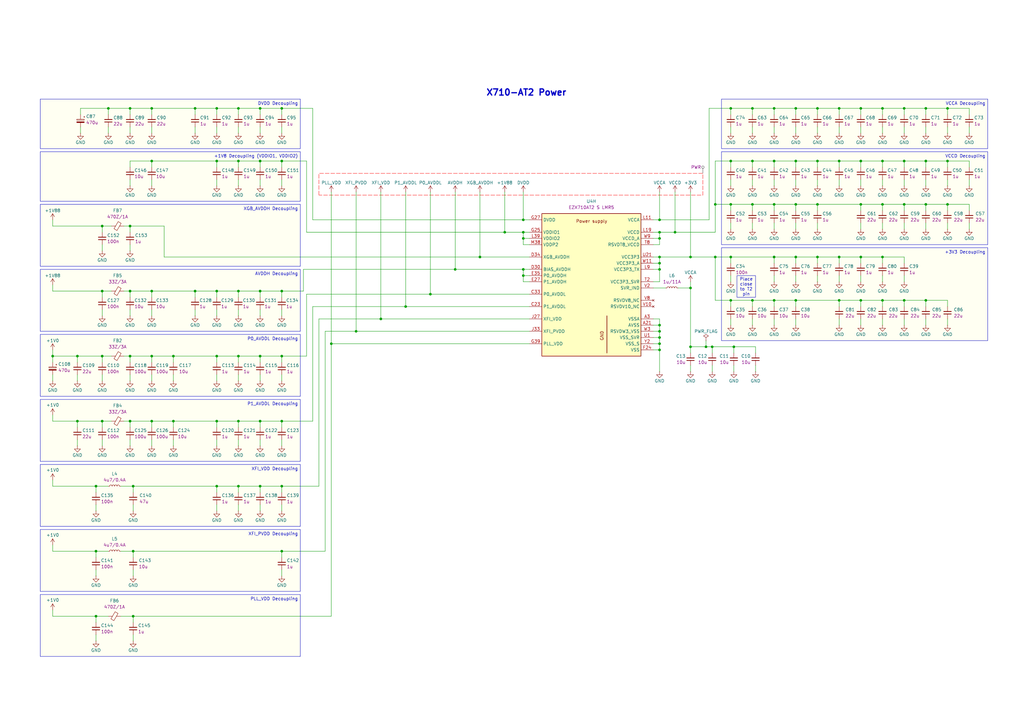
<source format=kicad_sch>
(kicad_sch (version 20250114) (generator "eeschema") (generator_version "9.0")
  (paper "A3")
  (title_block (title "10GbE Expansion") (date "2025-07-22") (rev "1.0.0") (company "Antmicro Ltd") (comment 1 "www.antmicro.com"))
  (lib_symbols
    (symbol "antmicroCapacitors0402:C_100n_16V_X7R_0402" (pin_numbers (hide yes)) (pin_names (hide yes))
      (property "Reference" "C" (at 15.24 -5.08 0))
      (property "Val" "100n" (at 15.24 -7.62 0))
      (symbol "C_100n_16V_X7R_0402_1_1"
        (pin passive line (at 0 0 0) (length 2.032) (name "~") (number "1"))
        (pin passive line (at 5.08 0 180) (length 2.032) (name "~") (number "2"))
      )
    )
    (symbol "antmicroCapacitors0402:C_1u_25V_0402" (pin_numbers (hide yes)) (pin_names (hide yes))
      (property "Reference" "C" (at 20.32 -5.08 0))
      (property "Val" "1u" (at 20.32 -7.62 0))
      (symbol "C_1u_25V_0402_1_1"
        (pin passive line (at 0 0 0) (length 2.032) (name "~") (number "1"))
        (pin passive line (at 5.08 0 180) (length 2.032) (name "~") (number "2"))
      )
    )
    (symbol "antmicroCapacitors0402:C_47u_50V_X7R_0402" (pin_numbers (hide yes)) (pin_names (hide yes))
      (property "Reference" "C" (at 15.24 -5.08 0))
      (property "Val" "47u" (at 15.24 -7.62 0))
      (symbol "C_47u_50V_X7R_0402_1_1"
        (pin passive line (at 0 0 0) (length 2.032) (name "~") (number "1"))
        (pin passive line (at 5.08 0 180) (length 2.032) (name "~") (number "2"))
      )
    )
    (symbol "antmicroCapacitors0603:C_10u_10V_X7R_0603" (pin_numbers (hide yes)) (pin_names (hide yes))
      (property "Reference" "C" (at 15.24 -5.08 0))
      (property "Val" "10u" (at 15.24 -7.62 0))
      (symbol "C_10u_10V_X7R_0603_1_1"
        (pin passive line (at 0 0 0) (length 2.032) (name "~") (number "1"))
        (pin passive line (at 5.08 0 180) (length 2.032) (name "~") (number "2"))
      )
    )
    (symbol "antmicroCapacitors0603:C_22u_16V_0603" (pin_numbers (hide yes)) (pin_names (hide yes))
      (property "Reference" "C" (at 20.32 -5.08 0))
      (property "Val" "22u" (at 20.32 -7.62 0))
      (symbol "C_22u_16V_0603_1_1"
        (pin passive line (at 0 0 0) (length 2.032) (name "~") (number "1"))
        (pin passive line (at 5.08 0 180) (length 2.032) (name "~") (number "2"))
      )
    )
    (symbol "antmicroCapacitorsmisc:C_100u_0805" (pin_numbers (hide yes)) (pin_names (hide yes))
      (property "Reference" "C" (at 20.32 -5.08 0))
      (property "Val" "100u" (at 20.32 -7.62 0))
      (symbol "C_100u_0805_1_1"
        (pin passive line (at 0 0 0) (length 2.032) (name "~") (number "1"))
        (pin passive line (at 5.08 0 180) (length 2.032) (name "~") (number "2"))
      )
    )
    (symbol "antmicroCapacitorspol:C_Pol_470u_6.3V_Vishay-TR3-D" (pin_numbers (hide yes)) (pin_names (hide yes))
      (property "Reference" "C" (at 13.97 0 0))
      (property "Val" "470u" (at 13.97 -5.08 0))
      (symbol "C_Pol_470u_6.3V_Vishay-TR3-D_1_1"
        (pin passive line (at 0 0 0) (length 1.8542) (name "~") (number "1"))
        (pin passive line (at 5.08 0 180) (length 1.8542) (name "~") (number "2"))
      )
    )
    (symbol "antmicroFerriteBeadsandChips:FB_33Z_3A_Murata-BLM18PG_0603" (pin_numbers (hide yes)) (pin_names (hide yes))
      (property "Reference" "FB" (at 13.97 0 0))
      (property "Val" "33Z/3A" (at 13.97 -5.08 0))
      (symbol "FB_33Z_3A_Murata-BLM18PG_0603_1_1"
        (pin passive line (at 0 0 0) (length 1.27) (name "~") (number "1"))
        (pin passive line (at 5.08 0 180) (length 1.27) (name "~") (number "2"))
      )
    )
    (symbol "antmicroFerriteBeadsandChips:FB_470Z_1A_Murata-BLM18PG_0603" (pin_numbers (hide yes)) (pin_names (hide yes))
      (property "Reference" "FB" (at 13.97 0 0))
      (property "Val" "470Z/1A" (at 13.97 -5.08 0))
      (symbol "FB_470Z_1A_Murata-BLM18PG_0603_1_1"
        (pin passive line (at 0 0 0) (length 1.27) (name "~") (number "1"))
        (pin passive line (at 5.08 0 180) (length 1.27) (name "~") (number "2"))
      )
    )
    (symbol "antmicroFixedInductors:L_1u_11A_Coilcraft-XFL4020" (pin_numbers (hide yes)) (pin_names (hide yes))
      (property "Reference" "L" (at 13.97 0 0))
      (property "Val" "1u/11A" (at 13.97 -5.08 0))
      (symbol "L_1u_11A_Coilcraft-XFL4020_1_1"
        (pin passive line (at 0 0 0) (length 0.508) (name "~") (number "1"))
        (pin passive line (at 5.08 0 180) (length 0.508) (name "~") (number "2"))
      )
    )
    (symbol "antmicroFixedInductors:L_4u7_0.4A_0805" (pin_numbers (hide yes)) (pin_names (hide yes))
      (property "Reference" "L" (at 15.24 0 0))
      (property "Val" "4u7/0.4A" (at 15.24 -2.54 0))
      (symbol "L_4u7_0.4A_0805_1_1"
        (pin passive line (at 0 0 0) (length 0.508) (name "~") (number "1"))
        (pin passive line (at 5.08 0 180) (length 0.508) (name "~") (number "2"))
      )
    )
    (symbol "antmicroInterfaceControllers:EZX710AT2_S_LMR5"
      (property "Reference" "U" (at 76.2 0 0))
      (property "MPN" "EZX710AT2 S LMR5" (at 76.2 -2.54 0))
      (symbol "EZX710AT2_S_LMR5_1_1"
        (text "PCIe" (at 21.59 -71.12 900) (effects (font (size 2.54 2.54) (thickness 0.508) (bold yes)) (justify left bottom)))
        (text "JTAG" (at 22.86 -7.112 900) (effects (font (size 1.27 1.27)) (justify left bottom)))
        (pin input line (at 0 0 0) (length 5.08) (name "~{PE_RST}") (number "R1"))
        (pin open_collector line (at 0 -2.54 0) (length 5.08) (name "~{PE_WAKE}") (number "P2"))
        (pin input line (at 0 -7.62 0) (length 5.08) (name "PE_CLK_P") (number "AA1"))
        (pin input line (at 0 -10.16 0) (length 5.08) (name "PE_CLK_N") (number "AB2"))
        (pin output line (at 0 -15.24 0) (length 5.08) (name "PET_0_P") (number "AD4"))
        (pin output line (at 0 -17.78 0) (length 5.08) (name "PET_0_N") (number "AC5"))
        (pin input line (at 0 -22.86 0) (length 5.08) (name "PER_0_P") (number "AA5"))
        (pin input line (at 0 -25.4 0) (length 5.08) (name "PER_0_N") (number "AA7"))
        (pin output line (at 0 -30.48 0) (length 5.08) (name "PET_1_P") (number "AD8"))
        (pin output line (at 0 -33.02 0) (length 5.08) (name "PET_1_N") (number "AD10"))
        (pin input line (at 0 -38.1 0) (length 5.08) (name "PER_1_P") (number "AB10"))
        (pin input line (at 0 -40.64 0) (length 5.08) (name "PER_1_N") (number "AB12"))
        (pin output line (at 0 -45.72 0) (length 5.08) (name "PET_2_P") (number "AD14"))
        (pin output line (at 0 -48.26 0) (length 5.08) (name "PET_2_N") (number "AD16"))
        (pin input line (at 0 -53.34 0) (length 5.08) (name "PER_2_P") (number "AB16"))
        (pin input line (at 0 -55.88 0) (length 5.08) (name "PER_2_N") (number "AB18"))
        (pin output line (at 0 -60.96 0) (length 5.08) (name "PET_3_P") (number "AD20"))
        (pin output line (at 0 -63.5 0) (length 5.08) (name "PET_3_N") (number "AD22"))
        (pin input line (at 0 -68.58 0) (length 5.08) (name "PER_3_P") (number "AB22"))
        (pin input line (at 0 -71.12 0) (length 5.08) (name "PER_3_N") (number "AB24"))
        (pin output line (at 0 -76.2 0) (length 5.08) (name "PET_4_P") (number "AD26"))
        (pin output line (at 0 -78.74 0) (length 5.08) (name "PET_4_N") (number "AD28"))
        (pin input line (at 0 -83.82 0) (length 5.08) (name "PER_4_P") (number "AA27"))
        (pin input line (at 0 -86.36 0) (length 5.08) (name "PER_4_N") (number "AB28"))
        (pin output line (at 0 -91.44 0) (length 5.08) (name "PET_5_P") (number "AC31"))
        (pin output line (at 0 -93.98 0) (length 5.08) (name "PET_5_N") (number "AD32"))
        (pin input line (at 0 -99.06 0) (length 5.08) (name "PER_5_P") (number "Y30"))
        (pin input line (at 0 -101.6 0) (length 5.08) (name "PER_5_N") (number "AA31"))
        (pin output line (at 0 -106.68 0) (length 5.08) (name "PET_6_P") (number "AC35"))
        (pin output line (at 0 -109.22 0) (length 5.08) (name "PET_6_N") (number "AD36"))
        (pin input line (at 0 -114.3 0) (length 5.08) (name "PER_6_P") (number "Y34"))
        (pin input line (at 0 -116.84 0) (length 5.08) (name "PER_6_N") (number "AA35"))
        (pin output line (at 0 -121.92 0) (length 5.08) (name "PET_7_P") (number "AC39"))
        (pin output line (at 0 -124.46 0) (length 5.08) (name "PET_7_N") (number "AD40"))
        (pin input line (at 0 -129.54 0) (length 5.08) (name "PER_7_P") (number "Y38"))
        (pin input line (at 0 -132.08 0) (length 5.08) (name "PER_7_N") (number "AA39"))
        (pin input line (at 35.56 0 180) (length 5.08) (name "~{JRST}") (number "V36"))
        (pin input line (at 35.56 -2.54 180) (length 5.08) (name "JTCK") (number "U37"))
        (pin input line (at 35.56 -5.08 180) (length 5.08) (name "JTMS") (number "V38"))
        (pin input line (at 35.56 -7.62 180) (length 5.08) (name "JTDI") (number "T36"))
        (pin open_collector line (at 35.56 -10.16 180) (length 5.08) (name "JTDO") (number "T38"))
        (pin passive line (at 35.56 -129.54 180) (length 5.08) (name "RBIAS") (number "Y10"))
        (pin passive line (at 35.56 -132.08 180) (length 5.08) (name "RSENSE") (number "Y12"))
      )
      (symbol "EZX710AT2_S_LMR5_2_1"
        (text "P0 10GBASE-T" (at 15.24 -19.05 900) (effects (font (size 1.27 1.27)) (justify left top)))
        (text "LINE INPUT/OUTPUT" (at 20.32 -54.61 900) (effects (font (size 1.27 1.27)) (justify left bottom)))
        (text "P1 10GBASE-T" (at 25.4 -19.05 900) (effects (font (size 1.27 1.27)) (justify left bottom)))
        (pin bidirectional line (at 0 0 0) (length 5.08) (name "P0_A_P") (number "B40"))
        (pin bidirectional line (at 0 -2.54 0) (length 5.08) (name "P0_A_N") (number "A39"))
        (pin bidirectional line (at 0 -7.62 0) (length 5.08) (name "P0_B_P") (number "A37"))
        (pin bidirectional line (at 0 -10.16 0) (length 5.08) (name "P0_B_N") (number "B38"))
        (pin bidirectional line (at 0 -15.24 0) (length 5.08) (name "P0_C_P") (number "B36"))
        (pin bidirectional line (at 0 -17.78 0) (length 5.08) (name "P0_C_N") (number "A35"))
        (pin bidirectional line (at 0 -22.86 0) (length 5.08) (name "P0_D_P") (number "A33"))
        (pin bidirectional line (at 0 -25.4 0) (length 5.08) (name "P0_D_N") (number "B34"))
        (pin output line (at 0 -33.02 0) (length 5.08) (name "SER0_TX_P") (number "A17"))
        (pin output line (at 0 -35.56 0) (length 5.08) (name "SER0_TX_N") (number "B18"))
        (pin input line (at 0 -40.64 0) (length 5.08) (name "SER0_RX_P") (number "B14"))
        (pin input line (at 0 -43.18 0) (length 5.08) (name "SER0_RX_N") (number "A13"))
        (pin output line (at 0 -48.26 0) (length 5.08) (name "SER1_TX_P") (number "A9"))
        (pin output line (at 0 -50.8 0) (length 5.08) (name "SER1_TX_N") (number "B10"))
        (pin input line (at 0 -55.88 0) (length 5.08) (name "SER1_RX_P") (number "B6"))
        (pin input line (at 0 -58.42 0) (length 5.08) (name "SER1_RX_N") (number "A5"))
        (pin bidirectional line (at 40.64 0 180) (length 5.08) (name "P1_A_P") (number "A23"))
        (pin bidirectional line (at 40.64 -2.54 180) (length 5.08) (name "P1_A_N") (number "B24"))
        (pin bidirectional line (at 40.64 -7.62 180) (length 5.08) (name "P1_B_P") (number "B26"))
        (pin bidirectional line (at 40.64 -10.16 180) (length 5.08) (name "P1_B_N") (number "A25"))
        (pin bidirectional line (at 40.64 -15.24 180) (length 5.08) (name "P1_C_P") (number "A27"))
        (pin bidirectional line (at 40.64 -17.78 180) (length 5.08) (name "P1_C_N") (number "B28"))
        (pin bidirectional line (at 40.64 -22.86 180) (length 5.08) (name "P1_D_P") (number "B30"))
        (pin bidirectional line (at 40.64 -25.4 180) (length 5.08) (name "P1_D_N") (number "A29"))
        (pin passive line (at 40.64 -55.88 180) (length 5.08) (name "BIAS_RDAC") (number "E39"))
        (pin passive line (at 40.64 -58.42 180) (length 5.08) (name "RESCAL_RES_P") (number "J37"))
      )
      (symbol "EZX710AT2_S_LMR5_3_1"
        (text "P0 SDP" (at 16.51 -37.592 900) (effects (font (size 1.27 1.27)) (justify left bottom)))
        (text "P1 SDP" (at 16.51 -50.8 900) (effects (font (size 1.27 1.27)) (justify left bottom)))
        (text "P3 SDP" (at 35.306 -37.846 900) (effects (font (size 1.27 1.27)) (justify left bottom)))
        (text "P0 LED" (at 35.56 -1.778 0) (effects (font (size 1.27 1.27)) (justify right bottom)))
        (text "P2 LED" (at 35.56 -6.858 0) (effects (font (size 1.27 1.27)) (justify right bottom)))
        (text "P1 LED" (at 35.56 -14.732 0) (effects (font (size 1.27 1.27)) (justify right bottom)))
        (text "P3 LED" (at 35.56 -19.558 0) (effects (font (size 1.27 1.27)) (justify right bottom)))
        (text "P3 SDP" (at 35.56 -51.054 900) (effects (font (size 1.27 1.27)) (justify left bottom)))
        (pin bidirectional line (at 0 0 0) (length 5.08) (name "MDIO0_SDA0") (number "N1"))
        (pin output line (at 0 -2.54 0) (length 5.08) (name "MDC0_SCL0") (number "N3"))
        (pin no_connect line (at 0 -7.62 0) (length 5.08) (name "MDIO1_SDA1") (number "M2"))
        (pin no_connect line (at 0 -10.16 0) (length 5.08) (name "MDC1_SCL1") (number "M4"))
        (pin no_connect line (at 0 -15.24 0) (length 5.08) (name "MDIO2_SDA2") (number "L1"))
        (pin no_connect line (at 0 -17.78 0) (length 5.08) (name "MDC2_SCL2") (number "L3"))
        (pin no_connect line (at 0 -22.86 0) (length 5.08) (name "MDIO3_SDA3") (number "K2"))
        (pin no_connect line (at 0 -25.4 0) (length 5.08) (name "MDC3_SCL3") (number "K4"))
        (pin tri_state line (at 0 -30.48 0) (length 5.08) (name "SDP0_0") (number "E5"))
        (pin tri_state line (at 0 -33.02 0) (length 5.08) (name "SDP0_1") (number "G5"))
        (pin tri_state line (at 0 -35.56 0) (length 5.08) (name "SDP0_2") (number "K6"))
        (pin no_connect line (at 0 -38.1 0) (length 5.08) (name "SDP0_3") (number "L5"))
        (pin no_connect line (at 0 -43.18 0) (length 5.08) (name "SDP1_0") (number "R7"))
        (pin no_connect line (at 0 -45.72 0) (length 5.08) (name "SDP1_1") (number "P4"))
        (pin no_connect line (at 0 -48.26 0) (length 5.08) (name "SDP1_2") (number "P6"))
        (pin no_connect line (at 0 -50.8 0) (length 5.08) (name "SDP1_3") (number "H6"))
        (pin input line (at 0 -55.88 0) (length 5.08) (name "REFCLKIN_P") (number "C1"))
        (pin input line (at 0 -58.42 0) (length 5.08) (name "REFCLKIN_N") (number "C3"))
        (pin tri_state line (at 0 -63.5 0) (length 5.08) (name "OSC_SEL") (number "J9"))
        (pin output line (at 50.8 0 180) (length 5.08) (name "LED0_0") (number "V4"))
        (pin output line (at 50.8 -2.54 180) (length 5.08) (name "LED0_1") (number "V6"))
        (pin output line (at 50.8 -5.08 180) (length 5.08) (name "LED2_0") (number "T4"))
        (pin output line (at 50.8 -7.62 180) (length 5.08) (name "LED2_1") (number "T6"))
        (pin no_connect line (at 50.8 -12.7 180) (length 5.08) (name "LED1_0") (number "U5"))
        (pin no_connect line (at 50.8 -15.24 180) (length 5.08) (name "LED1_1") (number "U7"))
        (pin no_connect line (at 50.8 -17.78 180) (length 5.08) (name "LED3_0") (number "R3"))
        (pin no_connect line (at 50.8 -20.32 180) (length 5.08) (name "LED3_1") (number "R5"))
        (pin no_connect line (at 50.8 -30.48 180) (length 5.08) (name "SDP2_0") (number "F6"))
        (pin no_connect line (at 50.8 -33.02 180) (length 5.08) (name "SDP2_1") (number "J7"))
        (pin no_connect line (at 50.8 -35.56 180) (length 5.08) (name "SDP2_2") (number "E7"))
        (pin no_connect line (at 50.8 -38.1 180) (length 5.08) (name "SDP2_3") (number "G7"))
        (pin no_connect line (at 50.8 -43.18 180) (length 5.08) (name "SDP3_0") (number "N5"))
        (pin no_connect line (at 50.8 -45.72 180) (length 5.08) (name "SDP3_1") (number "N7"))
        (pin no_connect line (at 50.8 -48.26 180) (length 5.08) (name "SDP3_2") (number "M6"))
        (pin no_connect line (at 50.8 -50.8 180) (length 5.08) (name "SDP3_3") (number "M8"))
      )
      (symbol "EZX710AT2_S_LMR5_4_1"
        (text "NC-SI" (at 22.86 -16.256 900) (effects (font (size 1.27 1.27)) (justify left bottom)))
        (text "SMBus" (at 35.56 -30.988 900) (effects (font (size 1.27 1.27)) (justify left top)))
        (text "Flash" (at 35.56 -47.244 900) (effects (font (size 1.27 1.27)) (justify left bottom)))
        (text "GPIO" (at 38.1 -8.636 900) (effects (font (size 1.27 1.27)) (justify left bottom)))
        (pin input line (at 0 0 0) (length 5.08) (name "NCSI_ARB_IN") (number "G3"))
        (pin output line (at 0 -2.54 0) (length 5.08) (name "NCSI_ARB_OUT") (number "F4"))
        (pin input line (at 0 -5.08 0) (length 5.08) (name "NCSI_CLK_IN") (number "H2"))
        (pin output line (at 0 -7.62 0) (length 5.08) (name "NCSI_CRS_DV") (number "J5"))
        (pin input line (at 0 -10.16 0) (length 5.08) (name "NCSI_TX_EN") (number "H4"))
        (pin input line (at 0 -15.24 0) (length 5.08) (name "NCSI_TXD_0") (number "F2"))
        (pin output line (at 0 -17.78 0) (length 5.08) (name "NCSI_RXD_0") (number "J1"))
        (pin input line (at 0 -22.86 0) (length 5.08) (name "NCSI_TXD_1") (number "G1"))
        (pin output line (at 0 -25.4 0) (length 5.08) (name "NCSI_RXD_1") (number "J3"))
        (pin tri_state line (at 0 -33.02 0) (length 5.08) (name "~{DEV_DIS}") (number "D2"))
        (pin tri_state line (at 0 -35.56 0) (length 5.08) (name "~{PCI_DIS}") (number "U3"))
        (pin input line (at 0 -40.64 0) (length 5.08) (name "MAIN_PWR_OK") (number "E3"))
        (pin tri_state line (at 0 -43.18 0) (length 5.08) (name "AUX_PWR") (number "E1"))
        (pin input line (at 0 -45.72 0) (length 5.08) (name "POR_BYPASS") (number "U39"))
        (pin input line (at 0 -48.26 0) (length 5.08) (name "LAN_PWR_GOOD") (number "AB42"))
        (pin tri_state line (at 53.34 0 180) (length 5.08) (name "GPIO_0") (number "V40"))
        (pin no_connect line (at 53.34 -2.54 180) (length 5.08) (name "GPIO_1") (number "W41"))
        (pin tri_state line (at 53.34 -5.08 180) (length 5.08) (name "GPIO_2") (number "Y42"))
        (pin no_connect line (at 53.34 -7.62 180) (length 5.08) (name "GPIO_3") (number "V42"))
        (pin no_connect line (at 53.34 -10.16 180) (length 5.08) (name "GPIO_4") (number "H8"))
        (pin tri_state line (at 53.34 -12.7 180) (length 5.08) (name "GPIO_5") (number "L7"))
        (pin open_collector line (at 53.34 -25.4 180) (length 5.08) (name "~{SMBALRT}") (number "U41"))
        (pin open_collector line (at 53.34 -27.94 180) (length 5.08) (name "SMBCLK") (number "R39"))
        (pin open_collector line (at 53.34 -30.48 180) (length 5.08) (name "SMBD") (number "T40"))
        (pin tri_state line (at 53.34 -40.64 180) (length 5.08) (name "~{FLSH_CE}") (number "R41"))
        (pin tri_state line (at 53.34 -43.18 180) (length 5.08) (name "FLSH_SCK") (number "P40"))
        (pin tri_state line (at 53.34 -45.72 180) (length 5.08) (name "FLSH_SI") (number "P42"))
        (pin input line (at 53.34 -48.26 180) (length 5.08) (name "FLSH_SO") (number "T42"))
      )
      (symbol "EZX710AT2_S_LMR5_5_1"
        (pin power_in line (at 0 0 0) (length 5.08) (name "RSVDY24_VSS") (number "Y24"))
        (pin power_in line (at 0 -5.08 0) (length 5.08) (name "RSVDY22_VSS") (number "Y22"))
        (pin power_in line (at 0 -7.62 0) (length 5.08) (name "RSVDW5_VSS") (number "W5"))
        (pin power_in line (at 0 -12.7 0) (length 5.08) (name "RSVDN9_VSS") (number "N9"))
        (pin power_in line (at 0 -15.24 0) (length 5.08) (name "RSVDW1_VSS") (number "W1"))
        (pin power_in line (at 0 -17.78 0) (length 5.08) (name "RSVDP22_VSS") (number "P22"))
        (pin power_in line (at 0 -20.32 0) (length 5.08) (name "RSVDY18_VSS") (number "Y18"))
        (pin power_in line (at 0 -24.13 0) (length 5.08) (name "RSVDP8_VSS") (number "P8"))
        (pin no_connect line (at 0 -31.75 0) (length 5.08) (name "RSVDR9_NC") (number "R9"))
        (pin no_connect line (at 0 -34.29 0) (length 5.08) (name "RSVDU9_NC") (number "U9"))
        (pin no_connect line (at 0 -36.83 0) (length 5.08) (name "RSVDK24_NC") (number "K24"))
        (pin no_connect line (at 0 -39.37 0) (length 5.08) (name "RSVDL25_NC") (number "L25"))
        (pin passive line (at 50.8 0 180) (length 5.08) (name "DEBUG_Y16") (number "Y16"))
        (pin passive line (at 50.8 -2.54 180) (length 5.08) (name "DEBUG_W7") (number "W7"))
        (pin passive line (at 50.8 -5.08 180) (length 5.08) (name "DEBUG_Y20") (number "Y20"))
        (pin no_connect line (at 50.8 -10.16 180) (length 5.08) (name "RSVDW25_NC") (number "W25"))
        (pin no_connect line (at 50.8 -12.7 180) (length 5.08) (name "RSVDW27_NC") (number "W27"))
        (pin no_connect line (at 50.8 -15.24 180) (length 5.08) (name "RSVDV22_NC") (number "V22"))
        (pin no_connect line (at 50.8 -17.78 180) (length 5.08) (name "RSVDV24_NC") (number "V24"))
        (pin no_connect line (at 50.8 -20.32 180) (length 5.08) (name "RSVDV26_NC") (number "V26"))
        (pin no_connect line (at 50.8 -22.86 180) (length 5.08) (name "RSVDV28_NC") (number "V28"))
        (pin no_connect line (at 50.8 -25.4 180) (length 5.08) (name "RSVDU23_NC") (number "U23"))
        (pin no_connect line (at 50.8 -27.94 180) (length 5.08) (name "RSVDU25_NC") (number "U25"))
        (pin no_connect line (at 50.8 -30.48 180) (length 5.08) (name "RSVDU27_NC") (number "U27"))
        (pin no_connect line (at 50.8 -33.02 180) (length 5.08) (name "RSVDU29_NC") (number "U29"))
        (pin no_connect line (at 50.8 -35.56 180) (length 5.08) (name "RSVDT22_NC") (number "T22"))
        (pin no_connect line (at 50.8 -38.1 180) (length 5.08) (name "RSVDT24_NC") (number "T24"))
        (pin no_connect line (at 50.8 -40.64 180) (length 5.08) (name "RSVDT26_NC") (number "T26"))
        (pin no_connect line (at 50.8 -43.18 180) (length 5.08) (name "RSVDT28_NC") (number "T28"))
        (pin no_connect line (at 50.8 -45.72 180) (length 5.08) (name "RSVDR23_NC") (number "R23"))
        (pin no_connect line (at 50.8 -48.26 180) (length 5.08) (name "RSVDR25_NC") (number "R25"))
        (pin no_connect line (at 50.8 -50.8 180) (length 5.08) (name "RSVDR27_NC") (number "R27"))
        (pin no_connect line (at 50.8 -53.34 180) (length 5.08) (name "RSVDP24_NC") (number "P24"))
        (pin no_connect line (at 50.8 -55.88 180) (length 5.08) (name "RSVDP26_NC") (number "P26"))
        (pin no_connect line (at 50.8 -58.42 180) (length 5.08) (name "RSVDP28_NC") (number "P28"))
        (pin no_connect line (at 50.8 -60.96 180) (length 5.08) (name "RSVDN23_NC") (number "N23"))
        (pin no_connect line (at 50.8 -63.5 180) (length 5.08) (name "RSVDN25_NC") (number "N25"))
        (pin no_connect line (at 50.8 -66.04 180) (length 5.08) (name "RSVDN27_NC") (number "N27"))
        (pin no_connect line (at 50.8 -68.58 180) (length 5.08) (name "RSVDM22_NC") (number "M22"))
        (pin no_connect line (at 50.8 -71.12 180) (length 5.08) (name "RSVDM24_NC") (number "M24"))
        (pin no_connect line (at 50.8 -73.66 180) (length 5.08) (name "RSVDM26_NC") (number "M26"))
        (pin no_connect line (at 50.8 -76.2 180) (length 5.08) (name "RSVDM28_NC") (number "M28"))
        (pin no_connect line (at 50.8 -78.74 180) (length 5.08) (name "RSVDL23_NC") (number "L23"))
        (pin no_connect line (at 50.8 -81.28 180) (length 5.08) (name "RSVDL27_NC") (number "L27"))
        (pin no_connect line (at 50.8 -83.82 180) (length 5.08) (name "RSVDK22_NC") (number "K22"))
        (pin no_connect line (at 50.8 -86.36 180) (length 5.08) (name "RSVDJ23_NC") (number "J23"))
        (pin no_connect line (at 50.8 -88.9 180) (length 5.08) (name "RSVDJ25_NC") (number "J25"))
        (pin no_connect line (at 50.8 -91.44 180) (length 5.08) (name "RSVDW23_NC") (number "W23"))
      )
      (symbol "EZX710AT2_S_LMR5_6_1"
        (text "MDIO" (at 22.86 -33.02 900) (effects (font (size 1.27 1.27)) (justify left bottom)))
        (text "RST" (at 22.86 -58.928 900) (effects (font (size 1.27 1.27)) (justify left bottom)))
        (text "JTAG" (at 22.86 -72.39 900) (effects (font (size 1.27 1.27)) (justify left bottom)))
        (text "XTAL IN" (at 25.4 -7.366 900) (effects (font (size 1.27 1.27)) (justify left bottom)))
        (text "XTAL PTP" (at 25.4 -18.288 900) (effects (font (size 1.27 1.27)) (justify left bottom)))
        (text "SYNCE / IEEE1588" (at 31.75 -34.29 900) (effects (font (size 1.27 1.27)) (justify left bottom)))
        (pin input line (at 0 0 0) (length 5.08) (name "XTAL_P") (number "D42"))
        (pin input line (at 0 -2.54 0) (length 5.08) (name "XTAL_N") (number "E41"))
        (pin passive line (at 0 -5.08 0) (length 5.08) (name "XTAL_BYPASS") (number "D10"))
        (pin input line (at 0 -7.62 0) (length 5.08) (name "REFCLK_SEL") (number "D4"))
        (pin passive line (at 0 -12.7 0) (length 5.08) (name "XTAL_PTP_XTAL_P") (number "J41"))
        (pin passive line (at 0 -15.24 0) (length 5.08) (name "XTAL_PTP_XTAL_N") (number "H42"))
        (pin no_connect line (at 0 -20.32 0) (length 5.08) (name "RSVDK30_NC") (number "K30"))
        (pin no_connect line (at 0 -22.86 0) (length 5.08) (name "RSVDK32_NC") (number "K32"))
        (pin input line (at 0 -27.94 0) (length 5.08) (name "MDC") (number "L41"))
        (pin bidirectional line (at 0 -30.48 0) (length 5.08) (name "MDIO") (number "M42"))
        (pin no_connect line (at 0 -33.02 0) (length 5.08) (name "RSVDL33") (number "L33"))
        (pin no_connect line (at 0 -38.1 0) (length 5.08) (name "RSVDR33_NC") (number "R33"))
        (pin no_connect line (at 0 -40.64 0) (length 5.08) (name "RSVDM34_NC") (number "M34"))
        (pin no_connect line (at 0 -43.18 0) (length 5.08) (name "RSVDP34_NC") (number "P34"))
        (pin no_connect line (at 0 -45.72 0) (length 5.08) (name "RSVDN33_NC") (number "N33"))
        (pin power_in line (at 0 -48.26 0) (length 5.08) (name "RSVDJ17_VSS") (number "J17"))
        (pin power_in line (at 0 -50.8 0) (length 5.08) (name "RSVD_J11_VSS") (number "J11"))
        (pin input line (at 0 -55.88 0) (length 5.08) (name "~{RESET}") (number "D12"))
        (pin power_in line (at 0 -58.42 0) (length 5.08) (name "RSVDJ13_VSS") (number "J13"))
        (pin input line (at 0 -63.5 0) (length 5.08) (name "~{PHY_TRST}") (number "D18"))
        (pin input line (at 0 -66.04 0) (length 5.08) (name "PHY_TCK") (number "E17"))
        (pin input line (at 0 -68.58 0) (length 5.08) (name "PHY_TMS") (number "D16"))
        (pin input line (at 0 -71.12 0) (length 5.08) (name "PHY_TDI") (number "E15"))
        (pin open_collector line (at 0 -73.66 0) (length 5.08) (name "PHY_TDO") (number "F16"))
        (pin input line (at 0 -76.2 0) (length 5.08) (name "RSVDD14") (number "D14"))
        (pin passive line (at 55.88 0 180) (length 5.08) (name "P0_INT_MLC") (number "M40"))
        (pin passive line (at 55.88 -2.54 180) (length 5.08) (name "P1_INT_MLC") (number "F14"))
        (pin passive line (at 55.88 -7.62 180) (length 5.08) (name "P0_PTP_SYNC0") (number "N39"))
        (pin passive line (at 55.88 -10.16 180) (length 5.08) (name "P0_PTP_SYNC1") (number "N41"))
        (pin passive line (at 55.88 -12.7 180) (length 5.08) (name "P1_PTP_SYNC0") (number "H10"))
        (pin passive line (at 55.88 -15.24 180) (length 5.08) (name "P1_PTP_SYNC1") (number "H12"))
        (pin output line (at 55.88 -20.32 180) (length 5.08) (name "SYNCE_CLKOUT_0") (number "G9"))
        (pin output line (at 55.88 -22.86 180) (length 5.08) (name "SYNCE_CLKOUT_1") (number "F10"))
        (pin output line (at 55.88 -25.4 180) (length 5.08) (name "SYNCE_CLKOUT_2") (number "G11"))
        (pin output line (at 55.88 -27.94 180) (length 5.08) (name "SYNCE_CLKOUT_3") (number "E13"))
        (pin output line (at 55.88 -33.02 180) (length 5.08) (name "SYNCE_LOCK_0") (number "F8"))
        (pin output line (at 55.88 -35.56 180) (length 5.08) (name "SYNCE_LOCK_1") (number "E9"))
        (pin output line (at 55.88 -38.1 180) (length 5.08) (name "SYNCE_LOCK_2") (number "E11"))
        (pin output line (at 55.88 -40.64 180) (length 5.08) (name "SYNCE_LOCK_3") (number "F12"))
        (pin power_in line (at 55.88 -45.72 180) (length 5.08) (name "RSVDH40_VSS") (number "H40"))
        (pin power_in line (at 55.88 -48.26 180) (length 5.08) (name "RSVDK40_1P88V") (number "K40"))
        (pin power_in line (at 55.88 -50.8 180) (length 5.08) (name "RSVDK42_VSS") (number "K42"))
        (pin power_in line (at 55.88 -53.34 180) (length 5.08) (name "RSVDP38_VSS") (number "P38"))
        (pin power_in line (at 55.88 -55.88 180) (length 5.08) (name "RSVDN37_VSS") (number "N37"))
        (pin power_in line (at 55.88 -58.42 180) (length 5.08) (name "RSVDL37_VSS") (number "L37"))
        (pin no_connect line (at 55.88 -63.5 180) (length 5.08) (name "RSVDL35_NC") (number "L35"))
        (pin no_connect line (at 55.88 -66.04 180) (length 5.08) (name "RSVDM36_NC") (number "M36"))
        (pin no_connect line (at 55.88 -68.58 180) (length 5.08) (name "RSVDN35_NC") (number "N35"))
        (pin no_connect line (at 55.88 -71.12 180) (length 5.08) (name "RSVDP36_NC") (number "P36"))
        (pin no_connect line (at 55.88 -73.66 180) (length 5.08) (name "RSVDR37_NC") (number "R37"))
        (pin no_connect line (at 55.88 -76.2 180) (length 5.08) (name "RSVDH16_NC") (number "H16"))
        (pin no_connect line (at 55.88 -78.74 180) (length 5.08) (name "RSVDG15_NC") (number "G15"))
        (pin no_connect line (at 55.88 -81.28 180) (length 5.08) (name "RSVDJ15_NC") (number "J15"))
        (pin no_connect line (at 55.88 -83.82 180) (length 5.08) (name "RSVDH14_NC") (number "H14"))
        (pin no_connect line (at 55.88 -86.36 180) (length 5.08) (name "RSVDG13_NC") (number "G13"))
      )
      (symbol "EZX710AT2_S_LMR5_7_1"
        (pin power_in line (at 0 0 0) (length 5.08) (name "RSVDJ19_VSS") (number "J19"))
        (pin power_in line (at 0 -2.54 0) (length 5.08) (name "RSVDJ21_VSS") (number "J21"))
        (pin power_in line (at 0 -5.08 0) (length 5.08) (name "RSVH18_VSS") (number "H18"))
        (pin passive line (at 0 -7.62 0) (length 5.08) (name "TPIN_3") (number "H20"))
        (pin passive line (at 0 -10.16 0) (length 5.08) (name "RSVDH22_VSS") (number "H22"))
        (pin passive line (at 0 -12.7 0) (length 5.08) (name "TPIN_5") (number "G17"))
        (pin power_in line (at 0 -15.24 0) (length 5.08) (name "RSVDG19_VSS") (number "G19"))
        (pin power_in line (at 0 -17.78 0) (length 5.08) (name "RSVDG21_VSS") (number "G21"))
        (pin power_in line (at 0 -20.32 0) (length 5.08) (name "RSVDF18_VSS") (number "F18"))
        (pin power_in line (at 0 -22.86 0) (length 5.08) (name "RSVDF20_VSS") (number "F20"))
        (pin power_in line (at 0 -25.4 0) (length 5.08) (name "RSVDF22_VSS") (number "F22"))
        (pin power_in line (at 0 -27.94 0) (length 5.08) (name "RSVDE19_VSS") (number "E19"))
        (pin power_in line (at 0 -30.48 0) (length 5.08) (name "RSVDE21_VSS") (number "E21"))
        (pin power_in line (at 0 -33.02 0) (length 5.08) (name "RSVDE23_VSS") (number "E23"))
        (pin power_in line (at 0 -35.56 0) (length 5.08) (name "RSVDE25_VSS") (number "E25"))
        (pin power_in line (at 0 -38.1 0) (length 5.08) (name "RSVDD22_VSS") (number "D22"))
        (pin power_in line (at 0 -43.18 0) (length 5.08) (name "RSVDD8_1P88V") (number "D8"))
        (pin power_in line (at 0 -48.26 0) (length 5.08) (name "RSVDG23_VSS") (number "G23"))
        (pin power_in line (at 0 -50.8 0) (length 5.08) (name "RSVDH24_VSS") (number "H24"))
        (pin no_connect line (at 0 -55.88 0) (length 5.08) (name "RSVDK34_NC") (number "K34"))
        (pin no_connect line (at 0 -58.42 0) (length 5.08) (name "RSVDK36_NC") (number "K36"))
        (pin no_connect line (at 0 -60.96 0) (length 5.08) (name "RSVDK26_NC") (number "K26"))
        (pin no_connect line (at 0 -63.5 0) (length 5.08) (name "RSVDK28_NC") (number "K28"))
        (pin no_connect line (at 0 -68.58 0) (length 5.08) (name "RSVDD20_NC") (number "D20"))
        (pin no_connect line (at 0 -71.12 0) (length 5.08) (name "RSVDC21_NC") (number "C21"))
        (pin no_connect line (at 0 -76.2 0) (length 5.08) (name "RSVDB42_NC") (number "B42"))
        (pin no_connect line (at 0 -78.74 0) (length 5.08) (name "RSVDA41_NC") (number "A41"))
        (pin no_connect line (at 45.72 0 180) (length 5.08) (name "RSVDL29_NC") (number "L29"))
        (pin no_connect line (at 45.72 -2.54 180) (length 5.08) (name "RSVDM32_NC") (number "M32"))
        (pin no_connect line (at 45.72 -5.08 180) (length 5.08) (name "RSVDM30_NC") (number "M30"))
        (pin no_connect line (at 45.72 -7.62 180) (length 5.08) (name "RSVDN31_NC") (number "N31"))
        (pin no_connect line (at 45.72 -10.16 180) (length 5.08) (name "RSVDN29_NC") (number "N29"))
        (pin no_connect line (at 45.72 -12.7 180) (length 5.08) (name "RSVDP32_NC") (number "P32"))
        (pin no_connect line (at 45.72 -15.24 180) (length 5.08) (name "RSVDP30_NC") (number "P30"))
        (pin no_connect line (at 45.72 -17.78 180) (length 5.08) (name "RSVDR31_NC") (number "R31"))
        (pin no_connect line (at 45.72 -20.32 180) (length 5.08) (name "RSVDR29_NC") (number "R29"))
        (pin no_connect line (at 45.72 -22.86 180) (length 5.08) (name "RSVDT32_NC") (number "T32"))
        (pin no_connect line (at 45.72 -25.4 180) (length 5.08) (name "RSVDT30_NC") (number "T30"))
        (pin no_connect line (at 45.72 -27.94 180) (length 5.08) (name "RSVDU35_NC") (number "U35"))
        (pin no_connect line (at 45.72 -30.48 180) (length 5.08) (name "RSVDU33_NC") (number "U33"))
        (pin no_connect line (at 45.72 -33.02 180) (length 5.08) (name "RSVDU31_NC") (number "U31"))
        (pin no_connect line (at 45.72 -35.56 180) (length 5.08) (name "RSVDV32_NC") (number "V32"))
        (pin no_connect line (at 45.72 -38.1 180) (length 5.08) (name "RSVDV30_NC") (number "V30"))
        (pin power_in line (at 45.72 -43.18 180) (length 5.08) (name "RSVDL31_VSS") (number "L31"))
        (pin power_in line (at 45.72 -48.26 180) (length 5.08) (name "RSVDD6_VSS") (number "D6"))
        (pin power_in line (at 45.72 -50.8 180) (length 5.08) (name "RSVDF38_VSS") (number "F38"))
        (pin no_connect line (at 45.72 -53.34 180) (length 5.08) (name "RSVDD32_NC") (number "D32"))
        (pin no_connect line (at 45.72 -55.88 180) (length 5.08) (name "RSVDJ39_NC") (number "J39"))
        (pin no_connect line (at 45.72 -60.96 180) (length 5.08) (name "RSVDM15_NC") (number "M15"))
        (pin no_connect line (at 45.72 -63.5 180) (length 5.08) (name "RSVDM31_NC") (number "M31"))
      )
      (symbol "EZX710AT2_S_LMR5_8_1"
        (text "Power supply" (at 19.05 -1.27 0) (effects (font (size 1.27 1.27)) (justify left bottom)))
        (text "GND" (at 30.48 -49.53 900) (effects (font (size 1.27 1.27)) (justify left bottom)))
        (pin power_in line (at 0 0 0) (length 5.08) (name "DVDD") (number "G27"))
        (pin passive line (at 0 0 0) (length 5.08) (hide yes) (name "DVDD") (number "G29"))
        (pin passive line (at 0 0 0) (length 5.08) (hide yes) (name "DVDD") (number "G31"))
        (pin passive line (at 0 0 0) (length 5.08) (hide yes) (name "DVDD") (number "G33"))
        (pin passive line (at 0 0 0) (length 5.08) (hide yes) (name "DVDD") (number "G35"))
        (pin power_in line (at 0 -5.08 0) (length 5.08) (name "VDDIO1") (number "G25"))
        (pin passive line (at 0 -5.08 0) (length 5.08) (hide yes) (name "VDDIO1") (number "G37"))
        (pin power_in line (at 0 -7.62 0) (length 5.08) (name "VDDIO2") (number "L39"))
        (pin power_in line (at 0 -10.16 0) (length 5.08) (name "VDDP2") (number "M38"))
        (pin power_in line (at 0 -15.24 0) (length 5.08) (name "XGB_AVDDH") (number "D34"))
        (pin power_in line (at 0 -20.32 0) (length 5.08) (name "BIAS_AVDDH") (number "D30"))
        (pin power_in line (at 0 -22.86 0) (length 5.08) (name "P0_AVDDH") (number "E35"))
        (pin passive line (at 0 -22.86 0) (length 5.08) (hide yes) (name "P0_AVDDH") (number "E37"))
        (pin power_in line (at 0 -25.4 0) (length 5.08) (name "P1_AVDDH") (number "E27"))
        (pin passive line (at 0 -25.4 0) (length 5.08) (hide yes) (name "P1_AVDDH") (number "E29"))
        (pin power_in line (at 0 -30.48 0) (length 5.08) (name "P0_AVDDL") (number "C33"))
        (pin passive line (at 0 -30.48 0) (length 5.08) (hide yes) (name "P0_AVDDL") (number "C35"))
        (pin passive line (at 0 -30.48 0) (length 5.08) (hide yes) (name "P0_AVDDL") (number "C37"))
        (pin passive line (at 0 -30.48 0) (length 5.08) (hide yes) (name "P0_AVDDL") (number "C39"))
        (pin power_in line (at 0 -35.56 0) (length 5.08) (name "P1_AVDDL") (number "C23"))
        (pin passive line (at 0 -35.56 0) (length 5.08) (hide yes) (name "P1_AVDDL") (number "C25"))
        (pin passive line (at 0 -35.56 0) (length 5.08) (hide yes) (name "P1_AVDDL") (number "C27"))
        (pin passive line (at 0 -35.56 0) (length 5.08) (hide yes) (name "P1_AVDDL") (number "C29"))
        (pin power_in line (at 0 -40.64 0) (length 5.08) (name "XFI_VDD") (number "J27"))
        (pin passive line (at 0 -40.64 0) (length 5.08) (hide yes) (name "XFI_VDD") (number "J29"))
        (pin passive line (at 0 -40.64 0) (length 5.08) (hide yes) (name "XFI_VDD") (number "J31"))
        (pin passive line (at 0 -40.64 0) (length 5.08) (hide yes) (name "XFI_VDD") (number "J35"))
        (pin power_in line (at 0 -45.72 0) (length 5.08) (name "XFI_PVDD") (number "J33"))
        (pin power_in line (at 0 -50.8 0) (length 5.08) (name "PLL_VDD") (number "G39"))
        (pin power_in line (at 50.8 0 180) (length 5.08) (name "VCCA") (number "L11"))
        (pin passive line (at 50.8 0 180) (length 5.08) (hide yes) (name "VCCA") (number "L13"))
        (pin passive line (at 50.8 0 180) (length 5.08) (hide yes) (name "VCCA") (number "L15"))
        (pin passive line (at 50.8 0 180) (length 5.08) (hide yes) (name "VCCA") (number "L17"))
        (pin passive line (at 50.8 0 180) (length 5.08) (hide yes) (name "VCCA") (number "N11"))
        (pin passive line (at 50.8 0 180) (length 5.08) (hide yes) (name "VCCA") (number "N13"))
        (pin passive line (at 50.8 0 180) (length 5.08) (hide yes) (name "VCCA") (number "N15"))
        (pin passive line (at 50.8 0 180) (length 5.08) (hide yes) (name "VCCA") (number "W13"))
        (pin passive line (at 50.8 0 180) (length 5.08) (hide yes) (name "VCCA") (number "W15"))
        (pin passive line (at 50.8 0 180) (length 5.08) (hide yes) (name "VCCA") (number "W17"))
        (pin passive line (at 50.8 0 180) (length 5.08) (hide yes) (name "VCCA") (number "W19"))
        (pin passive line (at 50.8 0 180) (length 5.08) (hide yes) (name "VCCA") (number "W21"))
        (pin power_in line (at 50.8 -5.08 180) (length 5.08) (name "VCCD") (number "L19"))
        (pin passive line (at 50.8 -5.08 180) (length 5.08) (hide yes) (name "VCCD") (number "L21"))
        (pin passive line (at 50.8 -5.08 180) (length 5.08) (hide yes) (name "VCCD") (number "N17"))
        (pin passive line (at 50.8 -5.08 180) (length 5.08) (hide yes) (name "VCCD") (number "N19"))
        (pin passive line (at 50.8 -5.08 180) (length 5.08) (hide yes) (name "VCCD") (number "N21"))
        (pin passive line (at 50.8 -5.08 180) (length 5.08) (hide yes) (name "VCCD") (number "R13"))
        (pin passive line (at 50.8 -5.08 180) (length 5.08) (hide yes) (name "VCCD") (number "R15"))
        (pin passive line (at 50.8 -5.08 180) (length 5.08) (hide yes) (name "VCCD") (number "R17"))
        (pin passive line (at 50.8 -5.08 180) (length 5.08) (hide yes) (name "VCCD") (number "R19"))
        (pin passive line (at 50.8 -5.08 180) (length 5.08) (hide yes) (name "VCCD") (number "R21"))
        (pin passive line (at 50.8 -5.08 180) (length 5.08) (hide yes) (name "VCCD") (number "U11"))
        (pin passive line (at 50.8 -5.08 180) (length 5.08) (hide yes) (name "VCCD") (number "U13"))
        (pin passive line (at 50.8 -5.08 180) (length 5.08) (hide yes) (name "VCCD") (number "U15"))
        (pin passive line (at 50.8 -5.08 180) (length 5.08) (hide yes) (name "VCCD") (number "U17"))
        (pin passive line (at 50.8 -5.08 180) (length 5.08) (hide yes) (name "VCCD") (number "U19"))
        (pin power_in line (at 50.8 -7.62 180) (length 5.08) (name "VCCD_A") (number "W9"))
        (pin passive line (at 50.8 -10.16 180) (length 5.08) (name "RSVDT8_VCCD") (number "T8"))
        (pin passive line (at 50.8 -15.24 180) (length 5.08) (hide yes) (name "VCC3P3") (number "R11"))
        (pin passive line (at 50.8 -15.24 180) (length 5.08) (hide yes) (name "VCC3P3") (number "T34"))
        (pin power_in line (at 50.8 -15.24 180) (length 5.08) (name "VCC3P3") (number "U21"))
        (pin power_in line (at 50.8 -17.78 180) (length 5.08) (name "VCC3P3_A") (number "W11"))
        (pin power_in line (at 50.8 -20.32 180) (length 5.08) (name "VCC3P3_TX") (number "L9"))
        (pin power_in line (at 50.8 -25.4 180) (length 5.08) (name "VCC3P3_SVR") (number "T2"))
        (pin passive line (at 50.8 -27.94 180) (length 5.08) (name "SVR_IND") (number "V2"))
        (pin no_connect line (at 50.8 -33.02 180) (length 5.08) (name "RSVDV8_NC") (number "V8"))
        (pin no_connect line (at 50.8 -35.56 180) (length 5.08) (name "RSVDV10_NC") (number "V10"))
        (pin passive line (at 50.8 -40.64 180) (length 5.08) (hide yes) (name "VSSA") (number "A11"))
        (pin passive line (at 50.8 -40.64 180) (length 5.08) (hide yes) (name "VSSA") (number "A15"))
        (pin passive line (at 50.8 -40.64 180) (length 5.08) (hide yes) (name "VSSA") (number "A19"))
        (pin power_in line (at 50.8 -40.64 180) (length 5.08) (name "VSSA") (number "A3"))
        (pin passive line (at 50.8 -40.64 180) (length 5.08) (hide yes) (name "VSSA") (number "A7"))
        (pin passive line (at 50.8 -40.64 180) (length 5.08) (hide yes) (name "VSSA") (number "AA11"))
        (pin passive line (at 50.8 -40.64 180) (length 5.08) (hide yes) (name "VSSA") (number "AA13"))
        (pin passive line (at 50.8 -40.64 180) (length 5.08) (hide yes) (name "VSSA") (number "AA15"))
        (pin passive line (at 50.8 -40.64 180) (length 5.08) (hide yes) (name "VSSA") (number "AA17"))
        (pin passive line (at 50.8 -40.64 180) (length 5.08) (hide yes) (name "VSSA") (number "AA19"))
        (pin passive line (at 50.8 -40.64 180) (length 5.08) (hide yes) (name "VSSA") (number "AA21"))
        (pin passive line (at 50.8 -40.64 180) (length 5.08) (hide yes) (name "VSSA") (number "AA23"))
        (pin passive line (at 50.8 -40.64 180) (length 5.08) (hide yes) (name "VSSA") (number "AA25"))
        (pin passive line (at 50.8 -40.64 180) (length 5.08) (hide yes) (name "VSSA") (number "AA29"))
        (pin passive line (at 50.8 -40.64 180) (length 5.08) (hide yes) (name "VSSA") (number "AA3"))
        (pin passive line (at 50.8 -40.64 180) (length 5.08) (hide yes) (name "VSSA") (number "AA33"))
        (pin passive line (at 50.8 -40.64 180) (length 5.08) (hide yes) (name "VSSA") (number "AA37"))
        (pin passive line (at 50.8 -40.64 180) (length 5.08) (hide yes) (name "VSSA") (number "AA41"))
        (pin passive line (at 50.8 -40.64 180) (length 5.08) (hide yes) (name "VSSA") (number "AA9"))
        (pin passive line (at 50.8 -40.64 180) (length 5.08) (hide yes) (name "VSSA") (number "AB14"))
        (pin passive line (at 50.8 -40.64 180) (length 5.08) (hide yes) (name "VSSA") (number "AB20"))
        (pin passive line (at 50.8 -40.64 180) (length 5.08) (hide yes) (name "VSSA") (number "AB26"))
        (pin passive line (at 50.8 -40.64 180) (length 5.08) (hide yes) (name "VSSA") (number "AB30"))
        (pin passive line (at 50.8 -40.64 180) (length 5.08) (hide yes) (name "VSSA") (number "AB32"))
        (pin passive line (at 50.8 -40.64 180) (length 5.08) (hide yes) (name "VSSA") (number "AB34"))
        (pin passive line (at 50.8 -40.64 180) (length 5.08) (hide yes) (name "VSSA") (number "AB36"))
        (pin passive line (at 50.8 -40.64 180) (length 5.08) (hide yes) (name "VSSA") (number "AB38"))
        (pin passive line (at 50.8 -40.64 180) (length 5.08) (hide yes) (name "VSSA") (number "AB4"))
        (pin passive line (at 50.8 -40.64 180) (length 5.08) (hide yes) (name "VSSA") (number "AB40"))
        (pin passive line (at 50.8 -40.64 180) (length 5.08) (hide yes) (name "VSSA") (number "AB6"))
        (pin passive line (at 50.8 -40.64 180) (length 5.08) (hide yes) (name "VSSA") (number "AB8"))
        (pin passive line (at 50.8 -40.64 180) (length 5.08) (hide yes) (name "VSSA") (number "AC1"))
        (pin passive line (at 50.8 -40.64 180) (length 5.08) (hide yes) (name "VSSA") (number "AC11"))
        (pin passive line (at 50.8 -40.64 180) (length 5.08) (hide yes) (name "VSSA") (number "AC13"))
        (pin passive line (at 50.8 -40.64 180) (length 5.08) (hide yes) (name "VSSA") (number "AC15"))
        (pin passive line (at 50.8 -40.64 180) (length 5.08) (hide yes) (name "VSSA") (number "AC17"))
        (pin passive line (at 50.8 -40.64 180) (length 5.08) (hide yes) (name "VSSA") (number "AC19"))
        (pin passive line (at 50.8 -40.64 180) (length 5.08) (hide yes) (name "VSSA") (number "AC21"))
        (pin passive line (at 50.8 -40.64 180) (length 5.08) (hide yes) (name "VSSA") (number "AC23"))
        (pin passive line (at 50.8 -40.64 180) (length 5.08) (hide yes) (name "VSSA") (number "AC25"))
        (pin passive line (at 50.8 -40.64 180) (length 5.08) (hide yes) (name "VSSA") (number "AC27"))
        (pin passive line (at 50.8 -40.64 180) (length 5.08) (hide yes) (name "VSSA") (number "AC29"))
        (pin passive line (at 50.8 -40.64 180) (length 5.08) (hide yes) (name "VSSA") (number "AC3"))
        (pin passive line (at 50.8 -40.64 180) (length 5.08) (hide yes) (name "VSSA") (number "AC33"))
        (pin passive line (at 50.8 -40.64 180) (length 5.08) (hide yes) (name "VSSA") (number "AC37"))
        (pin passive line (at 50.8 -40.64 180) (length 5.08) (hide yes) (name "VSSA") (number "AC41"))
        (pin passive line (at 50.8 -40.64 180) (length 5.08) (hide yes) (name "VSSA") (number "AC7"))
        (pin passive line (at 50.8 -40.64 180) (length 5.08) (hide yes) (name "VSSA") (number "AC9"))
        (pin passive line (at 50.8 -40.64 180) (length 5.08) (hide yes) (name "VSSA") (number "AD12"))
        (pin passive line (at 50.8 -40.64 180) (length 5.08) (hide yes) (name "VSSA") (number "AD18"))
        (pin passive line (at 50.8 -40.64 180) (length 5.08) (hide yes) (name "VSSA") (number "AD2"))
        (pin passive line (at 50.8 -40.64 180) (length 5.08) (hide yes) (name "VSSA") (number "AD24"))
        (pin passive line (at 50.8 -40.64 180) (length 5.08) (hide yes) (name "VSSA") (number "AD30"))
        (pin passive line (at 50.8 -40.64 180) (length 5.08) (hide yes) (name "VSSA") (number "AD34"))
        (pin passive line (at 50.8 -40.64 180) (length 5.08) (hide yes) (name "VSSA") (number "AD38"))
        (pin passive line (at 50.8 -40.64 180) (length 5.08) (hide yes) (name "VSSA") (number "AD42"))
        (pin passive line (at 50.8 -40.64 180) (length 5.08) (hide yes) (name "VSSA") (number "AD6"))
        (pin passive line (at 50.8 -40.64 180) (length 5.08) (hide yes) (name "VSSA") (number "B12"))
        (pin passive line (at 50.8 -40.64 180) (length 5.08) (hide yes) (name "VSSA") (number "B16"))
        (pin passive line (at 50.8 -40.64 180) (length 5.08) (hide yes) (name "VSSA") (number "B2"))
        (pin passive line (at 50.8 -40.64 180) (length 5.08) (hide yes) (name "VSSA") (number "B20"))
        (pin passive line (at 50.8 -40.64 180) (length 5.08) (hide yes) (name "VSSA") (number "B4"))
        (pin passive line (at 50.8 -40.64 180) (length 5.08) (hide yes) (name "VSSA") (number "B8"))
        (pin passive line (at 50.8 -40.64 180) (length 5.08) (hide yes) (name "VSSA") (number "C11"))
        (pin passive line (at 50.8 -40.64 180) (length 5.08) (hide yes) (name "VSSA") (number "C13"))
        (pin passive line (at 50.8 -40.64 180) (length 5.08) (hide yes) (name "VSSA") (number "C15"))
        (pin passive line (at 50.8 -40.64 180) (length 5.08) (hide yes) (name "VSSA") (number "C17"))
        (pin passive line (at 50.8 -40.64 180) (length 5.08) (hide yes) (name "VSSA") (number "C19"))
        (pin passive line (at 50.8 -40.64 180) (length 5.08) (hide yes) (name "VSSA") (number "C5"))
        (pin passive line (at 50.8 -40.64 180) (length 5.08) (hide yes) (name "VSSA") (number "C7"))
        (pin passive line (at 50.8 -40.64 180) (length 5.08) (hide yes) (name "VSSA") (number "C9"))
        (pin passive line (at 50.8 -40.64 180) (length 5.08) (hide yes) (name "VSSA") (number "H26"))
        (pin passive line (at 50.8 -40.64 180) (length 5.08) (hide yes) (name "VSSA") (number "H28"))
        (pin passive line (at 50.8 -40.64 180) (length 5.08) (hide yes) (name "VSSA") (number "H30"))
        (pin passive line (at 50.8 -40.64 180) (length 5.08) (hide yes) (name "VSSA") (number "H32"))
        (pin passive line (at 50.8 -40.64 180) (length 5.08) (hide yes) (name "VSSA") (number "H34"))
        (pin passive line (at 50.8 -40.64 180) (length 5.08) (hide yes) (name "VSSA") (number "H36"))
        (pin passive line (at 50.8 -40.64 180) (length 5.08) (hide yes) (name "VSSA") (number "H38"))
        (pin passive line (at 50.8 -40.64 180) (length 5.08) (hide yes) (name "VSSA") (number "K10"))
        (pin passive line (at 50.8 -40.64 180) (length 5.08) (hide yes) (name "VSSA") (number "K12"))
        (pin passive line (at 50.8 -40.64 180) (length 5.08) (hide yes) (name "VSSA") (number "K14"))
        (pin passive line (at 50.8 -40.64 180) (length 5.08) (hide yes) (name "VSSA") (number "K16"))
        (pin passive line (at 50.8 -40.64 180) (length 5.08) (hide yes) (name "VSSA") (number "K38"))
        (pin passive line (at 50.8 -40.64 180) (length 5.08) (hide yes) (name "VSSA") (number "K8"))
        (pin passive line (at 50.8 -40.64 180) (length 5.08) (hide yes) (name "VSSA") (number "M10"))
        (pin passive line (at 50.8 -40.64 180) (length 5.08) (hide yes) (name "VSSA") (number "M12"))
        (pin passive line (at 50.8 -40.64 180) (length 5.08) (hide yes) (name "VSSA") (number "M14"))
        (pin passive line (at 50.8 -40.64 180) (length 5.08) (hide yes) (name "VSSA") (number "M16"))
        (pin passive line (at 50.8 -40.64 180) (length 5.08) (hide yes) (name "VSSA") (number "V12"))
        (pin passive line (at 50.8 -40.64 180) (length 5.08) (hide yes) (name "VSSA") (number "V14"))
        (pin passive line (at 50.8 -40.64 180) (length 5.08) (hide yes) (name "VSSA") (number "V16"))
        (pin passive line (at 50.8 -40.64 180) (length 5.08) (hide yes) (name "VSSA") (number "V18"))
        (pin passive line (at 50.8 -40.64 180) (length 5.08) (hide yes) (name "VSSA") (number "V20"))
        (pin passive line (at 50.8 -40.64 180) (length 5.08) (hide yes) (name "VSSA") (number "W29"))
        (pin passive line (at 50.8 -40.64 180) (length 5.08) (hide yes) (name "VSSA") (number "W31"))
        (pin passive line (at 50.8 -40.64 180) (length 5.08) (hide yes) (name "VSSA") (number "W33"))
        (pin passive line (at 50.8 -40.64 180) (length 5.08) (hide yes) (name "VSSA") (number "W35"))
        (pin passive line (at 50.8 -40.64 180) (length 5.08) (hide yes) (name "VSSA") (number "W37"))
        (pin passive line (at 50.8 -40.64 180) (length 5.08) (hide yes) (name "VSSA") (number "W39"))
        (pin passive line (at 50.8 -40.64 180) (length 5.08) (hide yes) (name "VSSA") (number "Y14"))
        (pin passive line (at 50.8 -40.64 180) (length 5.08) (hide yes) (name "VSSA") (number "Y26"))
        (pin passive line (at 50.8 -40.64 180) (length 5.08) (hide yes) (name "VSSA") (number "Y28"))
        (pin passive line (at 50.8 -40.64 180) (length 5.08) (hide yes) (name "VSSA") (number "Y32"))
        (pin passive line (at 50.8 -40.64 180) (length 5.08) (hide yes) (name "VSSA") (number "Y36"))
        (pin passive line (at 50.8 -40.64 180) (length 5.08) (hide yes) (name "VSSA") (number "Y4"))
        (pin passive line (at 50.8 -40.64 180) (length 5.08) (hide yes) (name "VSSA") (number "Y40"))
        (pin passive line (at 50.8 -40.64 180) (length 5.08) (hide yes) (name "VSSA") (number "Y6"))
        (pin passive line (at 50.8 -40.64 180) (length 5.08) (hide yes) (name "VSSA") (number "Y8"))
        (pin power_in line (at 50.8 -43.18 180) (length 5.08) (name "AVSS") (number "A21"))
        (pin passive line (at 50.8 -43.18 180) (length 5.08) (hide yes) (name "AVSS") (number "A31"))
        (pin passive line (at 50.8 -43.18 180) (length 5.08) (hide yes) (name "AVSS") (number "B22"))
        (pin passive line (at 50.8 -43.18 180) (length 5.08) (hide yes) (name "AVSS") (number "B32"))
        (pin passive line (at 50.8 -43.18 180) (length 5.08) (hide yes) (name "AVSS") (number "C31"))
        (pin passive line (at 50.8 -43.18 180) (length 5.08) (hide yes) (name "AVSS") (number "C41"))
        (pin passive line (at 50.8 -43.18 180) (length 5.08) (hide yes) (name "AVSS") (number "D24"))
        (pin passive line (at 50.8 -43.18 180) (length 5.08) (hide yes) (name "AVSS") (number "D26"))
        (pin passive line (at 50.8 -43.18 180) (length 5.08) (hide yes) (name "AVSS") (number "D28"))
        (pin passive line (at 50.8 -43.18 180) (length 5.08) (hide yes) (name "AVSS") (number "D36"))
        (pin passive line (at 50.8 -43.18 180) (length 5.08) (hide yes) (name "AVSS") (number "D38"))
        (pin passive line (at 50.8 -43.18 180) (length 5.08) (hide yes) (name "AVSS") (number "D40"))
        (pin passive line (at 50.8 -43.18 180) (length 5.08) (hide yes) (name "AVSS") (number "E31"))
        (pin passive line (at 50.8 -43.18 180) (length 5.08) (hide yes) (name "AVSS") (number "E33"))
        (pin passive line (at 50.8 -43.18 180) (length 5.08) (hide yes) (name "AVSS") (number "F40"))
        (pin passive line (at 50.8 -43.18 180) (length 5.08) (hide yes) (name "AVSS") (number "F42"))
        (pin passive line (at 50.8 -43.18 180) (length 5.08) (hide yes) (name "AVSS") (number "G41"))
        (pin power_in line (at 50.8 -45.72 180) (length 5.08) (name "RSVDW3_VSS") (number "W3"))
        (pin power_in line (at 50.8 -48.26 180) (length 5.08) (name "VSS_SVR") (number "U1"))
        (pin power_in line (at 50.8 -50.8 180) (length 5.08) (name "VSS_S") (number "Y2"))
        (pin power_in line (at 50.8 -53.34 180) (length 5.08) (name "VSS") (number "F24"))
        (pin passive line (at 50.8 -53.34 180) (length 5.08) (hide yes) (name "VSS") (number "F26"))
        (pin passive line (at 50.8 -53.34 180) (length 5.08) (hide yes) (name "VSS") (number "F28"))
        (pin passive line (at 50.8 -53.34 180) (length 5.08) (hide yes) (name "VSS") (number "F30"))
        (pin passive line (at 50.8 -53.34 180) (length 5.08) (hide yes) (name "VSS") (number "F32"))
        (pin passive line (at 50.8 -53.34 180) (length 5.08) (hide yes) (name "VSS") (number "F34"))
        (pin passive line (at 50.8 -53.34 180) (length 5.08) (hide yes) (name "VSS") (number "F36"))
        (pin passive line (at 50.8 -53.34 180) (length 5.08) (hide yes) (name "VSS") (number "K18"))
        (pin passive line (at 50.8 -53.34 180) (length 5.08) (hide yes) (name "VSS") (number "K20"))
        (pin passive line (at 50.8 -53.34 180) (length 5.08) (hide yes) (name "VSS") (number "M18"))
        (pin passive line (at 50.8 -53.34 180) (length 5.08) (hide yes) (name "VSS") (number "M20"))
        (pin passive line (at 50.8 -53.34 180) (length 5.08) (hide yes) (name "VSS") (number "P10"))
        (pin passive line (at 50.8 -53.34 180) (length 5.08) (hide yes) (name "VSS") (number "P12"))
        (pin passive line (at 50.8 -53.34 180) (length 5.08) (hide yes) (name "VSS") (number "P14"))
        (pin passive line (at 50.8 -53.34 180) (length 5.08) (hide yes) (name "VSS") (number "P16"))
        (pin passive line (at 50.8 -53.34 180) (length 5.08) (hide yes) (name "VSS") (number "P18"))
        (pin passive line (at 50.8 -53.34 180) (length 5.08) (hide yes) (name "VSS") (number "P20"))
        (pin passive line (at 50.8 -53.34 180) (length 5.08) (hide yes) (name "VSS") (number "R35"))
        (pin passive line (at 50.8 -53.34 180) (length 5.08) (hide yes) (name "VSS") (number "T10"))
        (pin passive line (at 50.8 -53.34 180) (length 5.08) (hide yes) (name "VSS") (number "T12"))
        (pin passive line (at 50.8 -53.34 180) (length 5.08) (hide yes) (name "VSS") (number "T14"))
        (pin passive line (at 50.8 -53.34 180) (length 5.08) (hide yes) (name "VSS") (number "T16"))
        (pin passive line (at 50.8 -53.34 180) (length 5.08) (hide yes) (name "VSS") (number "T18"))
        (pin passive line (at 50.8 -53.34 180) (length 5.08) (hide yes) (name "VSS") (number "T20"))
      )
    )
    (symbol "antmicropower:+1V0" (power) (pin_names (offset 0))
      (property "Value" "+1V0" (at 0 3.556 0))
      (symbol "+1V0_1_1"
        (pin power_in line (at 0 0 90) (length 0) (hide yes) (name "+1V0") (number "1"))
      )
    )
    (symbol "antmicropower:+1V8" (power) (pin_numbers (hide yes)) (pin_names (hide yes))
      (property "Value" "+1V8" (at -3.175 2.54 0))
      (symbol "+1V8_1_1"
        (pin power_in line (at 0 0 90) (length 0) (hide yes) (name "+1V8") (number "1"))
      )
    )
    (symbol "antmicropower:+3V3" (power) (pin_numbers (hide yes)) (pin_names (hide yes))
      (property "Value" "+3V3" (at -3.175 2.54 0))
      (symbol "+3V3_1_1"
        (pin power_in line (at 0 0 90) (length 0) (hide yes) (name "+3V3") (number "1"))
      )
    )
    (symbol "antmicropower:GND" (power) (pin_numbers (hide yes)) (pin_names (hide yes))
      (property "Value" "GND" (at 8.89 -5.08 0))
      (symbol "GND_1_1"
        (pin power_in line (at 0 0 270) (length 0) (name "GND") (number "1"))
      )
    )
    (symbol "antmicropower:PWR_FLAG" (power) (pin_numbers (hide yes)) (pin_names (offset 0) (hide yes))
      (property "Value" "PWR_FLAG" (at 0 3.81 0))
      (symbol "PWR_FLAG_0_0"
        (pin power_out line (at 0 0 90) (length 0) (name "pwr") (number "1"))
      )
    )
    (symbol "antmicropower:VCC" (power) (pin_names (offset 0))
      (property "Value" "VCC" (at 0 3.81 0))
      (symbol "VCC_1_1"
        (pin power_in line (at 0 0 90) (length 0) (hide yes) (name "VCC") (number "1"))
      )
    )
    (symbol "antmicropower:VDD" (power) (pin_names (offset 0))
      (property "Value" "VDD" (at 0 3.81 0))
      (symbol "VDD_1_1"
        (pin power_in line (at 0 0 90) (length 0) (hide yes) (name "VDD") (number "1"))
      )
    )
  )
  (text "X710-AT2 Power" (at 215.9 38.1 0) (effects (font (size 2.54 2.54) (thickness 0.508) (bold yes))))
  (text_box "XGB_AVDDH Decoupling" (at 16.51 83.82 0) (size 106.68 25.4) (margins 0.9525 0.9525 0.9525 0.9525) (fill (type color) (color 255 255 194 0.2)) (effects (font (size 1.27 1.27)) (justify right top)))
  (text_box "P0_AVDDL Decoupling" (at 16.51 137.16 0) (size 106.68 25.4) (margins 0.9525 0.9525 0.9525 0.9525) (fill (type color) (color 255 255 194 0.2)) (effects (font (size 1.27 1.27)) (justify right top)))
  (text_box "XFI_VDD Decoupling" (at 16.51 190.5 0) (size 106.68 25.4) (margins 0.9525 0.9525 0.9525 0.9525) (fill (type color) (color 255 255 194 0.2)) (effects (font (size 1.27 1.27)) (justify right top)))
  (text_box "AVDDH Decoupling" (at 16.51 110.49 0) (size 106.68 25.4) (margins 0.9525 0.9525 0.9525 0.9525) (fill (type color) (color 255 255 194 0.2)) (effects (font (size 1.27 1.27)) (justify right top)))
  (text_box "XFI_PVDD Decoupling" (at 16.51 217.17 0) (size 106.68 25.4) (margins 0.9525 0.9525 0.9525 0.9525) (fill (type color) (color 255 255 194 0.2)) (effects (font (size 1.27 1.27)) (justify right top)))
  (text_box "VCCD Decoupling" (at 295.91 62.23 0) (size 109.22 38.1) (margins 0.9525 0.9525 0.9525 0.9525) (fill (type color) (color 255 255 194 0.2)) (effects (font (size 1.27 1.27)) (justify right top)))
  (text_box "DVDD Decoupling" (at 16.51 40.64 0) (size 106.68 20.32) (margins 0.9525 0.9525 0.9525 0.9525) (fill (type color) (color 255 255 194 0.2)) (effects (font (size 1.27 1.27)) (justify right top)))
  (text_box "+3V3 Decoupling" (at 295.91 101.6 0) (size 109.22 38.1) (margins 0.9525 0.9525 0.9525 0.9525) (fill (type color) (color 255 255 194 0.2)) (effects (font (size 1.27 1.27)) (justify right top)))
  (text_box "Place close\nto T2 pin" (at 302.26 113.03 0) (size 7.62 8.89) (margins 0.9525 0.9525 0.9525 0.9525) (effects (font (size 1.27 1.27))))
  (text_box "P1_AVDDL Decoupling" (at 16.51 163.83 0) (size 106.68 25.4) (margins 0.9525 0.9525 0.9525 0.9525) (fill (type color) (color 255 255 194 0.2)) (effects (font (size 1.27 1.27)) (justify right top)))
  (text_box "+1V8 Decoupling (VDDIO1, VDDIO2)" (at 16.51 62.23 0) (size 106.68 20.32) (margins 0.9525 0.9525 0.9525 0.9525) (fill (type color) (color 255 255 194 0.2)) (effects (font (size 1.27 1.27)) (justify right top)))
  (text_box "VCCA Decoupling" (at 295.91 40.64 0) (size 109.22 20.32) (margins 0.9525 0.9525 0.9525 0.9525) (fill (type color) (color 255 255 194 0.2)) (effects (font (size 1.27 1.27)) (justify right top)))
  (text_box "PLL_VDD Decoupling" (at 16.51 243.84 0) (size 106.68 25.4) (margins 0.9525 0.9525 0.9525 0.9525) (fill (type color) (color 255 255 194 0.2)) (effects (font (size 1.27 1.27)) (justify right top)))
  (junction (at 370.84 123.19))
  (junction (at 214.63 95.25))
  (junction (at 62.23 172.72))
  (junction (at 41.91 172.72))
  (junction (at 106.68 172.72))
  (junction (at 115.57 66.04))
  (junction (at 97.79 66.04))
  (junction (at 379.73 44.45))
  (junction (at 54.61 226.06))
  (junction (at 270.51 138.43))
  (junction (at 53.34 44.45))
  (junction (at 39.37 252.73))
  (junction (at 71.12 146.05))
  (junction (at 270.51 105.41))
  (junction (at 344.17 44.45))
  (junction (at 326.39 123.19))
  (junction (at 283.21 142.24))
  (junction (at 361.95 105.41))
  (junction (at 283.21 118.11))
  (junction (at 388.62 83.82))
  (junction (at 335.28 66.04))
  (junction (at 299.72 105.41))
  (junction (at 44.45 44.45))
  (junction (at 80.01 44.45))
  (junction (at 361.95 123.19))
  (junction (at 31.75 146.05))
  (junction (at 214.63 97.79))
  (junction (at 299.72 83.82))
  (junction (at 299.72 66.04))
  (junction (at 353.06 44.45))
  (junction (at 71.12 172.72))
  (junction (at 326.39 44.45))
  (junction (at 54.61 252.73))
  (junction (at 207.01 95.25))
  (junction (at 317.5 66.04))
  (junction (at 353.06 83.82))
  (junction (at 335.28 105.41))
  (junction (at 115.57 172.72))
  (junction (at 308.61 123.19))
  (junction (at 353.06 123.19))
  (junction (at 308.61 83.82))
  (junction (at 97.79 44.45))
  (junction (at 41.91 92.71))
  (junction (at 344.17 66.04))
  (junction (at 186.69 110.49))
  (junction (at 135.89 140.97))
  (junction (at 214.63 113.03))
  (junction (at 379.73 123.19))
  (junction (at 97.79 119.38))
  (junction (at 283.21 105.41))
  (junction (at 270.51 143.51))
  (junction (at 39.37 199.39))
  (junction (at 299.72 44.45))
  (junction (at 293.37 83.82))
  (junction (at 106.68 146.05))
  (junction (at 53.34 146.05))
  (junction (at 353.06 105.41))
  (junction (at 88.9 119.38))
  (junction (at 361.95 44.45))
  (junction (at 156.21 130.81))
  (junction (at 62.23 44.45))
  (junction (at 379.73 83.82))
  (junction (at 326.39 105.41))
  (junction (at 317.5 105.41))
  (junction (at 97.79 172.72))
  (junction (at 326.39 66.04))
  (junction (at 115.57 119.38))
  (junction (at 106.68 44.45))
  (junction (at 88.9 172.72))
  (junction (at 317.5 123.19))
  (junction (at 214.63 90.17))
  (junction (at 270.51 107.95))
  (junction (at 62.23 66.04))
  (junction (at 115.57 146.05))
  (junction (at 335.28 83.82))
  (junction (at 270.51 110.49))
  (junction (at 53.34 92.71))
  (junction (at 106.68 66.04))
  (junction (at 115.57 44.45))
  (junction (at 317.5 83.82))
  (junction (at 31.75 172.72))
  (junction (at 293.37 105.41))
  (junction (at 388.62 44.45))
  (junction (at 270.51 140.97))
  (junction (at 270.51 90.17))
  (junction (at 146.05 135.89))
  (junction (at 88.9 66.04))
  (junction (at 54.61 199.39))
  (junction (at 53.34 172.72))
  (junction (at 21.59 146.05))
  (junction (at 388.62 66.04))
  (junction (at 80.01 119.38))
  (junction (at 97.79 199.39))
  (junction (at 196.85 105.41))
  (junction (at 270.51 97.79))
  (junction (at 115.57 199.39))
  (junction (at 276.86 95.25))
  (junction (at 41.91 146.05))
  (junction (at 344.17 105.41))
  (junction (at 106.68 119.38))
  (junction (at 88.9 44.45))
  (junction (at 270.51 133.35))
  (junction (at 106.68 199.39))
  (junction (at 176.53 120.65))
  (junction (at 326.39 83.82))
  (junction (at 97.79 146.05))
  (junction (at 62.23 146.05))
  (junction (at 39.37 226.06))
  (junction (at 41.91 119.38))
  (junction (at 299.72 123.19))
  (junction (at 270.51 135.89))
  (junction (at 379.73 66.04))
  (junction (at 370.84 83.82))
  (junction (at 344.17 123.19))
  (junction (at 370.84 44.45))
  (junction (at 115.57 226.06))
  (junction (at 308.61 66.04))
  (junction (at 361.95 66.04))
  (junction (at 361.95 83.82))
  (junction (at 300.99 142.24))
  (junction (at 88.9 146.05))
  (junction (at 62.23 119.38))
  (junction (at 214.63 110.49))
  (junction (at 53.34 119.38))
  (junction (at 317.5 44.45))
  (junction (at 370.84 66.04))
  (junction (at 88.9 199.39))
  (junction (at 335.28 44.45))
  (junction (at 289.56 142.24))
  (junction (at 292.1 142.24))
  (junction (at 353.06 66.04))
  (junction (at 166.37 125.73))
  (junction (at 308.61 44.45))
  (junction (at 270.51 95.25))
  (wire (pts (xy 54.61 233.68) (xy 54.61 236.22)))
  (wire (pts (xy 106.68 153.67) (xy 106.68 156.21)))
  (wire (pts (xy 21.59 226.06) (xy 39.37 226.06)))
  (wire (pts (xy 214.63 113.03) (xy 214.63 115.57)))
  (wire (pts (xy 370.84 66.04) (xy 379.73 66.04)))
  (wire (pts (xy 299.72 66.04) (xy 308.61 66.04)))
  (wire (pts (xy 41.91 119.38) (xy 41.91 121.92)))
  (wire (pts (xy 71.12 146.05) (xy 88.9 146.05)))
  (wire (pts (xy 353.06 44.45) (xy 361.95 44.45)))
  (wire (pts (xy 276.86 95.25) (xy 276.86 78.74)))
  (wire (pts (xy 106.68 73.66) (xy 106.68 76.2)))
  (wire (pts (xy 293.37 66.04) (xy 293.37 83.82)))
  (wire (pts (xy 317.5 83.82) (xy 326.39 83.82)))
  (wire (pts (xy 80.01 46.99) (xy 80.01 44.45)))
  (wire (pts (xy 97.79 201.93) (xy 97.79 199.39)))
  (wire (pts (xy 207.01 95.25) (xy 214.63 95.25)))
  (wire (pts (xy 97.79 66.04) (xy 97.79 68.58)))
  (wire (pts (xy 21.59 143.51) (xy 21.59 146.05)))
  (wire (pts (xy 21.59 223.52) (xy 21.59 226.06)))
  (wire (pts (xy 344.17 105.41) (xy 353.06 105.41)))
  (wire (pts (xy 214.63 90.17) (xy 128.27 90.17)))
  (wire (pts (xy 39.37 226.06) (xy 39.37 228.6)))
  (wire (pts (xy 308.61 44.45) (xy 317.5 44.45)))
  (wire (pts (xy 128.27 90.17) (xy 128.27 44.45)))
  (wire (pts (xy 353.06 91.44) (xy 353.06 93.98)))
  (wire (pts (xy 115.57 68.58) (xy 115.57 66.04)))
  (wire (pts (xy 267.97 110.49) (xy 270.51 110.49)))
  (wire (pts (xy 370.84 107.95) (xy 370.84 105.41)))
  (wire (pts (xy 270.51 97.79) (xy 270.51 100.33)))
  (wire (pts (xy 388.62 91.44) (xy 388.62 93.98)))
  (wire (pts (xy 361.95 130.81) (xy 361.95 133.35)))
  (wire (pts (xy 53.34 95.25) (xy 53.34 92.71)))
  (wire (pts (xy 317.5 52.07) (xy 317.5 54.61)))
  (wire (pts (xy 292.1 152.4) (xy 292.1 149.86)))
  (wire (pts (xy 130.81 130.81) (xy 130.81 199.39)))
  (wire (pts (xy 370.84 86.36) (xy 370.84 83.82)))
  (wire (pts (xy 39.37 226.06) (xy 44.45 226.06)))
  (wire (pts (xy 283.21 105.41) (xy 270.51 105.41)))
  (wire (pts (xy 21.59 199.39) (xy 39.37 199.39)))
  (wire (pts (xy 388.62 125.73) (xy 388.62 123.19)))
  (wire (pts (xy 317.5 91.44) (xy 317.5 93.98)))
  (wire (pts (xy 361.95 44.45) (xy 370.84 44.45)))
  (wire (pts (xy 62.23 119.38) (xy 80.01 119.38)))
  (wire (pts (xy 115.57 172.72) (xy 128.27 172.72)))
  (wire (pts (xy 388.62 86.36) (xy 388.62 83.82)))
  (wire (pts (xy 80.01 121.92) (xy 80.01 119.38)))
  (wire (pts (xy 130.81 199.39) (xy 115.57 199.39)))
  (wire (pts (xy 379.73 68.58) (xy 379.73 66.04)))
  (wire (pts (xy 62.23 119.38) (xy 53.34 119.38)))
  (wire (pts (xy 267.97 140.97) (xy 270.51 140.97)))
  (wire (pts (xy 128.27 125.73) (xy 128.27 172.72)))
  (wire (pts (xy 21.59 196.85) (xy 21.59 199.39)))
  (wire (pts (xy 106.68 66.04) (xy 106.68 68.58)))
  (wire (pts (xy 115.57 172.72) (xy 115.57 175.26)))
  (wire (pts (xy 62.23 46.99) (xy 62.23 44.45)))
  (wire (pts (xy 176.53 78.74) (xy 176.53 120.65)))
  (wire (pts (xy 80.01 44.45) (xy 88.9 44.45)))
  (wire (pts (xy 379.73 44.45) (xy 388.62 44.45)))
  (wire (pts (xy 335.28 105.41) (xy 344.17 105.41)))
  (wire (pts (xy 31.75 153.67) (xy 31.75 156.21)))
  (wire (pts (xy 270.51 95.25) (xy 276.86 95.25)))
  (wire (pts (xy 361.95 123.19) (xy 370.84 123.19)))
  (wire (pts (xy 88.9 199.39) (xy 54.61 199.39)))
  (wire (pts (xy 299.72 91.44) (xy 299.72 93.98)))
  (wire (pts (xy 293.37 66.04) (xy 299.72 66.04)))
  (wire (pts (xy 270.51 135.89) (xy 270.51 138.43)))
  (wire (pts (xy 106.68 44.45) (xy 115.57 44.45)))
  (wire (pts (xy 299.72 44.45) (xy 308.61 44.45)))
  (wire (pts (xy 186.69 110.49) (xy 214.63 110.49)))
  (wire (pts (xy 214.63 100.33) (xy 214.63 97.79)))
  (wire (pts (xy 308.61 130.81) (xy 308.61 133.35)))
  (wire (pts (xy 207.01 78.74) (xy 207.01 95.25)))
  (wire (pts (xy 115.57 121.92) (xy 115.57 119.38)))
  (wire (pts (xy 115.57 44.45) (xy 115.57 46.99)))
  (wire (pts (xy 270.51 138.43) (xy 270.51 140.97)))
  (wire (pts (xy 326.39 68.58) (xy 326.39 66.04)))
  (wire (pts (xy 388.62 66.04) (xy 397.51 66.04)))
  (wire (pts (xy 31.75 180.34) (xy 31.75 182.88)))
  (wire (pts (xy 88.9 146.05) (xy 97.79 146.05)))
  (wire (pts (xy 41.91 172.72) (xy 45.72 172.72)))
  (wire (pts (xy 326.39 83.82) (xy 335.28 83.82)))
  (wire (pts (xy 88.9 76.2) (xy 88.9 73.66)))
  (wire (pts (xy 115.57 52.07) (xy 115.57 54.61)))
  (wire (pts (xy 379.73 130.81) (xy 379.73 133.35)))
  (wire (pts (xy 62.23 127) (xy 62.23 129.54)))
  (wire (pts (xy 33.02 46.99) (xy 33.02 44.45)))
  (wire (pts (xy 115.57 127) (xy 115.57 129.54)))
  (wire (pts (xy 97.79 148.59) (xy 97.79 146.05)))
  (wire (pts (xy 54.61 226.06) (xy 115.57 226.06)))
  (wire (pts (xy 370.84 125.73) (xy 370.84 123.19)))
  (wire (pts (xy 115.57 44.45) (xy 128.27 44.45)))
  (wire (pts (xy 344.17 46.99) (xy 344.17 44.45)))
  (wire (pts (xy 115.57 199.39) (xy 106.68 199.39)))
  (wire (pts (xy 388.62 52.07) (xy 388.62 54.61)))
  (wire (pts (xy 50.8 172.72) (xy 53.34 172.72)))
  (wire (pts (xy 80.01 119.38) (xy 88.9 119.38)))
  (wire (pts (xy 196.85 105.41) (xy 217.17 105.41)))
  (wire (pts (xy 71.12 148.59) (xy 71.12 146.05)))
  (wire (pts (xy 270.51 133.35) (xy 270.51 135.89)))
  (wire (pts (xy 62.23 121.92) (xy 62.23 119.38)))
  (wire (pts (xy 344.17 44.45) (xy 353.06 44.45)))
  (wire (pts (xy 270.51 90.17) (xy 290.83 90.17)))
  (wire (pts (xy 156.21 130.81) (xy 156.21 78.74)))
  (wire (pts (xy 62.23 68.58) (xy 62.23 66.04)))
  (wire (pts (xy 62.23 172.72) (xy 71.12 172.72)))
  (wire (pts (xy 344.17 68.58) (xy 344.17 66.04)))
  (wire (pts (xy 115.57 146.05) (xy 125.73 146.05)))
  (wire (pts (xy 106.68 175.26) (xy 106.68 172.72)))
  (wire (pts (xy 44.45 44.45) (xy 53.34 44.45)))
  (wire (pts (xy 217.17 140.97) (xy 135.89 140.97)))
  (wire (pts (xy 326.39 125.73) (xy 326.39 123.19)))
  (wire (pts (xy 267.97 107.95) (xy 270.51 107.95)))
  (wire (pts (xy 21.59 170.18) (xy 21.59 172.72)))
  (wire (pts (xy 207.01 95.25) (xy 125.73 95.25)))
  (wire (pts (xy 335.28 66.04) (xy 326.39 66.04)))
  (wire (pts (xy 317.5 105.41) (xy 326.39 105.41)))
  (wire (pts (xy 88.9 172.72) (xy 97.79 172.72)))
  (wire (pts (xy 54.61 207.01) (xy 54.61 209.55)))
  (wire (pts (xy 217.17 120.65) (xy 176.53 120.65)))
  (wire (pts (xy 308.61 123.19) (xy 317.5 123.19)))
  (wire (pts (xy 214.63 97.79) (xy 214.63 95.25)))
  (wire (pts (xy 361.95 113.03) (xy 361.95 115.57)))
  (wire (pts (xy 146.05 135.89) (xy 133.35 135.89)))
  (wire (pts (xy 379.73 66.04) (xy 388.62 66.04)))
  (wire (pts (xy 299.72 130.81) (xy 299.72 133.35)))
  (wire (pts (xy 379.73 125.73) (xy 379.73 123.19)))
  (wire (pts (xy 41.91 172.72) (xy 31.75 172.72)))
  (wire (pts (xy 41.91 100.33) (xy 41.91 102.87)))
  (wire (pts (xy 270.51 105.41) (xy 267.97 105.41)))
  (wire (pts (xy 344.17 107.95) (xy 344.17 105.41)))
  (wire (pts (xy 97.79 73.66) (xy 97.79 76.2)))
  (wire (pts (xy 361.95 52.07) (xy 361.95 54.61)))
  (wire (pts (xy 135.89 140.97) (xy 135.89 252.73)))
  (wire (pts (xy 299.72 123.19) (xy 299.72 125.73)))
  (wire (pts (xy 115.57 119.38) (xy 124.46 119.38)))
  (wire (pts (xy 146.05 135.89) (xy 217.17 135.89)))
  (wire (pts (xy 283.21 142.24) (xy 289.56 142.24)))
  (wire (pts (xy 267.97 118.11) (xy 273.05 118.11)))
  (wire (pts (xy 71.12 153.67) (xy 71.12 156.21)))
  (wire (pts (xy 353.06 52.07) (xy 353.06 54.61)))
  (wire (pts (xy 41.91 92.71) (xy 45.72 92.71)))
  (wire (pts (xy 54.61 199.39) (xy 54.61 201.93)))
  (wire (pts (xy 344.17 73.66) (xy 344.17 76.2)))
  (wire (pts (xy 326.39 46.99) (xy 326.39 44.45)))
  (wire (pts (xy 31.75 148.59) (xy 31.75 146.05)))
  (wire (pts (xy 299.72 83.82) (xy 308.61 83.82)))
  (wire (pts (xy 344.17 52.07) (xy 344.17 54.61)))
  (wire (pts (xy 292.1 142.24) (xy 300.99 142.24)))
  (wire (pts (xy 270.51 107.95) (xy 270.51 105.41)))
  (wire (pts (xy 267.97 143.51) (xy 270.51 143.51)))
  (wire (pts (xy 39.37 233.68) (xy 39.37 236.22)))
  (wire (pts (xy 326.39 73.66) (xy 326.39 76.2)))
  (wire (pts (xy 308.61 91.44) (xy 308.61 93.98)))
  (wire (pts (xy 146.05 78.74) (xy 146.05 135.89)))
  (wire (pts (xy 33.02 44.45) (xy 44.45 44.45)))
  (wire (pts (xy 214.63 90.17) (xy 217.17 90.17)))
  (wire (pts (xy 97.79 121.92) (xy 97.79 119.38)))
  (wire (pts (xy 115.57 226.06) (xy 133.35 226.06)))
  (wire (pts (xy 125.73 66.04) (xy 125.73 95.25)))
  (wire (pts (xy 270.51 90.17) (xy 267.97 90.17)))
  (wire (pts (xy 53.34 180.34) (xy 53.34 182.88)))
  (wire (pts (xy 21.59 250.19) (xy 21.59 252.73)))
  (wire (pts (xy 379.73 123.19) (xy 388.62 123.19)))
  (wire (pts (xy 106.68 119.38) (xy 115.57 119.38)))
  (wire (pts (xy 335.28 44.45) (xy 344.17 44.45)))
  (wire (pts (xy 41.91 146.05) (xy 45.72 146.05)))
  (wire (pts (xy 53.34 146.05) (xy 53.34 148.59)))
  (wire (pts (xy 97.79 46.99) (xy 97.79 44.45)))
  (wire (pts (xy 115.57 180.34) (xy 115.57 182.88)))
  (wire (pts (xy 106.68 148.59) (xy 106.68 146.05)))
  (wire (pts (xy 300.99 152.4) (xy 300.99 149.86)))
  (wire (pts (xy 21.59 116.84) (xy 21.59 119.38)))
  (wire (pts (xy 361.95 105.41) (xy 370.84 105.41)))
  (wire (pts (xy 283.21 105.41) (xy 293.37 105.41)))
  (wire (pts (xy 267.97 95.25) (xy 270.51 95.25)))
  (wire (pts (xy 135.89 252.73) (xy 54.61 252.73)))
  (wire (pts (xy 62.23 66.04) (xy 88.9 66.04)))
  (wire (pts (xy 53.34 119.38) (xy 53.34 121.92)))
  (wire (pts (xy 379.73 86.36) (xy 379.73 83.82)))
  (wire (pts (xy 106.68 172.72) (xy 97.79 172.72)))
  (wire (pts (xy 53.34 100.33) (xy 53.34 102.87)))
  (wire (pts (xy 326.39 113.03) (xy 326.39 115.57)))
  (wire (pts (xy 49.53 199.39) (xy 54.61 199.39)))
  (wire (pts (xy 49.53 226.06) (xy 54.61 226.06)))
  (wire (pts (xy 50.8 119.38) (xy 53.34 119.38)))
  (wire (pts (xy 344.17 113.03) (xy 344.17 115.57)))
  (wire (pts (xy 41.91 153.67) (xy 41.91 156.21)))
  (wire (pts (xy 335.28 107.95) (xy 335.28 105.41)))
  (wire (pts (xy 106.68 46.99) (xy 106.68 44.45)))
  (wire (pts (xy 300.99 142.24) (xy 309.88 142.24)))
  (wire (pts (xy 370.84 52.07) (xy 370.84 54.61)))
  (wire (pts (xy 53.34 44.45) (xy 62.23 44.45)))
  (wire (pts (xy 49.53 252.73) (xy 54.61 252.73)))
  (wire (pts (xy 135.89 140.97) (xy 135.89 78.74)))
  (wire (pts (xy 214.63 110.49) (xy 217.17 110.49)))
  (wire (pts (xy 53.34 127) (xy 53.34 129.54)))
  (wire (pts (xy 270.51 143.51) (xy 270.51 152.4)))
  (wire (pts (xy 115.57 228.6) (xy 115.57 226.06)))
  (wire (pts (xy 397.51 52.07) (xy 397.51 54.61)))
  (wire (pts (xy 62.23 44.45) (xy 80.01 44.45)))
  (wire (pts (xy 106.68 66.04) (xy 115.57 66.04)))
  (wire (pts (xy 397.51 91.44) (xy 397.51 93.98)))
  (wire (pts (xy 317.5 66.04) (xy 326.39 66.04)))
  (wire (pts (xy 353.06 113.03) (xy 353.06 115.57)))
  (wire (pts (xy 353.06 83.82) (xy 361.95 83.82)))
  (wire (pts (xy 106.68 180.34) (xy 106.68 182.88)))
  (wire (pts (xy 267.97 133.35) (xy 270.51 133.35)))
  (wire (pts (xy 299.72 52.07) (xy 299.72 54.61)))
  (wire (pts (xy 267.97 97.79) (xy 270.51 97.79)))
  (wire (pts (xy 335.28 73.66) (xy 335.28 76.2)))
  (wire (pts (xy 50.8 92.71) (xy 53.34 92.71)))
  (wire (pts (xy 62.23 153.67) (xy 62.23 156.21)))
  (wire (pts (xy 317.5 125.73) (xy 317.5 123.19)))
  (wire (pts (xy 166.37 125.73) (xy 128.27 125.73)))
  (wire (pts (xy 97.79 207.01) (xy 97.79 209.55)))
  (wire (pts (xy 62.23 66.04) (xy 53.34 66.04)))
  (wire (pts (xy 388.62 44.45) (xy 397.51 44.45)))
  (wire (pts (xy 317.5 113.03) (xy 317.5 115.57)))
  (wire (pts (xy 317.5 68.58) (xy 317.5 66.04)))
  (wire (pts (xy 370.84 130.81) (xy 370.84 133.35)))
  (wire (pts (xy 293.37 105.41) (xy 299.72 105.41)))
  (wire (pts (xy 53.34 46.99) (xy 53.34 44.45)))
  (wire (pts (xy 361.95 125.73) (xy 361.95 123.19)))
  (wire (pts (xy 53.34 172.72) (xy 53.34 175.26)))
  (wire (pts (xy 326.39 107.95) (xy 326.39 105.41)))
  (wire (pts (xy 53.34 66.04) (xy 53.34 68.58)))
  (wire (pts (xy 293.37 123.19) (xy 293.37 105.41)))
  (wire (pts (xy 289.56 139.7) (xy 289.56 142.24)))
  (wire (pts (xy 317.5 66.04) (xy 308.61 66.04)))
  (wire (pts (xy 283.21 118.11) (xy 283.21 142.24)))
  (wire (pts (xy 124.46 119.38) (xy 124.46 110.49)))
  (wire (pts (xy 44.45 52.07) (xy 44.45 54.61)))
  (wire (pts (xy 214.63 78.74) (xy 214.63 90.17)))
  (wire (pts (xy 353.06 86.36) (xy 353.06 83.82)))
  (wire (pts (xy 379.73 73.66) (xy 379.73 76.2)))
  (wire (pts (xy 88.9 121.92) (xy 88.9 119.38)))
  (wire (pts (xy 317.5 107.95) (xy 317.5 105.41)))
  (wire (pts (xy 308.61 83.82) (xy 317.5 83.82)))
  (wire (pts (xy 106.68 119.38) (xy 106.68 121.92)))
  (wire (pts (xy 21.59 153.67) (xy 21.59 156.21)))
  (wire (pts (xy 270.51 140.97) (xy 270.51 143.51)))
  (wire (pts (xy 397.51 68.58) (xy 397.51 66.04)))
  (wire (pts (xy 299.72 123.19) (xy 308.61 123.19)))
  (wire (pts (xy 299.72 105.41) (xy 299.72 107.95)))
  (wire (pts (xy 88.9 175.26) (xy 88.9 172.72)))
  (wire (pts (xy 353.06 105.41) (xy 361.95 105.41)))
  (wire (pts (xy 214.63 95.25) (xy 217.17 95.25)))
  (wire (pts (xy 388.62 130.81) (xy 388.62 133.35)))
  (wire (pts (xy 39.37 252.73) (xy 39.37 255.27)))
  (wire (pts (xy 39.37 260.35) (xy 39.37 262.89)))
  (wire (pts (xy 31.75 146.05) (xy 41.91 146.05)))
  (wire (pts (xy 115.57 146.05) (xy 106.68 146.05)))
  (wire (pts (xy 88.9 46.99) (xy 88.9 44.45)))
  (wire (pts (xy 53.34 146.05) (xy 62.23 146.05)))
  (wire (pts (xy 308.61 52.07) (xy 308.61 54.61)))
  (wire (pts (xy 50.8 146.05) (xy 53.34 146.05)))
  (wire (pts (xy 270.51 115.57) (xy 270.51 110.49)))
  (wire (pts (xy 317.5 46.99) (xy 317.5 44.45)))
  (wire (pts (xy 39.37 199.39) (xy 39.37 201.93)))
  (wire (pts (xy 53.34 92.71) (xy 67.31 92.71)))
  (wire (pts (xy 397.51 44.45) (xy 397.51 46.99)))
  (wire (pts (xy 283.21 144.78) (xy 283.21 142.24)))
  (wire (pts (xy 326.39 130.81) (xy 326.39 133.35)))
  (wire (pts (xy 88.9 44.45) (xy 97.79 44.45)))
  (wire (pts (xy 97.79 146.05) (xy 106.68 146.05)))
  (wire (pts (xy 344.17 130.81) (xy 344.17 133.35)))
  (wire (pts (xy 97.79 127) (xy 97.79 129.54)))
  (wire (pts (xy 41.91 146.05) (xy 41.91 148.59)))
  (wire (pts (xy 388.62 46.99) (xy 388.62 44.45)))
  (wire (pts (xy 326.39 91.44) (xy 326.39 93.98)))
  (wire (pts (xy 106.68 127) (xy 106.68 129.54)))
  (wire (pts (xy 67.31 105.41) (xy 196.85 105.41)))
  (wire (pts (xy 353.06 125.73) (xy 353.06 123.19)))
  (wire (pts (xy 41.91 180.34) (xy 41.91 182.88)))
  (wire (pts (xy 88.9 153.67) (xy 88.9 156.21)))
  (wire (pts (xy 379.73 83.82) (xy 388.62 83.82)))
  (wire (pts (xy 39.37 199.39) (xy 44.45 199.39)))
  (wire (pts (xy 125.73 120.65) (xy 176.53 120.65)))
  (wire (pts (xy 115.57 153.67) (xy 115.57 156.21)))
  (wire (pts (xy 293.37 83.82) (xy 299.72 83.82)))
  (wire (pts (xy 299.72 113.03) (xy 299.72 115.57)))
  (wire (pts (xy 293.37 95.25) (xy 293.37 83.82)))
  (wire (pts (xy 361.95 86.36) (xy 361.95 83.82)))
  (wire (pts (xy 88.9 148.59) (xy 88.9 146.05)))
  (wire (pts (xy 115.57 199.39) (xy 115.57 201.93)))
  (wire (pts (xy 370.84 68.58) (xy 370.84 66.04)))
  (wire (pts (xy 62.23 146.05) (xy 62.23 148.59)))
  (wire (pts (xy 299.72 123.19) (xy 293.37 123.19)))
  (wire (pts (xy 361.95 68.58) (xy 361.95 66.04)))
  (wire (pts (xy 361.95 91.44) (xy 361.95 93.98)))
  (wire (pts (xy 214.63 97.79) (xy 217.17 97.79)))
  (wire (pts (xy 166.37 78.74) (xy 166.37 125.73)))
  (wire (pts (xy 335.28 46.99) (xy 335.28 44.45)))
  (wire (pts (xy 115.57 146.05) (xy 115.57 148.59)))
  (wire (pts (xy 283.21 115.57) (xy 283.21 118.11)))
  (wire (pts (xy 370.84 91.44) (xy 370.84 93.98)))
  (wire (pts (xy 388.62 68.58) (xy 388.62 66.04)))
  (wire (pts (xy 353.06 130.81) (xy 353.06 133.35)))
  (wire (pts (xy 196.85 78.74) (xy 196.85 105.41)))
  (wire (pts (xy 335.28 113.03) (xy 335.28 115.57)))
  (wire (pts (xy 283.21 78.74) (xy 283.21 105.41)))
  (wire (pts (xy 217.17 100.33) (xy 214.63 100.33)))
  (wire (pts (xy 71.12 180.34) (xy 71.12 182.88)))
  (wire (pts (xy 97.79 199.39) (xy 88.9 199.39)))
  (wire (pts (xy 370.84 73.66) (xy 370.84 76.2)))
  (wire (pts (xy 88.9 119.38) (xy 97.79 119.38)))
  (wire (pts (xy 41.91 92.71) (xy 41.91 95.25)))
  (wire (pts (xy 267.97 135.89) (xy 270.51 135.89)))
  (wire (pts (xy 335.28 91.44) (xy 335.28 93.98)))
  (wire (pts (xy 71.12 175.26) (xy 71.12 172.72)))
  (wire (pts (xy 344.17 123.19) (xy 353.06 123.19)))
  (wire (pts (xy 62.23 172.72) (xy 53.34 172.72)))
  (wire (pts (xy 21.59 90.17) (xy 21.59 92.71)))
  (wire (pts (xy 326.39 123.19) (xy 344.17 123.19)))
  (wire (pts (xy 217.17 130.81) (xy 156.21 130.81)))
  (wire (pts (xy 41.91 172.72) (xy 41.91 175.26)))
  (wire (pts (xy 276.86 95.25) (xy 293.37 95.25)))
  (wire (pts (xy 97.79 119.38) (xy 106.68 119.38)))
  (wire (pts (xy 361.95 66.04) (xy 353.06 66.04)))
  (wire (pts (xy 370.84 113.03) (xy 370.84 115.57)))
  (wire (pts (xy 388.62 83.82) (xy 397.51 83.82)))
  (wire (pts (xy 370.84 83.82) (xy 379.73 83.82)))
  (wire (pts (xy 97.79 180.34) (xy 97.79 182.88)))
  (wire (pts (xy 361.95 46.99) (xy 361.95 44.45)))
  (wire (pts (xy 353.06 123.19) (xy 361.95 123.19)))
  (wire (pts (xy 278.13 118.11) (xy 283.21 118.11)))
  (wire (pts (xy 21.59 146.05) (xy 31.75 146.05)))
  (wire (pts (xy 270.51 78.74) (xy 270.51 90.17)))
  (wire (pts (xy 53.34 153.67) (xy 53.34 156.21)))
  (wire (pts (xy 283.21 152.4) (xy 283.21 149.86)))
  (wire (pts (xy 106.68 172.72) (xy 115.57 172.72)))
  (wire (pts (xy 353.06 68.58) (xy 353.06 66.04)))
  (wire (pts (xy 326.39 44.45) (xy 335.28 44.45)))
  (wire (pts (xy 88.9 127) (xy 88.9 129.54)))
  (wire (pts (xy 353.06 73.66) (xy 353.06 76.2)))
  (wire (pts (xy 290.83 44.45) (xy 290.83 90.17)))
  (wire (pts (xy 88.9 66.04) (xy 97.79 66.04)))
  (wire (pts (xy 317.5 73.66) (xy 317.5 76.2)))
  (wire (pts (xy 397.51 73.66) (xy 397.51 76.2)))
  (wire (pts (xy 115.57 66.04) (xy 125.73 66.04)))
  (wire (pts (xy 267.97 115.57) (xy 270.51 115.57)))
  (wire (pts (xy 270.51 130.81) (xy 270.51 133.35)))
  (wire (pts (xy 335.28 86.36) (xy 335.28 83.82)))
  (wire (pts (xy 88.9 207.01) (xy 88.9 209.55)))
  (wire (pts (xy 344.17 66.04) (xy 353.06 66.04)))
  (wire (pts (xy 397.51 86.36) (xy 397.51 83.82)))
  (wire (pts (xy 214.63 110.49) (xy 214.63 113.03)))
  (wire (pts (xy 299.72 46.99) (xy 299.72 44.45)))
  (wire (pts (xy 31.75 172.72) (xy 21.59 172.72)))
  (wire (pts (xy 217.17 115.57) (xy 214.63 115.57)))
  (wire (pts (xy 361.95 66.04) (xy 370.84 66.04)))
  (wire (pts (xy 299.72 86.36) (xy 299.72 83.82)))
  (wire (pts (xy 106.68 199.39) (xy 97.79 199.39)))
  (wire (pts (xy 344.17 66.04) (xy 335.28 66.04)))
  (wire (pts (xy 125.73 120.65) (xy 125.73 146.05)))
  (wire (pts (xy 106.68 52.07) (xy 106.68 54.61)))
  (wire (pts (xy 317.5 130.81) (xy 317.5 133.35)))
  (wire (pts (xy 21.59 119.38) (xy 41.91 119.38)))
  (wire (pts (xy 309.88 142.24) (xy 309.88 144.78)))
  (wire (pts (xy 370.84 123.19) (xy 379.73 123.19)))
  (wire (pts (xy 62.23 146.05) (xy 71.12 146.05)))
  (wire (pts (xy 353.06 107.95) (xy 353.06 105.41)))
  (wire (pts (xy 308.61 46.99) (xy 308.61 44.45)))
  (wire (pts (xy 115.57 233.68) (xy 115.57 236.22)))
  (wire (pts (xy 308.61 125.73) (xy 308.61 123.19)))
  (wire (pts (xy 292.1 142.24) (xy 292.1 144.78)))
  (wire (pts (xy 326.39 86.36) (xy 326.39 83.82)))
  (wire (pts (xy 21.59 252.73) (xy 39.37 252.73)))
  (wire (pts (xy 335.28 68.58) (xy 335.28 66.04)))
  (wire (pts (xy 97.79 66.04) (xy 106.68 66.04)))
  (wire (pts (xy 326.39 52.07) (xy 326.39 54.61)))
  (wire (pts (xy 299.72 44.45) (xy 290.83 44.45)))
  (wire (pts (xy 326.39 105.41) (xy 335.28 105.41)))
  (wire (pts (xy 299.72 105.41) (xy 317.5 105.41)))
  (wire (pts (xy 44.45 46.99) (xy 44.45 44.45)))
  (wire (pts (xy 300.99 144.78) (xy 300.99 142.24)))
  (wire (pts (xy 289.56 142.24) (xy 292.1 142.24)))
  (wire (pts (xy 308.61 73.66) (xy 308.61 76.2)))
  (wire (pts (xy 54.61 260.35) (xy 54.61 262.89)))
  (wire (pts (xy 97.79 44.45) (xy 106.68 44.45)))
  (wire (pts (xy 379.73 46.99) (xy 379.73 44.45)))
  (wire (pts (xy 80.01 127) (xy 80.01 129.54)))
  (wire (pts (xy 370.84 44.45) (xy 379.73 44.45)))
  (wire (pts (xy 317.5 123.19) (xy 326.39 123.19)))
  (wire (pts (xy 361.95 73.66) (xy 361.95 76.2)))
  (wire (pts (xy 21.59 92.71) (xy 41.91 92.71)))
  (wire (pts (xy 62.23 180.34) (xy 62.23 182.88)))
  (wire (pts (xy 361.95 83.82) (xy 370.84 83.82)))
  (wire (pts (xy 186.69 78.74) (xy 186.69 110.49)))
  (wire (pts (xy 335.28 52.07) (xy 335.28 54.61)))
  (wire (pts (xy 97.79 153.67) (xy 97.79 156.21)))
  (wire (pts (xy 379.73 91.44) (xy 379.73 93.98)))
  (wire (pts (xy 106.68 201.93) (xy 106.68 199.39)))
  (wire (pts (xy 54.61 255.27) (xy 54.61 252.73)))
  (wire (pts (xy 54.61 228.6) (xy 54.61 226.06)))
  (wire (pts (xy 166.37 125.73) (xy 217.17 125.73)))
  (wire (pts (xy 21.59 146.05) (xy 21.59 148.59)))
  (wire (pts (xy 270.51 110.49) (xy 270.51 107.95)))
  (wire (pts (xy 31.75 175.26) (xy 31.75 172.72)))
  (wire (pts (xy 67.31 105.41) (xy 67.31 92.71)))
  (wire (pts (xy 267.97 100.33) (xy 270.51 100.33)))
  (wire (pts (xy 39.37 252.73) (xy 44.45 252.73)))
  (wire (pts (xy 33.02 52.07) (xy 33.02 54.61)))
  (wire (pts (xy 379.73 52.07) (xy 379.73 54.61)))
  (wire (pts (xy 267.97 138.43) (xy 270.51 138.43)))
  (wire (pts (xy 71.12 172.72) (xy 88.9 172.72)))
  (wire (pts (xy 88.9 201.93) (xy 88.9 199.39)))
  (wire (pts (xy 353.06 46.99) (xy 353.06 44.45)))
  (wire (pts (xy 299.72 68.58) (xy 299.72 66.04)))
  (wire (pts (xy 344.17 125.73) (xy 344.17 123.19)))
  (wire (pts (xy 156.21 130.81) (xy 130.81 130.81)))
  (wire (pts (xy 53.34 52.07) (xy 53.34 54.61)))
  (wire (pts (xy 270.51 97.79) (xy 270.51 95.25)))
  (wire (pts (xy 88.9 68.58) (xy 88.9 66.04)))
  (wire (pts (xy 361.95 105.41) (xy 361.95 107.95)))
  (wire (pts (xy 388.62 73.66) (xy 388.62 76.2)))
  (wire (pts (xy 267.97 130.81) (xy 270.51 130.81)))
  (wire (pts (xy 62.23 73.66) (xy 62.23 76.2)))
  (wire (pts (xy 308.61 86.36) (xy 308.61 83.82)))
  (wire (pts (xy 317.5 44.45) (xy 326.39 44.45)))
  (wire (pts (xy 80.01 52.07) (xy 80.01 54.61)))
  (wire (pts (xy 53.34 73.66) (xy 53.34 76.2)))
  (wire (pts (xy 88.9 180.34) (xy 88.9 182.88)))
  (wire (pts (xy 41.91 127) (xy 41.91 129.54)))
  (wire (pts (xy 335.28 83.82) (xy 353.06 83.82)))
  (wire (pts (xy 39.37 207.01) (xy 39.37 209.55)))
  (wire (pts (xy 97.79 175.26) (xy 97.79 172.72)))
  (wire (pts (xy 62.23 52.07) (xy 62.23 54.61)))
  (wire (pts (xy 115.57 207.01) (xy 115.57 209.55)))
  (wire (pts (xy 299.72 73.66) (xy 299.72 76.2)))
  (wire (pts (xy 62.23 175.26) (xy 62.23 172.72)))
  (wire (pts (xy 308.61 68.58) (xy 308.61 66.04)))
  (wire (pts (xy 309.88 152.4) (xy 309.88 149.86)))
  (wire (pts (xy 97.79 52.07) (xy 97.79 54.61)))
  (wire (pts (xy 106.68 207.01) (xy 106.68 209.55)))
  (wire (pts (xy 214.63 113.03) (xy 217.17 113.03)))
  (wire (pts (xy 88.9 52.07) (xy 88.9 54.61)))
  (wire (pts (xy 115.57 73.66) (xy 115.57 76.2)))
  (wire (pts (xy 133.35 135.89) (xy 133.35 226.06)))
  (wire (pts (xy 41.91 119.38) (xy 45.72 119.38)))
  (wire (pts (xy 370.84 46.99) (xy 370.84 44.45)))
  (wire (pts (xy 124.46 110.49) (xy 186.69 110.49)))
  (wire (pts (xy 317.5 86.36) (xy 317.5 83.82)))
  (rule_area (polyline (pts (xy 130.81 80.01) (xy 130.81 71.12) (xy 288.29 71.12) (xy 288.29 80.01)) (stroke (width 0) (type dash))))
  (netclass_flag "" (length 2.54) (shape round) (at 288.29 71.12 0) (property "Netclass" "PWR" (at 287.5915 68.58 0) (effects (justify right))))
  (symbol (lib_id "antmicropower:GND") (at 39.37 236.22 0) (unit 1)
    (property "Reference" "#PWR0256" (effects (hide yes)))
    (property "Value" "GND" (at 39.37 240.03 0))
    (property "Author" "Antmicro" (effects (hide yes)))
    (property "License" "Apache-2.0" (effects (hide yes)))
  )
  (symbol (lib_id "antmicroFerriteBeadsandChips:FB_33Z_3A_Murata-BLM18PG_0603") (at 45.72 172.72 0) (unit 1)
    (property "Reference" "FB4" (at 48.2219 166.37 0))
    (property "Value" "FB_33Z_3A_Murata-BLM18PG_0603" (effects (hide yes)))
    (property "Footprint" "antmicro-footprints:FB_0603_1608Metric" (effects (hide yes)))
    (property "Datasheet" "https://www.murata.com/products/productdata/8796737273886/QNFA9101.pdf?1649080818000" (effects (hide yes)))
    (property "Description" "Ferrite Bead, 0603 [1608 Metric], 33 ohm, 3 A, BLM18PG, 0.025 ohm, ± 25%, DC power line" (effects (hide yes)))
    (property "Val" "33Z/3A" (at 48.2219 168.91 0))
    (property "MPN" "BLM18PG330SH1D" (effects (hide yes)))
    (property "Manufacturer" "Murata" (effects (hide yes)))
    (property "Author" "Antmicro" (effects (hide yes)))
    (property "License" "Apache-2.0" (effects (hide yes)))
  )
  (symbol (lib_id "antmicropower:+1V8") (at 207.01 78.74 0) (unit 1)
    (property "Reference" "#PWR034" (effects (hide yes)))
    (property "Value" "+1V88" (at 207.01 74.93 0))
    (property "Author" "Antmicro" (effects (hide yes)))
    (property "License" "Apache-2.0" (effects (hide yes)))
  )
  (symbol (lib_id "antmicropower:GND") (at 53.34 156.21 0) (unit 1)
    (property "Reference" "#PWR0225" (effects (hide yes)))
    (property "Value" "GND" (at 53.34 160.02 0))
    (property "Author" "Antmicro" (effects (hide yes)))
    (property "License" "Apache-2.0" (effects (hide yes)))
  )
  (symbol (lib_id "antmicroCapacitors0402:C_1u_25V_0402") (at 115.57 73.66 90) (unit 1)
    (property "Reference" "C151" (at 117.602 69.85 90) (effects (justify right)))
    (property "Value" "C_1u_25V_0402" (effects (hide yes)))
    (property "Footprint" "antmicro-footprints:C_0402_1005Metric" (effects (hide yes)))
    (property "Datasheet" "https://www.murata.com/products/productdetail?partno=GRM155R61E105KE11%23" (effects (hide yes)))
    (property "Description" "SMD Multilayer Ceramic Capacitor, 1 µF, 25 V, 0402 [1005 Metric], ± 10%, X5R, GRM Series" (effects (hide yes)))
    (property "MPN" "GRM155R61E105KE11J" (effects (hide yes)))
    (property "Manufacturer" "Murata" (effects (hide yes)))
    (property "License" "Apache-2.0" (effects (hide yes)))
    (property "Author" "Antmicro" (effects (hide yes)))
    (property "Val" "1u" (at 117.602 72.39 90) (effects (justify right)))
    (property "Voltage" "25V" (effects (hide yes)))
    (property "Dielectric" "X5R" (effects (hide yes)))
  )
  (symbol (lib_id "antmicropower:GND") (at 353.06 93.98 0) (unit 1)
    (property "Reference" "#PWR0164" (effects (hide yes)))
    (property "Value" "GND" (at 353.06 97.79 0))
    (property "Author" "Antmicro" (effects (hide yes)))
    (property "License" "Apache-2.0" (effects (hide yes)))
  )
  (symbol (lib_id "antmicroCapacitors0402:C_1u_25V_0402") (at 326.39 52.07 90) (unit 1)
    (property "Reference" "C65" (at 328.422 48.26 90) (effects (justify right)))
    (property "Value" "C_1u_25V_0402" (effects (hide yes)))
    (property "Footprint" "antmicro-footprints:C_0402_1005Metric" (effects (hide yes)))
    (property "Datasheet" "https://www.murata.com/products/productdetail?partno=GRM155R61E105KE11%23" (effects (hide yes)))
    (property "Description" "SMD Multilayer Ceramic Capacitor, 1 µF, 25 V, 0402 [1005 Metric], ± 10%, X5R, GRM Series" (effects (hide yes)))
    (property "MPN" "GRM155R61E105KE11J" (effects (hide yes)))
    (property "Manufacturer" "Murata" (effects (hide yes)))
    (property "License" "Apache-2.0" (effects (hide yes)))
    (property "Author" "Antmicro" (effects (hide yes)))
    (property "Val" "1u" (at 328.422 50.8 90) (effects (justify right)))
    (property "Voltage" "25V" (effects (hide yes)))
    (property "Dielectric" "X5R" (effects (hide yes)))
  )
  (symbol (lib_id "antmicropower:GND") (at 317.5 115.57 0) (unit 1)
    (property "Reference" "#PWR0180" (effects (hide yes)))
    (property "Value" "GND" (at 317.5 119.38 0))
    (property "Author" "Antmicro" (effects (hide yes)))
    (property "License" "Apache-2.0" (effects (hide yes)))
  )
  (symbol (lib_id "antmicropower:GND") (at 97.79 182.88 0) (unit 1)
    (property "Reference" "#PWR0230" (effects (hide yes)))
    (property "Value" "GND" (at 97.79 186.69 0))
    (property "Author" "Antmicro" (effects (hide yes)))
    (property "License" "Apache-2.0" (effects (hide yes)))
  )
  (symbol (lib_id "antmicroCapacitors0402:C_1u_25V_0402") (at 361.95 113.03 90) (unit 1)
    (property "Reference" "C80" (at 363.982 109.22 90) (effects (justify right)))
    (property "Value" "C_1u_25V_0402" (effects (hide yes)))
    (property "Footprint" "antmicro-footprints:C_0402_1005Metric" (effects (hide yes)))
    (property "Datasheet" "https://www.murata.com/products/productdetail?partno=GRM155R61E105KE11%23" (effects (hide yes)))
    (property "Description" "SMD Multilayer Ceramic Capacitor, 1 µF, 25 V, 0402 [1005 Metric], ± 10%, X5R, GRM Series" (effects (hide yes)))
    (property "MPN" "GRM155R61E105KE11J" (effects (hide yes)))
    (property "Manufacturer" "Murata" (effects (hide yes)))
    (property "License" "Apache-2.0" (effects (hide yes)))
    (property "Author" "Antmicro" (effects (hide yes)))
    (property "Val" "1u" (at 363.982 111.76 90) (effects (justify right)))
    (property "Voltage" "25V" (effects (hide yes)))
    (property "Dielectric" "X5R" (effects (hide yes)))
  )
  (symbol (lib_id "antmicroCapacitors0402:C_1u_25V_0402") (at 370.84 73.66 90) (unit 1)
    (property "Reference" "C48" (at 372.872 69.85 90) (effects (justify right)))
    (property "Value" "C_1u_25V_0402" (effects (hide yes)))
    (property "Footprint" "antmicro-footprints:C_0402_1005Metric" (effects (hide yes)))
    (property "Datasheet" "https://www.murata.com/products/productdetail?partno=GRM155R61E105KE11%23" (effects (hide yes)))
    (property "Description" "SMD Multilayer Ceramic Capacitor, 1 µF, 25 V, 0402 [1005 Metric], ± 10%, X5R, GRM Series" (effects (hide yes)))
    (property "MPN" "GRM155R61E105KE11J" (effects (hide yes)))
    (property "Manufacturer" "Murata" (effects (hide yes)))
    (property "License" "Apache-2.0" (effects (hide yes)))
    (property "Author" "Antmicro" (effects (hide yes)))
    (property "Val" "1u" (at 372.872 72.39 90) (effects (justify right)))
    (property "Voltage" "25V" (effects (hide yes)))
    (property "Dielectric" "X5R" (effects (hide yes)))
  )
  (symbol (lib_id "antmicropower:GND") (at 62.23 156.21 0) (unit 1)
    (property "Reference" "#PWR0226" (effects (hide yes)))
    (property "Value" "GND" (at 62.23 160.02 0))
    (property "Author" "Antmicro" (effects (hide yes)))
    (property "License" "Apache-2.0" (effects (hide yes)))
  )
  (symbol (lib_id "antmicropower:GND") (at 353.06 76.2 0) (unit 1)
    (property "Reference" "#PWR0148" (effects (hide yes)))
    (property "Value" "GND" (at 353.06 80.01 0))
    (property "Author" "Antmicro" (effects (hide yes)))
    (property "License" "Apache-2.0" (effects (hide yes)))
  )
  (symbol (lib_id "antmicroCapacitors0603:C_10u_10V_X7R_0603") (at 62.23 73.66 90) (unit 1)
    (property "Reference" "C147" (at 64.008 69.85 90) (effects (justify right)))
    (property "Value" "C_10u_10V_X7R_0603" (effects (hide yes)))
    (property "Footprint" "antmicro-footprints:C_0603_1608Metric" (effects (hide yes)))
    (property "Datasheet" "https://www.murata.com/products/productdetail?partno=GRM188Z71A106KA73%23" (effects (hide yes)))
    (property "Description" "SMD Multilayer Ceramic Capacitor,  10µF, 10V, 0603, ±10%, X7R" (effects (hide yes)))
    (property "MPN" "GRM188Z71A106KA73D" (effects (hide yes)))
    (property "Val" "10u" (at 64.008 72.39 90) (effects (justify right)))
    (property "Voltage" "10V" (effects (hide yes)))
    (property "Dielectric" "X7R" (effects (hide yes)))
    (property "Manufacturer" "Murata" (effects (hide yes)))
    (property "License" "Apache-2.0" (effects (hide yes)))
    (property "Author" "Antmicro" (effects (hide yes)))
  )
  (symbol (lib_id "antmicropower:GND") (at 370.84 133.35 0) (unit 1)
    (property "Reference" "#PWR0189" (effects (hide yes)))
    (property "Value" "GND" (at 370.84 137.16 0))
    (property "Author" "Antmicro" (effects (hide yes)))
    (property "License" "Apache-2.0" (effects (hide yes)))
  )
  (symbol (lib_id "antmicroCapacitors0402:C_1u_25V_0402") (at 317.5 113.03 90) (unit 1)
    (property "Reference" "C75" (at 319.532 109.22 90) (effects (justify right)))
    (property "Value" "C_1u_25V_0402" (effects (hide yes)))
    (property "Footprint" "antmicro-footprints:C_0402_1005Metric" (effects (hide yes)))
    (property "Datasheet" "https://www.murata.com/products/productdetail?partno=GRM155R61E105KE11%23" (effects (hide yes)))
    (property "Description" "SMD Multilayer Ceramic Capacitor, 1 µF, 25 V, 0402 [1005 Metric], ± 10%, X5R, GRM Series" (effects (hide yes)))
    (property "MPN" "GRM155R61E105KE11J" (effects (hide yes)))
    (property "Manufacturer" "Murata" (effects (hide yes)))
    (property "License" "Apache-2.0" (effects (hide yes)))
    (property "Author" "Antmicro" (effects (hide yes)))
    (property "Val" "1u" (at 319.532 111.76 90) (effects (justify right)))
    (property "Voltage" "25V" (effects (hide yes)))
    (property "Dielectric" "X5R" (effects (hide yes)))
  )
  (symbol (lib_id "antmicroCapacitors0603:C_10u_10V_X7R_0603") (at 309.88 149.86 270) (mirror x) (unit 1)
    (property "Reference" "C10" (at 307.848 146.05 90) (effects (justify right)))
    (property "Value" "C_10u_10V_X7R_0603" (effects (hide yes)))
    (property "Footprint" "antmicro-footprints:C_0603_1608Metric" (effects (hide yes)))
    (property "Datasheet" "https://www.murata.com/products/productdetail?partno=GRM188Z71A106KA73%23" (effects (hide yes)))
    (property "Description" "SMD Multilayer Ceramic Capacitor,  10µF, 10V, 0603, ±10%, X7R" (effects (hide yes)))
    (property "MPN" "GRM188Z71A106KA73D" (effects (hide yes)))
    (property "Val" "10u" (at 307.848 148.59 90) (effects (justify right)))
    (property "Voltage" "10V" (effects (hide yes)))
    (property "Dielectric" "X7R" (effects (hide yes)))
    (property "Manufacturer" "Murata" (effects (hide yes)))
    (property "License" "Apache-2.0" (effects (hide yes)))
    (property "Author" "Antmicro" (effects (hide yes)))
  )
  (symbol (lib_id "antmicropower:GND") (at 115.57 236.22 0) (unit 1)
    (property "Reference" "#PWR0257" (effects (hide yes)))
    (property "Value" "GND" (at 115.57 240.03 0))
    (property "Author" "Antmicro" (effects (hide yes)))
    (property "License" "Apache-2.0" (effects (hide yes)))
  )
  (symbol (lib_id "antmicroCapacitors0603:C_10u_10V_X7R_0603") (at 283.21 149.86 270) (mirror x) (unit 1)
    (property "Reference" "C13" (at 281.178 146.05 90) (effects (justify right)))
    (property "Value" "C_10u_10V_X7R_0603" (effects (hide yes)))
    (property "Footprint" "antmicro-footprints:C_0603_1608Metric" (effects (hide yes)))
    (property "Datasheet" "https://www.murata.com/products/productdetail?partno=GRM188Z71A106KA73%23" (effects (hide yes)))
    (property "Description" "SMD Multilayer Ceramic Capacitor,  10µF, 10V, 0603, ±10%, X7R" (effects (hide yes)))
    (property "MPN" "GRM188Z71A106KA73D" (effects (hide yes)))
    (property "Val" "10u" (at 281.178 148.59 90) (effects (justify right)))
    (property "Voltage" "10V" (effects (hide yes)))
    (property "Dielectric" "X7R" (effects (hide yes)))
    (property "Manufacturer" "Murata" (effects (hide yes)))
    (property "License" "Apache-2.0" (effects (hide yes)))
    (property "Author" "Antmicro" (effects (hide yes)))
  )
  (symbol (lib_id "antmicropower:GND") (at 41.91 102.87 0) (unit 1)
    (property "Reference" "#PWR0272" (effects (hide yes)))
    (property "Value" "GND" (at 41.91 106.68 0))
    (property "Author" "Antmicro" (effects (hide yes)))
    (property "License" "Apache-2.0" (effects (hide yes)))
  )
  (symbol (lib_id "antmicropower:GND") (at 62.23 54.61 0) (unit 1)
    (property "Reference" "#PWR0194" (effects (hide yes)))
    (property "Value" "GND" (at 62.23 58.42 0))
    (property "Author" "Antmicro" (effects (hide yes)))
    (property "License" "Apache-2.0" (effects (hide yes)))
  )
  (symbol (lib_id "antmicroFerriteBeadsandChips:FB_470Z_1A_Murata-BLM18PG_0603") (at 44.45 252.73 0) (unit 1)
    (property "Reference" "FB6" (at 46.9519 246.38 0))
    (property "Value" "FB_470Z_1A_Murata-BLM18PG_0603" (effects (hide yes)))
    (property "Footprint" "antmicro-footprints:FB_0603_1608Metric" (effects (hide yes)))
    (property "Datasheet" "https://www.murata.com/en-us/products/productdata/8796738650142/ENFA0003.pdf" (effects (hide yes)))
    (property "Description" "Ferrite Bead, 0603 [1608 Metric], 470 ohm, 1 A, BLM18P, 0.2 ohm, ± 25%, DC power line" (effects (hide yes)))
    (property "Val" "470Z/1A" (at 46.9519 248.92 0))
    (property "MPN" "BLM18PG471SN1D" (effects (hide yes)))
    (property "Manufacturer" "Murata" (effects (hide yes)))
    (property "Author" "Antmicro" (effects (hide yes)))
    (property "License" "Apache-2.0" (effects (hide yes)))
  )
  (symbol (lib_id "antmicropower:GND") (at 397.51 93.98 0) (unit 1)
    (property "Reference" "#PWR0161" (effects (hide yes)))
    (property "Value" "GND" (at 397.51 97.79 0))
    (property "Author" "Antmicro" (effects (hide yes)))
    (property "License" "Apache-2.0" (effects (hide yes)))
  )
  (symbol (lib_id "antmicroCapacitors0603:C_10u_10V_X7R_0603") (at 62.23 127 90) (unit 1)
    (property "Reference" "C133" (at 64.008 123.19 90) (effects (justify right)))
    (property "Value" "C_10u_10V_X7R_0603" (effects (hide yes)))
    (property "Footprint" "antmicro-footprints:C_0603_1608Metric" (effects (hide yes)))
    (property "Datasheet" "https://www.murata.com/products/productdetail?partno=GRM188Z71A106KA73%23" (effects (hide yes)))
    (property "Description" "SMD Multilayer Ceramic Capacitor,  10µF, 10V, 0603, ±10%, X7R" (effects (hide yes)))
    (property "MPN" "GRM188Z71A106KA73D" (effects (hide yes)))
    (property "Val" "10u" (at 64.008 125.73 90) (effects (justify right)))
    (property "Voltage" "10V" (effects (hide yes)))
    (property "Dielectric" "X7R" (effects (hide yes)))
    (property "Manufacturer" "Murata" (effects (hide yes)))
    (property "License" "Apache-2.0" (effects (hide yes)))
    (property "Author" "Antmicro" (effects (hide yes)))
  )
  (symbol (lib_id "antmicroCapacitors0603:C_22u_16V_0603") (at 344.17 130.81 90) (unit 1)
    (property "Reference" "C81" (at 346.71 126.9936 90) (effects (justify right)))
    (property "Value" "C_22u_16V_0603" (effects (hide yes)))
    (property "Footprint" "antmicro-footprints:C_0603_1608Metric_EIA" (effects (hide yes)))
    (property "Datasheet" "https://product.samsungsem.com/mlcc/CL10A226MO7JZN.do" (effects (hide yes)))
    (property "Description" "SMD Multilayer Ceramic Capacitor" (effects (hide yes)))
    (property "MPN" "CL10A226MO7JZNC" (effects (hide yes)))
    (property "Manufacturer" "Samsung Electro-Mechanics" (effects (hide yes)))
    (property "License" "Apache-2.0" (effects (hide yes)))
    (property "Author" "Antmicro" (effects (hide yes)))
    (property "Val" "22u" (at 346.71 129.5336 90) (effects (justify right)))
    (property "Voltage" "16V" (effects (hide yes)))
  )
  (symbol (lib_id "antmicropower:GND") (at 308.61 93.98 0) (unit 1)
    (property "Reference" "#PWR0155" (effects (hide yes)))
    (property "Value" "GND" (at 308.61 97.79 0))
    (property "Author" "Antmicro" (effects (hide yes)))
    (property "License" "Apache-2.0" (effects (hide yes)))
  )
  (symbol (lib_id "antmicropower:GND") (at 370.84 115.57 0) (unit 1)
    (property "Reference" "#PWR0141" (effects (hide yes)))
    (property "Value" "GND" (at 370.84 119.38 0))
    (property "Author" "Antmicro" (effects (hide yes)))
    (property "License" "Apache-2.0" (effects (hide yes)))
  )
  (symbol (lib_id "antmicropower:+1V8") (at 21.59 116.84 0) (unit 1)
    (property "Reference" "#PWR0236" (effects (hide yes)))
    (property "Value" "+1V88" (at 21.59 113.03 0))
    (property "Author" "Antmicro" (effects (hide yes)))
    (property "License" "Apache-2.0" (effects (hide yes)))
  )
  (symbol (lib_id "antmicropower:GND") (at 308.61 54.61 0) (unit 1)
    (property "Reference" "#PWR0166" (effects (hide yes)))
    (property "Value" "GND" (at 308.61 58.42 0))
    (property "Author" "Antmicro" (effects (hide yes)))
    (property "License" "Apache-2.0" (effects (hide yes)))
  )
  (symbol (lib_id "antmicropower:GND") (at 283.21 152.4 0) (unit 1)
    (property "Reference" "#PWR041" (effects (hide yes)))
    (property "Value" "GND" (at 283.21 156.21 0))
    (property "Author" "Antmicro" (effects (hide yes)))
    (property "License" "Apache-2.0" (effects (hide yes)))
  )
  (symbol (lib_id "antmicropower:GND") (at 292.1 152.4 0) (unit 1)
    (property "Reference" "#PWR042" (effects (hide yes)))
    (property "Value" "GND" (at 292.1 156.21 0))
    (property "Author" "Antmicro" (effects (hide yes)))
    (property "License" "Apache-2.0" (effects (hide yes)))
  )
  (symbol (lib_id "antmicropower:+1V0") (at 21.59 196.85 0) (unit 1)
    (property "Reference" "#PWR0248" (effects (hide yes)))
    (property "Value" "+1V0" (at 21.59 192.786 0))
  )
  (symbol (lib_id "antmicroCapacitors0402:C_1u_25V_0402") (at 326.39 91.44 90) (unit 1)
    (property "Reference" "C55" (at 328.422 87.63 90) (effects (justify right)))
    (property "Value" "C_1u_25V_0402" (effects (hide yes)))
    (property "Footprint" "antmicro-footprints:C_0402_1005Metric" (effects (hide yes)))
    (property "Datasheet" "https://www.murata.com/products/productdetail?partno=GRM155R61E105KE11%23" (effects (hide yes)))
    (property "Description" "SMD Multilayer Ceramic Capacitor, 1 µF, 25 V, 0402 [1005 Metric], ± 10%, X5R, GRM Series" (effects (hide yes)))
    (property "MPN" "GRM155R61E105KE11J" (effects (hide yes)))
    (property "Manufacturer" "Murata" (effects (hide yes)))
    (property "License" "Apache-2.0" (effects (hide yes)))
    (property "Author" "Antmicro" (effects (hide yes)))
    (property "Val" "1u" (at 328.422 90.17 90) (effects (justify right)))
    (property "Voltage" "25V" (effects (hide yes)))
    (property "Dielectric" "X5R" (effects (hide yes)))
  )
  (symbol (lib_id "antmicroCapacitors0402:C_100n_16V_X7R_0402") (at 39.37 260.35 90) (unit 1)
    (property "Reference" "C144" (at 41.402 256.54 90) (effects (justify right)))
    (property "Value" "C_100n_16V_X7R_0402" (effects (hide yes)))
    (property "Footprint" "antmicro-footprints:C_0402_1005Metric" (effects (hide yes)))
    (property "Datasheet" "https://www.kemet.com/en/us/capacitors/product/C0402C104J4RAC7411.html" (effects (hide yes)))
    (property "Description" "SMD Multilayer Ceramic Capacitor, 100nF, 50V, 0402, ±5%, X7R" (effects (hide yes)))
    (property "MPN" "C0402C104J4RAC7411" (effects (hide yes)))
    (property "Val" "100n" (at 41.402 259.08 90) (effects (justify right)))
    (property "Voltage" "16V" (effects (hide yes)))
    (property "Dielectric" "X7R" (effects (hide yes)))
    (property "Manufacturer" "KEMET" (effects (hide yes)))
    (property "License" "Apache-2.0" (effects (hide yes)))
    (property "Author" "Antmicro" (effects (hide yes)))
  )
  (symbol (lib_id "antmicroCapacitors0402:C_1u_25V_0402") (at 317.5 91.44 90) (unit 1)
    (property "Reference" "C54" (at 319.532 87.63 90) (effects (justify right)))
    (property "Value" "C_1u_25V_0402" (effects (hide yes)))
    (property "Footprint" "antmicro-footprints:C_0402_1005Metric" (effects (hide yes)))
    (property "Datasheet" "https://www.murata.com/products/productdetail?partno=GRM155R61E105KE11%23" (effects (hide yes)))
    (property "Description" "SMD Multilayer Ceramic Capacitor, 1 µF, 25 V, 0402 [1005 Metric], ± 10%, X5R, GRM Series" (effects (hide yes)))
    (property "MPN" "GRM155R61E105KE11J" (effects (hide yes)))
    (property "Manufacturer" "Murata" (effects (hide yes)))
    (property "License" "Apache-2.0" (effects (hide yes)))
    (property "Author" "Antmicro" (effects (hide yes)))
    (property "Val" "1u" (at 319.532 90.17 90) (effects (justify right)))
    (property "Voltage" "25V" (effects (hide yes)))
    (property "Dielectric" "X5R" (effects (hide yes)))
  )
  (symbol (lib_id "antmicropower:GND") (at 308.61 76.2 0) (unit 1)
    (property "Reference" "#PWR0143" (effects (hide yes)))
    (property "Value" "GND" (at 308.61 80.01 0))
    (property "Author" "Antmicro" (effects (hide yes)))
    (property "License" "Apache-2.0" (effects (hide yes)))
  )
  (symbol (lib_id "antmicroFerriteBeadsandChips:FB_33Z_3A_Murata-BLM18PG_0603") (at 45.72 119.38 0) (unit 1)
    (property "Reference" "FB5" (at 48.2219 113.03 0))
    (property "Value" "FB_33Z_3A_Murata-BLM18PG_0603" (effects (hide yes)))
    (property "Footprint" "antmicro-footprints:FB_0603_1608Metric" (effects (hide yes)))
    (property "Datasheet" "https://www.murata.com/products/productdata/8796737273886/QNFA9101.pdf?1649080818000" (effects (hide yes)))
    (property "Description" "Ferrite Bead, 0603 [1608 Metric], 33 ohm, 3 A, BLM18PG, 0.025 ohm, ± 25%, DC power line" (effects (hide yes)))
    (property "Val" "33Z/3A" (at 48.2219 115.57 0))
    (property "MPN" "BLM18PG330SH1D" (effects (hide yes)))
    (property "Manufacturer" "Murata" (effects (hide yes)))
    (property "Author" "Antmicro" (effects (hide yes)))
    (property "License" "Apache-2.0" (effects (hide yes)))
  )
  (symbol (lib_id "antmicroCapacitors0402:C_1u_25V_0402") (at 361.95 52.07 90) (unit 1)
    (property "Reference" "C69" (at 363.982 48.26 90) (effects (justify right)))
    (property "Value" "C_1u_25V_0402" (effects (hide yes)))
    (property "Footprint" "antmicro-footprints:C_0402_1005Metric" (effects (hide yes)))
    (property "Datasheet" "https://www.murata.com/products/productdetail?partno=GRM155R61E105KE11%23" (effects (hide yes)))
    (property "Description" "SMD Multilayer Ceramic Capacitor, 1 µF, 25 V, 0402 [1005 Metric], ± 10%, X5R, GRM Series" (effects (hide yes)))
    (property "MPN" "GRM155R61E105KE11J" (effects (hide yes)))
    (property "Manufacturer" "Murata" (effects (hide yes)))
    (property "License" "Apache-2.0" (effects (hide yes)))
    (property "Author" "Antmicro" (effects (hide yes)))
    (property "Val" "1u" (at 363.982 50.8 90) (effects (justify right)))
    (property "Voltage" "25V" (effects (hide yes)))
    (property "Dielectric" "X5R" (effects (hide yes)))
  )
  (symbol (lib_id "antmicropower:GND") (at 317.5 93.98 0) (unit 1)
    (property "Reference" "#PWR0156" (effects (hide yes)))
    (property "Value" "GND" (at 317.5 97.79 0))
    (property "Author" "Antmicro" (effects (hide yes)))
    (property "License" "Apache-2.0" (effects (hide yes)))
  )
  (symbol (lib_id "antmicroCapacitors0402:C_1u_25V_0402") (at 308.61 91.44 90) (unit 1)
    (property "Reference" "C53" (at 310.642 87.63 90) (effects (justify right)))
    (property "Value" "C_1u_25V_0402" (effects (hide yes)))
    (property "Footprint" "antmicro-footprints:C_0402_1005Metric" (effects (hide yes)))
    (property "Datasheet" "https://www.murata.com/products/productdetail?partno=GRM155R61E105KE11%23" (effects (hide yes)))
    (property "Description" "SMD Multilayer Ceramic Capacitor, 1 µF, 25 V, 0402 [1005 Metric], ± 10%, X5R, GRM Series" (effects (hide yes)))
    (property "MPN" "GRM155R61E105KE11J" (effects (hide yes)))
    (property "Manufacturer" "Murata" (effects (hide yes)))
    (property "License" "Apache-2.0" (effects (hide yes)))
    (property "Author" "Antmicro" (effects (hide yes)))
    (property "Val" "1u" (at 310.642 90.17 90) (effects (justify right)))
    (property "Voltage" "25V" (effects (hide yes)))
    (property "Dielectric" "X5R" (effects (hide yes)))
  )
  (symbol (lib_id "antmicropower:GND") (at 88.9 182.88 0) (unit 1)
    (property "Reference" "#PWR0229" (effects (hide yes)))
    (property "Value" "GND" (at 88.9 186.69 0))
    (property "Author" "Antmicro" (effects (hide yes)))
    (property "License" "Apache-2.0" (effects (hide yes)))
  )
  (symbol (lib_id "antmicroCapacitors0402:C_1u_25V_0402") (at 370.84 52.07 90) (unit 1)
    (property "Reference" "C70" (at 372.872 48.26 90) (effects (justify right)))
    (property "Value" "C_1u_25V_0402" (effects (hide yes)))
    (property "Footprint" "antmicro-footprints:C_0402_1005Metric" (effects (hide yes)))
    (property "Datasheet" "https://www.murata.com/products/productdetail?partno=GRM155R61E105KE11%23" (effects (hide yes)))
    (property "Description" "SMD Multilayer Ceramic Capacitor, 1 µF, 25 V, 0402 [1005 Metric], ± 10%, X5R, GRM Series" (effects (hide yes)))
    (property "MPN" "GRM155R61E105KE11J" (effects (hide yes)))
    (property "Manufacturer" "Murata" (effects (hide yes)))
    (property "License" "Apache-2.0" (effects (hide yes)))
    (property "Author" "Antmicro" (effects (hide yes)))
    (property "Val" "1u" (at 372.872 50.8 90) (effects (justify right)))
    (property "Voltage" "25V" (effects (hide yes)))
    (property "Dielectric" "X5R" (effects (hide yes)))
  )
  (symbol (lib_id "antmicropower:GND") (at 106.68 156.21 0) (unit 1)
    (property "Reference" "#PWR0222" (effects (hide yes)))
    (property "Value" "GND" (at 106.68 160.02 0))
    (property "Author" "Antmicro" (effects (hide yes)))
    (property "License" "Apache-2.0" (effects (hide yes)))
  )
  (symbol (lib_id "antmicropower:+1V0") (at 21.59 170.18 0) (unit 1)
    (property "Reference" "#PWR0217" (effects (hide yes)))
    (property "Value" "+1V0" (at 21.59 166.116 0))
  )
  (symbol (lib_id "antmicropower:GND") (at 317.5 133.35 0) (unit 1)
    (property "Reference" "#PWR0139" (effects (hide yes)))
    (property "Value" "GND" (at 317.5 137.16 0))
    (property "Author" "Antmicro" (effects (hide yes)))
    (property "License" "Apache-2.0" (effects (hide yes)))
  )
  (symbol (lib_id "antmicroCapacitors0402:C_1u_25V_0402") (at 97.79 73.66 90) (unit 1)
    (property "Reference" "C149" (at 99.822 69.85 90) (effects (justify right)))
    (property "Value" "C_1u_25V_0402" (effects (hide yes)))
    (property "Footprint" "antmicro-footprints:C_0402_1005Metric" (effects (hide yes)))
    (property "Datasheet" "https://www.murata.com/products/productdetail?partno=GRM155R61E105KE11%23" (effects (hide yes)))
    (property "Description" "SMD Multilayer Ceramic Capacitor, 1 µF, 25 V, 0402 [1005 Metric], ± 10%, X5R, GRM Series" (effects (hide yes)))
    (property "MPN" "GRM155R61E105KE11J" (effects (hide yes)))
    (property "Manufacturer" "Murata" (effects (hide yes)))
    (property "License" "Apache-2.0" (effects (hide yes)))
    (property "Author" "Antmicro" (effects (hide yes)))
    (property "Val" "1u" (at 99.822 72.39 90) (effects (justify right)))
    (property "Voltage" "25V" (effects (hide yes)))
    (property "Dielectric" "X5R" (effects (hide yes)))
  )
  (symbol (lib_id "antmicropower:GND") (at 39.37 262.89 0) (unit 1)
    (property "Reference" "#PWR0260" (effects (hide yes)))
    (property "Value" "GND" (at 39.37 266.7 0))
    (property "Author" "Antmicro" (effects (hide yes)))
    (property "License" "Apache-2.0" (effects (hide yes)))
  )
  (symbol (lib_id "antmicropower:+1V0") (at 21.59 223.52 0) (unit 1)
    (property "Reference" "#PWR0254" (effects (hide yes)))
    (property "Value" "+1V0" (at 21.59 219.456 0))
  )
  (symbol (lib_id "antmicropower:GND") (at 31.75 182.88 0) (unit 1)
    (property "Reference" "#PWR0218" (effects (hide yes)))
    (property "Value" "GND" (at 31.75 186.69 0))
    (property "Author" "Antmicro" (effects (hide yes)))
    (property "License" "Apache-2.0" (effects (hide yes)))
  )
  (symbol (lib_id "antmicroCapacitors0603:C_22u_16V_0603") (at 379.73 91.44 90) (unit 1)
    (property "Reference" "C60" (at 382.27 87.6236 90) (effects (justify right)))
    (property "Value" "C_22u_16V_0603" (effects (hide yes)))
    (property "Footprint" "antmicro-footprints:C_0603_1608Metric_EIA" (effects (hide yes)))
    (property "Datasheet" "https://product.samsungsem.com/mlcc/CL10A226MO7JZN.do" (effects (hide yes)))
    (property "Description" "SMD Multilayer Ceramic Capacitor" (effects (hide yes)))
    (property "MPN" "CL10A226MO7JZNC" (effects (hide yes)))
    (property "Manufacturer" "Samsung Electro-Mechanics" (effects (hide yes)))
    (property "License" "Apache-2.0" (effects (hide yes)))
    (property "Author" "Antmicro" (effects (hide yes)))
    (property "Val" "22u" (at 382.27 90.1636 90) (effects (justify right)))
    (property "Voltage" "16V" (effects (hide yes)))
  )
  (symbol (lib_id "antmicroCapacitors0603:C_10u_10V_X7R_0603") (at 292.1 149.86 270) (mirror x) (unit 1)
    (property "Reference" "C12" (at 290.068 146.05 90) (effects (justify right)))
    (property "Value" "C_10u_10V_X7R_0603" (effects (hide yes)))
    (property "Footprint" "antmicro-footprints:C_0603_1608Metric" (effects (hide yes)))
    (property "Datasheet" "https://www.murata.com/products/productdetail?partno=GRM188Z71A106KA73%23" (effects (hide yes)))
    (property "Description" "SMD Multilayer Ceramic Capacitor,  10µF, 10V, 0603, ±10%, X7R" (effects (hide yes)))
    (property "MPN" "GRM188Z71A106KA73D" (effects (hide yes)))
    (property "Val" "10u" (at 290.068 148.59 90) (effects (justify right)))
    (property "Voltage" "10V" (effects (hide yes)))
    (property "Dielectric" "X7R" (effects (hide yes)))
    (property "Manufacturer" "Murata" (effects (hide yes)))
    (property "License" "Apache-2.0" (effects (hide yes)))
    (property "Author" "Antmicro" (effects (hide yes)))
  )
  (symbol (lib_id "antmicropower:GND") (at 53.34 129.54 0) (unit 1)
    (property "Reference" "#PWR0244" (effects (hide yes)))
    (property "Value" "GND" (at 53.34 133.35 0))
    (property "Author" "Antmicro" (effects (hide yes)))
    (property "License" "Apache-2.0" (effects (hide yes)))
  )
  (symbol (lib_id "antmicropower:VDD") (at 196.85 78.74 0) (unit 1)
    (property "Reference" "#PWR033" (effects (hide yes)))
    (property "Value" "XGB_AVDDH" (at 196.85 74.93 0))
  )
  (symbol (lib_id "antmicropower:VDD") (at 214.63 78.74 0) (unit 1)
    (property "Reference" "#PWR035" (effects (hide yes)))
    (property "Value" "DVDD" (at 214.63 74.93 0))
  )
  (symbol (lib_id "antmicropower:GND") (at 344.17 54.61 0) (unit 1)
    (property "Reference" "#PWR0170" (effects (hide yes)))
    (property "Value" "GND" (at 344.17 58.42 0))
    (property "Author" "Antmicro" (effects (hide yes)))
    (property "License" "Apache-2.0" (effects (hide yes)))
  )
  (symbol (lib_id "antmicropower:GND") (at 115.57 76.2 0) (unit 1)
    (property "Reference" "#PWR0269" (effects (hide yes)))
    (property "Value" "GND" (at 115.57 80.01 0))
    (property "Author" "Antmicro" (effects (hide yes)))
    (property "License" "Apache-2.0" (effects (hide yes)))
  )
  (symbol (lib_id "antmicroCapacitors0402:C_100n_16V_X7R_0402") (at 41.91 153.67 90) (unit 1)
    (property "Reference" "C110" (at 43.942 149.86 90) (effects (justify right)))
    (property "Value" "C_100n_16V_X7R_0402" (effects (hide yes)))
    (property "Footprint" "antmicro-footprints:C_0402_1005Metric" (effects (hide yes)))
    (property "Datasheet" "https://www.kemet.com/en/us/capacitors/product/C0402C104J4RAC7411.html" (effects (hide yes)))
    (property "Description" "SMD Multilayer Ceramic Capacitor, 100nF, 50V, 0402, ±5%, X7R" (effects (hide yes)))
    (property "MPN" "C0402C104J4RAC7411" (effects (hide yes)))
    (property "Val" "100n" (at 43.942 152.4 90) (effects (justify right)))
    (property "Voltage" "16V" (effects (hide yes)))
    (property "Dielectric" "X7R" (effects (hide yes)))
    (property "Manufacturer" "KEMET" (effects (hide yes)))
    (property "License" "Apache-2.0" (effects (hide yes)))
    (property "Author" "Antmicro" (effects (hide yes)))
  )
  (symbol (lib_id "antmicroCapacitors0603:C_10u_10V_X7R_0603") (at 54.61 233.68 90) (unit 1)
    (property "Reference" "C143" (at 56.896 229.87 90) (effects (justify right)))
    (property "Value" "C_10u_10V_X7R_0603" (effects (hide yes)))
    (property "Footprint" "antmicro-footprints:C_0603_1608Metric" (effects (hide yes)))
    (property "Datasheet" "https://www.murata.com/products/productdetail?partno=GRM188Z71A106KA73%23" (effects (hide yes)))
    (property "Description" "SMD Multilayer Ceramic Capacitor,  10µF, 10V, 0603, ±10%, X7R" (effects (hide yes)))
    (property "MPN" "GRM188Z71A106KA73D" (effects (hide yes)))
    (property "Val" "10u" (at 56.896 232.41 90) (effects (justify right)))
    (property "Voltage" "10V" (effects (hide yes)))
    (property "Dielectric" "X7R" (effects (hide yes)))
    (property "Manufacturer" "Murata" (effects (hide yes)))
    (property "License" "Apache-2.0" (effects (hide yes)))
    (property "Author" "Antmicro" (effects (hide yes)))
  )
  (symbol (lib_id "antmicropower:GND") (at 388.62 76.2 0) (unit 1)
    (property "Reference" "#PWR0152" (effects (hide yes)))
    (property "Value" "GND" (at 388.62 80.01 0))
    (property "Author" "Antmicro" (effects (hide yes)))
    (property "License" "Apache-2.0" (effects (hide yes)))
  )
  (symbol (lib_id "antmicropower:GND") (at 115.57 182.88 0) (unit 1)
    (property "Reference" "#PWR0232" (effects (hide yes)))
    (property "Value" "GND" (at 115.57 186.69 0))
    (property "Author" "Antmicro" (effects (hide yes)))
    (property "License" "Apache-2.0" (effects (hide yes)))
  )
  (symbol (lib_id "antmicroCapacitors0603:C_22u_16V_0603") (at 62.23 52.07 90) (unit 1)
    (property "Reference" "C90" (at 64.262 48.26 90) (effects (justify right)))
    (property "Value" "C_22u_16V_0603" (effects (hide yes)))
    (property "Footprint" "antmicro-footprints:C_0603_1608Metric_EIA" (effects (hide yes)))
    (property "Datasheet" "https://product.samsungsem.com/mlcc/CL10A226MO7JZN.do" (effects (hide yes)))
    (property "Description" "SMD Multilayer Ceramic Capacitor" (effects (hide yes)))
    (property "MPN" "CL10A226MO7JZNC" (effects (hide yes)))
    (property "Manufacturer" "Samsung Electro-Mechanics" (effects (hide yes)))
    (property "License" "Apache-2.0" (effects (hide yes)))
    (property "Author" "Antmicro" (effects (hide yes)))
    (property "Val" "22u" (at 64.262 50.8 90) (effects (justify right)))
    (property "Voltage" "16V" (effects (hide yes)))
  )
  (symbol (lib_id "antmicropower:GND") (at 370.84 54.61 0) (unit 1)
    (property "Reference" "#PWR0173" (effects (hide yes)))
    (property "Value" "GND" (at 370.84 58.42 0))
    (property "Author" "Antmicro" (effects (hide yes)))
    (property "License" "Apache-2.0" (effects (hide yes)))
  )
  (symbol (lib_id "antmicropower:GND") (at 326.39 93.98 0) (unit 1)
    (property "Reference" "#PWR0157" (effects (hide yes)))
    (property "Value" "GND" (at 326.39 97.79 0))
    (property "Author" "Antmicro" (effects (hide yes)))
    (property "License" "Apache-2.0" (effects (hide yes)))
  )
  (symbol (lib_id "antmicropower:GND") (at 317.5 54.61 0) (unit 1)
    (property "Reference" "#PWR0167" (effects (hide yes)))
    (property "Value" "GND" (at 317.5 58.42 0))
    (property "Author" "Antmicro" (effects (hide yes)))
    (property "License" "Apache-2.0" (effects (hide yes)))
  )
  (symbol (lib_id "antmicropower:GND") (at 361.95 54.61 0) (unit 1)
    (property "Reference" "#PWR0172" (effects (hide yes)))
    (property "Value" "GND" (at 361.95 58.42 0))
    (property "Author" "Antmicro" (effects (hide yes)))
    (property "License" "Apache-2.0" (effects (hide yes)))
  )
  (symbol (lib_id "antmicroCapacitors0603:C_10u_10V_X7R_0603") (at 71.12 153.67 90) (unit 1)
    (property "Reference" "C117" (at 73.406 149.86 90) (effects (justify right)))
    (property "Value" "C_10u_10V_X7R_0603" (effects (hide yes)))
    (property "Footprint" "antmicro-footprints:C_0603_1608Metric" (effects (hide yes)))
    (property "Datasheet" "https://www.murata.com/products/productdetail?partno=GRM188Z71A106KA73%23" (effects (hide yes)))
    (property "Description" "SMD Multilayer Ceramic Capacitor,  10µF, 10V, 0603, ±10%, X7R" (effects (hide yes)))
    (property "MPN" "GRM188Z71A106KA73D" (effects (hide yes)))
    (property "Val" "10u" (at 73.406 152.4 90) (effects (justify right)))
    (property "Voltage" "10V" (effects (hide yes)))
    (property "Dielectric" "X7R" (effects (hide yes)))
    (property "Manufacturer" "Murata" (effects (hide yes)))
    (property "License" "Apache-2.0" (effects (hide yes)))
    (property "Author" "Antmicro" (effects (hide yes)))
  )
  (symbol (lib_id "antmicropower:GND") (at 344.17 115.57 0) (unit 1)
    (property "Reference" "#PWR0183" (effects (hide yes)))
    (property "Value" "GND" (at 344.17 119.38 0))
    (property "Author" "Antmicro" (effects (hide yes)))
    (property "License" "Apache-2.0" (effects (hide yes)))
  )
  (symbol (lib_id "antmicroCapacitors0603:C_10u_10V_X7R_0603") (at 326.39 130.81 90) (unit 1)
    (property "Reference" "C38" (at 328.422 127 90) (effects (justify right)))
    (property "Value" "C_10u_10V_X7R_0603" (effects (hide yes)))
    (property "Footprint" "antmicro-footprints:C_0603_1608Metric" (effects (hide yes)))
    (property "Datasheet" "https://www.murata.com/products/productdetail?partno=GRM188Z71A106KA73%23" (effects (hide yes)))
    (property "Description" "SMD Multilayer Ceramic Capacitor,  10µF, 10V, 0603, ±10%, X7R" (effects (hide yes)))
    (property "MPN" "GRM188Z71A106KA73D" (effects (hide yes)))
    (property "Val" "10u" (at 328.422 129.54 90) (effects (justify right)))
    (property "Voltage" "10V" (effects (hide yes)))
    (property "Dielectric" "X7R" (effects (hide yes)))
    (property "Manufacturer" "Murata" (effects (hide yes)))
    (property "License" "Apache-2.0" (effects (hide yes)))
    (property "Author" "Antmicro" (effects (hide yes)))
  )
  (symbol (lib_id "antmicroCapacitors0402:C_1u_25V_0402") (at 88.9 52.07 90) (unit 1)
    (property "Reference" "C92" (at 90.932 48.26 90) (effects (justify right)))
    (property "Value" "C_1u_25V_0402" (effects (hide yes)))
    (property "Footprint" "antmicro-footprints:C_0402_1005Metric" (effects (hide yes)))
    (property "Datasheet" "https://www.murata.com/products/productdetail?partno=GRM155R61E105KE11%23" (effects (hide yes)))
    (property "Description" "SMD Multilayer Ceramic Capacitor, 1 µF, 25 V, 0402 [1005 Metric], ± 10%, X5R, GRM Series" (effects (hide yes)))
    (property "MPN" "GRM155R61E105KE11J" (effects (hide yes)))
    (property "Manufacturer" "Murata" (effects (hide yes)))
    (property "License" "Apache-2.0" (effects (hide yes)))
    (property "Author" "Antmicro" (effects (hide yes)))
    (property "Val" "1u" (at 90.932 50.8 90) (effects (justify right)))
    (property "Voltage" "25V" (effects (hide yes)))
    (property "Dielectric" "X5R" (effects (hide yes)))
  )
  (symbol (lib_id "antmicroCapacitors0603:C_22u_16V_0603") (at 31.75 153.67 90) (unit 1)
    (property "Reference" "C109" (at 33.782 149.86 90) (effects (justify right)))
    (property "Value" "C_22u_16V_0603" (effects (hide yes)))
    (property "Footprint" "antmicro-footprints:C_0603_1608Metric_EIA" (effects (hide yes)))
    (property "Datasheet" "https://product.samsungsem.com/mlcc/CL10A226MO7JZN.do" (effects (hide yes)))
    (property "Description" "SMD Multilayer Ceramic Capacitor" (effects (hide yes)))
    (property "MPN" "CL10A226MO7JZNC" (effects (hide yes)))
    (property "Manufacturer" "Samsung Electro-Mechanics" (effects (hide yes)))
    (property "License" "Apache-2.0" (effects (hide yes)))
    (property "Author" "Antmicro" (effects (hide yes)))
    (property "Val" "22u" (at 33.782 152.4 90) (effects (justify right)))
    (property "Voltage" "16V" (effects (hide yes)))
  )
  (symbol (lib_id "antmicroCapacitors0603:C_22u_16V_0603") (at 44.45 52.07 90) (unit 1)
    (property "Reference" "C88" (at 46.482 48.26 90) (effects (justify right)))
    (property "Value" "C_22u_16V_0603" (effects (hide yes)))
    (property "Footprint" "antmicro-footprints:C_0603_1608Metric_EIA" (effects (hide yes)))
    (property "Datasheet" "https://product.samsungsem.com/mlcc/CL10A226MO7JZN.do" (effects (hide yes)))
    (property "Description" "SMD Multilayer Ceramic Capacitor" (effects (hide yes)))
    (property "MPN" "CL10A226MO7JZNC" (effects (hide yes)))
    (property "Manufacturer" "Samsung Electro-Mechanics" (effects (hide yes)))
    (property "License" "Apache-2.0" (effects (hide yes)))
    (property "Author" "Antmicro" (effects (hide yes)))
    (property "Val" "22u" (at 46.482 50.8 90) (effects (justify right)))
    (property "Voltage" "16V" (effects (hide yes)))
  )
  (symbol (lib_id "antmicroCapacitors0402:C_1u_25V_0402") (at 379.73 73.66 90) (unit 1)
    (property "Reference" "C49" (at 381.762 69.85 90) (effects (justify right)))
    (property "Value" "C_1u_25V_0402" (effects (hide yes)))
    (property "Footprint" "antmicro-footprints:C_0402_1005Metric" (effects (hide yes)))
    (property "Datasheet" "https://www.murata.com/products/productdetail?partno=GRM155R61E105KE11%23" (effects (hide yes)))
    (property "Description" "SMD Multilayer Ceramic Capacitor, 1 µF, 25 V, 0402 [1005 Metric], ± 10%, X5R, GRM Series" (effects (hide yes)))
    (property "MPN" "GRM155R61E105KE11J" (effects (hide yes)))
    (property "Manufacturer" "Murata" (effects (hide yes)))
    (property "License" "Apache-2.0" (effects (hide yes)))
    (property "Author" "Antmicro" (effects (hide yes)))
    (property "Val" "1u" (at 381.762 72.39 90) (effects (justify right)))
    (property "Voltage" "25V" (effects (hide yes)))
    (property "Dielectric" "X5R" (effects (hide yes)))
  )
  (symbol (lib_id "antmicroCapacitors0402:C_1u_25V_0402") (at 88.9 153.67 90) (unit 1)
    (property "Reference" "C113" (at 90.932 149.86 90) (effects (justify right)))
    (property "Value" "C_1u_25V_0402" (effects (hide yes)))
    (property "Footprint" "antmicro-footprints:C_0402_1005Metric" (effects (hide yes)))
    (property "Datasheet" "https://www.murata.com/products/productdetail?partno=GRM155R61E105KE11%23" (effects (hide yes)))
    (property "Description" "SMD Multilayer Ceramic Capacitor, 1 µF, 25 V, 0402 [1005 Metric], ± 10%, X5R, GRM Series" (effects (hide yes)))
    (property "MPN" "GRM155R61E105KE11J" (effects (hide yes)))
    (property "Manufacturer" "Murata" (effects (hide yes)))
    (property "License" "Apache-2.0" (effects (hide yes)))
    (property "Author" "Antmicro" (effects (hide yes)))
    (property "Val" "1u" (at 90.932 152.4 90) (effects (justify right)))
    (property "Voltage" "25V" (effects (hide yes)))
    (property "Dielectric" "X5R" (effects (hide yes)))
  )
  (symbol (lib_id "antmicropower:GND") (at 379.73 54.61 0) (unit 1)
    (property "Reference" "#PWR0174" (effects (hide yes)))
    (property "Value" "GND" (at 379.73 58.42 0))
    (property "Author" "Antmicro" (effects (hide yes)))
    (property "License" "Apache-2.0" (effects (hide yes)))
  )
  (symbol (lib_id "antmicropower:GND") (at 21.59 156.21 0) (unit 1)
    (property "Reference" "#PWR0214" (effects (hide yes)))
    (property "Value" "GND" (at 21.59 160.02 0))
    (property "Author" "Antmicro" (effects (hide yes)))
    (property "License" "Apache-2.0" (effects (hide yes)))
  )
  (symbol (lib_id "antmicroCapacitorsmisc:C_100u_0805") (at 62.23 153.67 90) (unit 1)
    (property "Reference" "C119" (at 64.008 149.86 90) (effects (justify right)))
    (property "Value" "C_100u_0805" (effects (hide yes)))
    (property "Footprint" "antmicro-footprints:C_0805_2012Metric" (effects (hide yes)))
    (property "Datasheet" "https://www.murata.com/products/productdetail?partno=GRM21BR60J107ME15%23" (effects (hide yes)))
    (property "Description" "SMD Multilayer Ceramic Capacitor, 100 µF, 6.3 V, 0805 [2012 Metric], ± 20%, X5R, GRM Series" (effects (hide yes)))
    (property "MPN" "GRM21BR60J107ME15L" (effects (hide yes)))
    (property "Manufacturer" "Murata" (effects (hide yes)))
    (property "License" "Apache-2.0" (effects (hide yes)))
    (property "Author" "Antmicro" (effects (hide yes)))
    (property "Val" "100u" (at 64.008 152.4 90) (effects (justify right)))
    (property "Public" "False" (effects (hide yes)))
  )
  (symbol (lib_id "antmicropower:GND") (at 115.57 209.55 0) (unit 1)
    (property "Reference" "#PWR0251" (effects (hide yes)))
    (property "Value" "GND" (at 115.57 213.36 0))
    (property "Author" "Antmicro" (effects (hide yes)))
    (property "License" "Apache-2.0" (effects (hide yes)))
  )
  (symbol (lib_id "antmicropower:GND") (at 88.9 129.54 0) (unit 1)
    (property "Reference" "#PWR0240" (effects (hide yes)))
    (property "Value" "GND" (at 88.9 133.35 0))
    (property "Author" "Antmicro" (effects (hide yes)))
    (property "License" "Apache-2.0" (effects (hide yes)))
  )
  (symbol (lib_id "antmicroCapacitors0603:C_10u_10V_X7R_0603") (at 53.34 127 90) (unit 1)
    (property "Reference" "C132" (at 55.118 123.19 90) (effects (justify right)))
    (property "Value" "C_10u_10V_X7R_0603" (effects (hide yes)))
    (property "Footprint" "antmicro-footprints:C_0603_1608Metric" (effects (hide yes)))
    (property "Datasheet" "https://www.murata.com/products/productdetail?partno=GRM188Z71A106KA73%23" (effects (hide yes)))
    (property "Description" "SMD Multilayer Ceramic Capacitor,  10µF, 10V, 0603, ±10%, X7R" (effects (hide yes)))
    (property "MPN" "GRM188Z71A106KA73D" (effects (hide yes)))
    (property "Val" "10u" (at 55.118 125.73 90) (effects (justify right)))
    (property "Voltage" "10V" (effects (hide yes)))
    (property "Dielectric" "X7R" (effects (hide yes)))
    (property "Manufacturer" "Murata" (effects (hide yes)))
    (property "License" "Apache-2.0" (effects (hide yes)))
    (property "Author" "Antmicro" (effects (hide yes)))
  )
  (symbol (lib_id "antmicropower:GND") (at 335.28 115.57 0) (unit 1)
    (property "Reference" "#PWR0182" (effects (hide yes)))
    (property "Value" "GND" (at 335.28 119.38 0))
    (property "Author" "Antmicro" (effects (hide yes)))
    (property "License" "Apache-2.0" (effects (hide yes)))
  )
  (symbol (lib_id "antmicropower:GND") (at 80.01 54.61 0) (unit 1)
    (property "Reference" "#PWR0196" (effects (hide yes)))
    (property "Value" "GND" (at 80.01 58.42 0))
    (property "Author" "Antmicro" (effects (hide yes)))
    (property "License" "Apache-2.0" (effects (hide yes)))
  )
  (symbol (lib_id "antmicropower:GND") (at 33.02 54.61 0) (unit 1)
    (property "Reference" "#PWR0195" (effects (hide yes)))
    (property "Value" "GND" (at 33.02 58.42 0))
    (property "Author" "Antmicro" (effects (hide yes)))
    (property "License" "Apache-2.0" (effects (hide yes)))
  )
  (symbol (lib_id "antmicropower:+1V0") (at 21.59 250.19 0) (unit 1)
    (property "Reference" "#PWR0259" (effects (hide yes)))
    (property "Value" "+1V0" (at 21.59 246.126 0))
  )
  (symbol (lib_id "antmicroCapacitors0402:C_100n_16V_X7R_0402") (at 41.91 100.33 90) (unit 1)
    (property "Reference" "C152" (at 43.942 96.52 90) (effects (justify right)))
    (property "Value" "C_100n_16V_X7R_0402" (effects (hide yes)))
    (property "Footprint" "antmicro-footprints:C_0402_1005Metric" (effects (hide yes)))
    (property "Datasheet" "https://www.kemet.com/en/us/capacitors/product/C0402C104J4RAC7411.html" (effects (hide yes)))
    (property "Description" "SMD Multilayer Ceramic Capacitor, 100nF, 50V, 0402, ±5%, X7R" (effects (hide yes)))
    (property "MPN" "C0402C104J4RAC7411" (effects (hide yes)))
    (property "Val" "100n" (at 43.942 99.06 90) (effects (justify right)))
    (property "Voltage" "16V" (effects (hide yes)))
    (property "Dielectric" "X7R" (effects (hide yes)))
    (property "Manufacturer" "KEMET" (effects (hide yes)))
    (property "License" "Apache-2.0" (effects (hide yes)))
    (property "Author" "Antmicro" (effects (hide yes)))
  )
  (symbol (lib_id "antmicroCapacitors0402:C_1u_25V_0402") (at 335.28 52.07 90) (unit 1)
    (property "Reference" "C66" (at 337.312 48.26 90) (effects (justify right)))
    (property "Value" "C_1u_25V_0402" (effects (hide yes)))
    (property "Footprint" "antmicro-footprints:C_0402_1005Metric" (effects (hide yes)))
    (property "Datasheet" "https://www.murata.com/products/productdetail?partno=GRM155R61E105KE11%23" (effects (hide yes)))
    (property "Description" "SMD Multilayer Ceramic Capacitor, 1 µF, 25 V, 0402 [1005 Metric], ± 10%, X5R, GRM Series" (effects (hide yes)))
    (property "MPN" "GRM155R61E105KE11J" (effects (hide yes)))
    (property "Manufacturer" "Murata" (effects (hide yes)))
    (property "License" "Apache-2.0" (effects (hide yes)))
    (property "Author" "Antmicro" (effects (hide yes)))
    (property "Val" "1u" (at 337.312 50.8 90) (effects (justify right)))
    (property "Voltage" "25V" (effects (hide yes)))
    (property "Dielectric" "X5R" (effects (hide yes)))
  )
  (symbol (lib_id "antmicroCapacitors0402:C_100n_16V_X7R_0402") (at 41.91 180.34 90) (unit 1)
    (property "Reference" "C112" (at 43.942 176.53 90) (effects (justify right)))
    (property "Value" "C_100n_16V_X7R_0402" (effects (hide yes)))
    (property "Footprint" "antmicro-footprints:C_0402_1005Metric" (effects (hide yes)))
    (property "Datasheet" "https://www.kemet.com/en/us/capacitors/product/C0402C104J4RAC7411.html" (effects (hide yes)))
    (property "Description" "SMD Multilayer Ceramic Capacitor, 100nF, 50V, 0402, ±5%, X7R" (effects (hide yes)))
    (property "MPN" "C0402C104J4RAC7411" (effects (hide yes)))
    (property "Val" "100n" (at 43.942 179.07 90) (effects (justify right)))
    (property "Voltage" "16V" (effects (hide yes)))
    (property "Dielectric" "X7R" (effects (hide yes)))
    (property "Manufacturer" "KEMET" (effects (hide yes)))
    (property "License" "Apache-2.0" (effects (hide yes)))
    (property "Author" "Antmicro" (effects (hide yes)))
  )
  (symbol (lib_id "antmicroCapacitors0402:C_1u_25V_0402") (at 115.57 153.67 90) (unit 1)
    (property "Reference" "C116" (at 117.602 149.86 90) (effects (justify right)))
    (property "Value" "C_1u_25V_0402" (effects (hide yes)))
    (property "Footprint" "antmicro-footprints:C_0402_1005Metric" (effects (hide yes)))
    (property "Datasheet" "https://www.murata.com/products/productdetail?partno=GRM155R61E105KE11%23" (effects (hide yes)))
    (property "Description" "SMD Multilayer Ceramic Capacitor, 1 µF, 25 V, 0402 [1005 Metric], ± 10%, X5R, GRM Series" (effects (hide yes)))
    (property "MPN" "GRM155R61E105KE11J" (effects (hide yes)))
    (property "Manufacturer" "Murata" (effects (hide yes)))
    (property "License" "Apache-2.0" (effects (hide yes)))
    (property "Author" "Antmicro" (effects (hide yes)))
    (property "Val" "1u" (at 117.602 152.4 90) (effects (justify right)))
    (property "Voltage" "25V" (effects (hide yes)))
    (property "Dielectric" "X5R" (effects (hide yes)))
  )
  (symbol (lib_id "antmicroCapacitors0402:C_1u_25V_0402") (at 115.57 207.01 90) (unit 1)
    (property "Reference" "C139" (at 117.602 203.2 90) (effects (justify right)))
    (property "Value" "C_1u_25V_0402" (effects (hide yes)))
    (property "Footprint" "antmicro-footprints:C_0402_1005Metric" (effects (hide yes)))
    (property "Datasheet" "https://www.murata.com/products/productdetail?partno=GRM155R61E105KE11%23" (effects (hide yes)))
    (property "Description" "SMD Multilayer Ceramic Capacitor, 1 µF, 25 V, 0402 [1005 Metric], ± 10%, X5R, GRM Series" (effects (hide yes)))
    (property "MPN" "GRM155R61E105KE11J" (effects (hide yes)))
    (property "Manufacturer" "Murata" (effects (hide yes)))
    (property "License" "Apache-2.0" (effects (hide yes)))
    (property "Author" "Antmicro" (effects (hide yes)))
    (property "Val" "1u" (at 117.602 205.74 90) (effects (justify right)))
    (property "Voltage" "25V" (effects (hide yes)))
    (property "Dielectric" "X5R" (effects (hide yes)))
  )
  (symbol (lib_id "antmicroCapacitors0402:C_1u_25V_0402") (at 97.79 52.07 90) (unit 1)
    (property "Reference" "C93" (at 99.822 48.26 90) (effects (justify right)))
    (property "Value" "C_1u_25V_0402" (effects (hide yes)))
    (property "Footprint" "antmicro-footprints:C_0402_1005Metric" (effects (hide yes)))
    (property "Datasheet" "https://www.murata.com/products/productdetail?partno=GRM155R61E105KE11%23" (effects (hide yes)))
    (property "Description" "SMD Multilayer Ceramic Capacitor, 1 µF, 25 V, 0402 [1005 Metric], ± 10%, X5R, GRM Series" (effects (hide yes)))
    (property "MPN" "GRM155R61E105KE11J" (effects (hide yes)))
    (property "Manufacturer" "Murata" (effects (hide yes)))
    (property "License" "Apache-2.0" (effects (hide yes)))
    (property "Author" "Antmicro" (effects (hide yes)))
    (property "Val" "1u" (at 99.822 50.8 90) (effects (justify right)))
    (property "Voltage" "25V" (effects (hide yes)))
    (property "Dielectric" "X5R" (effects (hide yes)))
  )
  (symbol (lib_id "antmicroCapacitors0402:C_1u_25V_0402") (at 115.57 233.68 90) (unit 1)
    (property "Reference" "C142" (at 117.602 229.87 90) (effects (justify right)))
    (property "Value" "C_1u_25V_0402" (effects (hide yes)))
    (property "Footprint" "antmicro-footprints:C_0402_1005Metric" (effects (hide yes)))
    (property "Datasheet" "https://www.murata.com/products/productdetail?partno=GRM155R61E105KE11%23" (effects (hide yes)))
    (property "Description" "SMD Multilayer Ceramic Capacitor, 1 µF, 25 V, 0402 [1005 Metric], ± 10%, X5R, GRM Series" (effects (hide yes)))
    (property "MPN" "GRM155R61E105KE11J" (effects (hide yes)))
    (property "Manufacturer" "Murata" (effects (hide yes)))
    (property "License" "Apache-2.0" (effects (hide yes)))
    (property "Author" "Antmicro" (effects (hide yes)))
    (property "Val" "1u" (at 117.602 232.41 90) (effects (justify right)))
    (property "Voltage" "25V" (effects (hide yes)))
    (property "Dielectric" "X5R" (effects (hide yes)))
  )
  (symbol (lib_id "antmicropower:GND") (at 353.06 133.35 0) (unit 1)
    (property "Reference" "#PWR0187" (effects (hide yes)))
    (property "Value" "GND" (at 353.06 137.16 0))
    (property "Author" "Antmicro" (effects (hide yes)))
    (property "License" "Apache-2.0" (effects (hide yes)))
  )
  (symbol (lib_id "antmicroCapacitors0402:C_1u_25V_0402") (at 308.61 52.07 90) (unit 1)
    (property "Reference" "C63" (at 310.642 48.26 90) (effects (justify right)))
    (property "Value" "C_1u_25V_0402" (effects (hide yes)))
    (property "Footprint" "antmicro-footprints:C_0402_1005Metric" (effects (hide yes)))
    (property "Datasheet" "https://www.murata.com/products/productdetail?partno=GRM155R61E105KE11%23" (effects (hide yes)))
    (property "Description" "SMD Multilayer Ceramic Capacitor, 1 µF, 25 V, 0402 [1005 Metric], ± 10%, X5R, GRM Series" (effects (hide yes)))
    (property "MPN" "GRM155R61E105KE11J" (effects (hide yes)))
    (property "Manufacturer" "Murata" (effects (hide yes)))
    (property "License" "Apache-2.0" (effects (hide yes)))
    (property "Author" "Antmicro" (effects (hide yes)))
    (property "Val" "1u" (at 310.642 50.8 90) (effects (justify right)))
    (property "Voltage" "25V" (effects (hide yes)))
    (property "Dielectric" "X5R" (effects (hide yes)))
  )
  (symbol (lib_id "antmicroCapacitors0402:C_1u_25V_0402") (at 54.61 260.35 90) (unit 1)
    (property "Reference" "C145" (at 56.642 256.54 90) (effects (justify right)))
    (property "Value" "C_1u_25V_0402" (effects (hide yes)))
    (property "Footprint" "antmicro-footprints:C_0402_1005Metric" (effects (hide yes)))
    (property "Datasheet" "https://www.murata.com/products/productdetail?partno=GRM155R61E105KE11%23" (effects (hide yes)))
    (property "Description" "SMD Multilayer Ceramic Capacitor, 1 µF, 25 V, 0402 [1005 Metric], ± 10%, X5R, GRM Series" (effects (hide yes)))
    (property "MPN" "GRM155R61E105KE11J" (effects (hide yes)))
    (property "Manufacturer" "Murata" (effects (hide yes)))
    (property "License" "Apache-2.0" (effects (hide yes)))
    (property "Author" "Antmicro" (effects (hide yes)))
    (property "Val" "1u" (at 56.642 259.08 90) (effects (justify right)))
    (property "Voltage" "25V" (effects (hide yes)))
    (property "Dielectric" "X5R" (effects (hide yes)))
  )
  (symbol (lib_id "antmicroCapacitors0402:C_1u_25V_0402") (at 106.68 127 90) (unit 1)
    (property "Reference" "C131" (at 108.458 123.19 90) (effects (justify right)))
    (property "Value" "C_1u_25V_0402" (effects (hide yes)))
    (property "Footprint" "antmicro-footprints:C_0402_1005Metric" (effects (hide yes)))
    (property "Datasheet" "https://www.murata.com/products/productdetail?partno=GRM155R61E105KE11%23" (effects (hide yes)))
    (property "Description" "SMD Multilayer Ceramic Capacitor, 1 µF, 25 V, 0402 [1005 Metric], ± 10%, X5R, GRM Series" (effects (hide yes)))
    (property "MPN" "GRM155R61E105KE11J" (effects (hide yes)))
    (property "Manufacturer" "Murata" (effects (hide yes)))
    (property "License" "Apache-2.0" (effects (hide yes)))
    (property "Author" "Antmicro" (effects (hide yes)))
    (property "Val" "1u" (at 108.458 125.73 90) (effects (justify right)))
    (property "Voltage" "25V" (effects (hide yes)))
    (property "Dielectric" "X5R" (effects (hide yes)))
  )
  (symbol (lib_id "antmicropower:GND") (at 317.5 76.2 0) (unit 1)
    (property "Reference" "#PWR0144" (effects (hide yes)))
    (property "Value" "GND" (at 317.5 80.01 0))
    (property "Author" "Antmicro" (effects (hide yes)))
    (property "License" "Apache-2.0" (effects (hide yes)))
  )
  (symbol (lib_id "antmicropower:VDD") (at 146.05 78.74 0) (unit 1)
    (property "Reference" "#PWR028" (effects (hide yes)))
    (property "Value" "XFI_PVDD" (at 146.05 74.93 0))
  )
  (symbol (lib_id "antmicropower:GND") (at 370.84 76.2 0) (unit 1)
    (property "Reference" "#PWR0150" (effects (hide yes)))
    (property "Value" "GND" (at 370.84 80.01 0))
    (property "Author" "Antmicro" (effects (hide yes)))
    (property "License" "Apache-2.0" (effects (hide yes)))
  )
  (symbol (lib_id "antmicropower:GND") (at 53.34 76.2 0) (unit 1)
    (property "Reference" "#PWR0264" (effects (hide yes)))
    (property "Value" "GND" (at 53.34 80.01 0))
    (property "Author" "Antmicro" (effects (hide yes)))
    (property "License" "Apache-2.0" (effects (hide yes)))
  )
  (symbol (lib_id "antmicroCapacitors0402:C_100n_16V_X7R_0402") (at 39.37 207.01 90) (unit 1)
    (property "Reference" "C135" (at 41.402 203.2 90) (effects (justify right)))
    (property "Value" "C_100n_16V_X7R_0402" (effects (hide yes)))
    (property "Footprint" "antmicro-footprints:C_0402_1005Metric" (effects (hide yes)))
    (property "Datasheet" "https://www.kemet.com/en/us/capacitors/product/C0402C104J4RAC7411.html" (effects (hide yes)))
    (property "Description" "SMD Multilayer Ceramic Capacitor, 100nF, 50V, 0402, ±5%, X7R" (effects (hide yes)))
    (property "MPN" "C0402C104J4RAC7411" (effects (hide yes)))
    (property "Val" "100n" (at 41.402 205.74 90) (effects (justify right)))
    (property "Voltage" "16V" (effects (hide yes)))
    (property "Dielectric" "X7R" (effects (hide yes)))
    (property "Manufacturer" "KEMET" (effects (hide yes)))
    (property "License" "Apache-2.0" (effects (hide yes)))
    (property "Author" "Antmicro" (effects (hide yes)))
  )
  (symbol (lib_id "antmicropower:GND") (at 344.17 76.2 0) (unit 1)
    (property "Reference" "#PWR0147" (effects (hide yes)))
    (property "Value" "GND" (at 344.17 80.01 0))
    (property "Author" "Antmicro" (effects (hide yes)))
    (property "License" "Apache-2.0" (effects (hide yes)))
  )
  (symbol (lib_id "antmicropower:GND") (at 326.39 115.57 0) (unit 1)
    (property "Reference" "#PWR0181" (effects (hide yes)))
    (property "Value" "GND" (at 326.39 119.38 0))
    (property "Author" "Antmicro" (effects (hide yes)))
    (property "License" "Apache-2.0" (effects (hide yes)))
  )
  (symbol (lib_id "antmicropower:GND") (at 39.37 209.55 0) (unit 1)
    (property "Reference" "#PWR0247" (effects (hide yes)))
    (property "Value" "GND" (at 39.37 213.36 0))
    (property "Author" "Antmicro" (effects (hide yes)))
    (property "License" "Apache-2.0" (effects (hide yes)))
  )
  (symbol (lib_id "antmicropower:GND") (at 379.73 133.35 0) (unit 1)
    (property "Reference" "#PWR0190" (effects (hide yes)))
    (property "Value" "GND" (at 379.73 137.16 0))
    (property "Author" "Antmicro" (effects (hide yes)))
    (property "License" "Apache-2.0" (effects (hide yes)))
  )
  (symbol (lib_id "antmicropower:GND") (at 361.95 93.98 0) (unit 1)
    (property "Reference" "#PWR0165" (effects (hide yes)))
    (property "Value" "GND" (at 361.95 97.79 0))
    (property "Author" "Antmicro" (effects (hide yes)))
    (property "License" "Apache-2.0" (effects (hide yes)))
  )
  (symbol (lib_id "antmicroCapacitors0402:C_1u_25V_0402") (at 88.9 73.66 90) (unit 1)
    (property "Reference" "C148" (at 90.932 69.85 90) (effects (justify right)))
    (property "Value" "C_1u_25V_0402" (effects (hide yes)))
    (property "Footprint" "antmicro-footprints:C_0402_1005Metric" (effects (hide yes)))
    (property "Datasheet" "https://www.murata.com/products/productdetail?partno=GRM155R61E105KE11%23" (effects (hide yes)))
    (property "Description" "SMD Multilayer Ceramic Capacitor, 1 µF, 25 V, 0402 [1005 Metric], ± 10%, X5R, GRM Series" (effects (hide yes)))
    (property "MPN" "GRM155R61E105KE11J" (effects (hide yes)))
    (property "Manufacturer" "Murata" (effects (hide yes)))
    (property "License" "Apache-2.0" (effects (hide yes)))
    (property "Author" "Antmicro" (effects (hide yes)))
    (property "Val" "1u" (at 90.932 72.39 90) (effects (justify right)))
    (property "Voltage" "25V" (effects (hide yes)))
    (property "Dielectric" "X5R" (effects (hide yes)))
  )
  (symbol (lib_id "antmicroCapacitors0603:C_10u_10V_X7R_0603") (at 53.34 73.66 90) (unit 1)
    (property "Reference" "C146" (at 55.118 69.85 90) (effects (justify right)))
    (property "Value" "C_10u_10V_X7R_0603" (effects (hide yes)))
    (property "Footprint" "antmicro-footprints:C_0603_1608Metric" (effects (hide yes)))
    (property "Datasheet" "https://www.murata.com/products/productdetail?partno=GRM188Z71A106KA73%23" (effects (hide yes)))
    (property "Description" "SMD Multilayer Ceramic Capacitor,  10µF, 10V, 0603, ±10%, X7R" (effects (hide yes)))
    (property "MPN" "GRM188Z71A106KA73D" (effects (hide yes)))
    (property "Val" "10u" (at 55.118 72.39 90) (effects (justify right)))
    (property "Voltage" "10V" (effects (hide yes)))
    (property "Dielectric" "X7R" (effects (hide yes)))
    (property "Manufacturer" "Murata" (effects (hide yes)))
    (property "License" "Apache-2.0" (effects (hide yes)))
    (property "Author" "Antmicro" (effects (hide yes)))
  )
  (symbol (lib_id "antmicropower:GND") (at 299.72 76.2 0) (unit 1)
    (property "Reference" "#PWR0142" (effects (hide yes)))
    (property "Value" "GND" (at 299.72 80.01 0))
    (property "Author" "Antmicro" (effects (hide yes)))
    (property "License" "Apache-2.0" (effects (hide yes)))
  )
  (symbol (lib_id "antmicropower:GND") (at 361.95 133.35 0) (unit 1)
    (property "Reference" "#PWR0188" (effects (hide yes)))
    (property "Value" "GND" (at 361.95 137.16 0))
    (property "Author" "Antmicro" (effects (hide yes)))
    (property "License" "Apache-2.0" (effects (hide yes)))
  )
  (symbol (lib_id "antmicropower:GND") (at 388.62 54.61 0) (unit 1)
    (property "Reference" "#PWR0175" (effects (hide yes)))
    (property "Value" "GND" (at 388.62 58.42 0))
    (property "Author" "Antmicro" (effects (hide yes)))
    (property "License" "Apache-2.0" (effects (hide yes)))
  )
  (symbol (lib_id "antmicroCapacitors0402:C_1u_25V_0402") (at 299.72 73.66 90) (unit 1)
    (property "Reference" "C40" (at 301.752 69.85 90) (effects (justify right)))
    (property "Value" "C_1u_25V_0402" (effects (hide yes)))
    (property "Footprint" "antmicro-footprints:C_0402_1005Metric" (effects (hide yes)))
    (property "Datasheet" "https://www.murata.com/products/productdetail?partno=GRM155R61E105KE11%23" (effects (hide yes)))
    (property "Description" "SMD Multilayer Ceramic Capacitor, 1 µF, 25 V, 0402 [1005 Metric], ± 10%, X5R, GRM Series" (effects (hide yes)))
    (property "MPN" "GRM155R61E105KE11J" (effects (hide yes)))
    (property "Manufacturer" "Murata" (effects (hide yes)))
    (property "License" "Apache-2.0" (effects (hide yes)))
    (property "Author" "Antmicro" (effects (hide yes)))
    (property "Val" "1u" (at 301.752 72.39 90) (effects (justify right)))
    (property "Voltage" "25V" (effects (hide yes)))
    (property "Dielectric" "X5R" (effects (hide yes)))
  )
  (symbol (lib_id "antmicroCapacitors0402:C_1u_25V_0402") (at 106.68 180.34 90) (unit 1)
    (property "Reference" "C122" (at 108.712 176.53 90) (effects (justify right)))
    (property "Value" "C_1u_25V_0402" (effects (hide yes)))
    (property "Footprint" "antmicro-footprints:C_0402_1005Metric" (effects (hide yes)))
    (property "Datasheet" "https://www.murata.com/products/productdetail?partno=GRM155R61E105KE11%23" (effects (hide yes)))
    (property "Description" "SMD Multilayer Ceramic Capacitor, 1 µF, 25 V, 0402 [1005 Metric], ± 10%, X5R, GRM Series" (effects (hide yes)))
    (property "MPN" "GRM155R61E105KE11J" (effects (hide yes)))
    (property "Manufacturer" "Murata" (effects (hide yes)))
    (property "License" "Apache-2.0" (effects (hide yes)))
    (property "Author" "Antmicro" (effects (hide yes)))
    (property "Val" "1u" (at 108.712 179.07 90) (effects (justify right)))
    (property "Voltage" "25V" (effects (hide yes)))
    (property "Dielectric" "X5R" (effects (hide yes)))
  )
  (symbol (lib_id "antmicropower:GND") (at 88.9 209.55 0) (unit 1)
    (property "Reference" "#PWR0246" (effects (hide yes)))
    (property "Value" "GND" (at 88.9 213.36 0))
    (property "Author" "Antmicro" (effects (hide yes)))
    (property "License" "Apache-2.0" (effects (hide yes)))
  )
  (symbol (lib_id "antmicropower:GND") (at 344.17 133.35 0) (unit 1)
    (property "Reference" "#PWR0186" (effects (hide yes)))
    (property "Value" "GND" (at 344.17 137.16 0))
    (property "Author" "Antmicro" (effects (hide yes)))
    (property "License" "Apache-2.0" (effects (hide yes)))
  )
  (symbol (lib_id "antmicropower:GND") (at 106.68 129.54 0) (unit 1)
    (property "Reference" "#PWR0242" (effects (hide yes)))
    (property "Value" "GND" (at 106.68 133.35 0))
    (property "Author" "Antmicro" (effects (hide yes)))
    (property "License" "Apache-2.0" (effects (hide yes)))
  )
  (symbol (lib_id "antmicropower:GND") (at 388.62 133.35 0) (unit 1)
    (property "Reference" "#PWR0191" (effects (hide yes)))
    (property "Value" "GND" (at 388.62 137.16 0))
    (property "Author" "Antmicro" (effects (hide yes)))
    (property "License" "Apache-2.0" (effects (hide yes)))
  )
  (symbol (lib_id "antmicroCapacitors0402:C_1u_25V_0402") (at 361.95 73.66 90) (unit 1)
    (property "Reference" "C47" (at 363.982 69.85 90) (effects (justify right)))
    (property "Value" "C_1u_25V_0402" (effects (hide yes)))
    (property "Footprint" "antmicro-footprints:C_0402_1005Metric" (effects (hide yes)))
    (property "Datasheet" "https://www.murata.com/products/productdetail?partno=GRM155R61E105KE11%23" (effects (hide yes)))
    (property "Description" "SMD Multilayer Ceramic Capacitor, 1 µF, 25 V, 0402 [1005 Metric], ± 10%, X5R, GRM Series" (effects (hide yes)))
    (property "MPN" "GRM155R61E105KE11J" (effects (hide yes)))
    (property "Manufacturer" "Murata" (effects (hide yes)))
    (property "License" "Apache-2.0" (effects (hide yes)))
    (property "Author" "Antmicro" (effects (hide yes)))
    (property "Val" "1u" (at 363.982 72.39 90) (effects (justify right)))
    (property "Voltage" "25V" (effects (hide yes)))
    (property "Dielectric" "X5R" (effects (hide yes)))
  )
  (symbol (lib_id "antmicropower:GND") (at 41.91 129.54 0) (unit 1)
    (property "Reference" "#PWR0238" (effects (hide yes)))
    (property "Value" "GND" (at 41.91 133.35 0))
    (property "Author" "Antmicro" (effects (hide yes)))
    (property "License" "Apache-2.0" (effects (hide yes)))
  )
  (symbol (lib_id "antmicroCapacitors0603:C_10u_10V_X7R_0603") (at 308.61 130.81 90) (unit 1)
    (property "Reference" "C36" (at 310.642 127 90) (effects (justify right)))
    (property "Value" "C_10u_10V_X7R_0603" (effects (hide yes)))
    (property "Footprint" "antmicro-footprints:C_0603_1608Metric" (effects (hide yes)))
    (property "Datasheet" "https://www.murata.com/products/productdetail?partno=GRM188Z71A106KA73%23" (effects (hide yes)))
    (property "Description" "SMD Multilayer Ceramic Capacitor,  10µF, 10V, 0603, ±10%, X7R" (effects (hide yes)))
    (property "MPN" "GRM188Z71A106KA73D" (effects (hide yes)))
    (property "Val" "10u" (at 310.642 129.54 90) (effects (justify right)))
    (property "Voltage" "10V" (effects (hide yes)))
    (property "Dielectric" "X7R" (effects (hide yes)))
    (property "Manufacturer" "Murata" (effects (hide yes)))
    (property "License" "Apache-2.0" (effects (hide yes)))
    (property "Author" "Antmicro" (effects (hide yes)))
  )
  (symbol (lib_id "antmicropower:GND") (at 299.72 133.35 0) (unit 1)
    (property "Reference" "#PWR0137" (effects (hide yes)))
    (property "Value" "GND" (at 299.72 137.16 0))
    (property "Author" "Antmicro" (effects (hide yes)))
    (property "License" "Apache-2.0" (effects (hide yes)))
  )
  (symbol (lib_id "antmicropower:GND") (at 308.61 133.35 0) (unit 1)
    (property "Reference" "#PWR0138" (effects (hide yes)))
    (property "Value" "GND" (at 308.61 137.16 0))
    (property "Author" "Antmicro" (effects (hide yes)))
    (property "License" "Apache-2.0" (effects (hide yes)))
  )
  (symbol (lib_id "antmicroInterfaceControllers:EZX710AT2_S_LMR5") (at 217.17 90.17 0) (unit 8)
    (property "Reference" "U4" (at 242.57 82.55 0))
    (property "Value" "EZX710AT2_S_LMR5" (effects (hide yes)))
    (property "Footprint" "antmicro-footprints:FCBGA-503_22x22mm_Layout21x24_P1mm" (effects (hide yes)))
    (property "Datasheet" "https://www.google.com/url?sa=t&source=web&rct=j&opi=89978449&url=https://cdrdv2-public.intel.com/596333/596333_X710-TM4_Datasheet_v_2_4.pdf&ved=2ahUKEwiSuv20_sCOAxXVCRAIHdxGO_UQFnoECBEQAQ&usg=AOvVaw1CjGyrGWE8ZvOdw4VBsY6U" (effects (hide yes)))
    (property "Description" "Ethernet ICs Intel Ethernet Controller 10 Gigabit X7" (effects (hide yes)))
    (property "MPN" "EZX710AT2 S LMR5" (at 242.57 85.09 0))
    (property "Manufacturer" "Intel" (effects (hide yes)))
    (property "Author" "Antmicro" (effects (hide yes)))
    (property "License" "Apache-2.0" (effects (hide yes)))
  )
  (symbol (lib_id "antmicroCapacitors0402:C_100n_16V_X7R_0402") (at 39.37 233.68 90) (unit 1)
    (property "Reference" "C141" (at 41.402 229.87 90) (effects (justify right)))
    (property "Value" "C_100n_16V_X7R_0402" (effects (hide yes)))
    (property "Footprint" "antmicro-footprints:C_0402_1005Metric" (effects (hide yes)))
    (property "Datasheet" "https://www.kemet.com/en/us/capacitors/product/C0402C104J4RAC7411.html" (effects (hide yes)))
    (property "Description" "SMD Multilayer Ceramic Capacitor, 100nF, 50V, 0402, ±5%, X7R" (effects (hide yes)))
    (property "MPN" "C0402C104J4RAC7411" (effects (hide yes)))
    (property "Val" "100n" (at 41.402 232.41 90) (effects (justify right)))
    (property "Voltage" "16V" (effects (hide yes)))
    (property "Dielectric" "X7R" (effects (hide yes)))
    (property "Manufacturer" "KEMET" (effects (hide yes)))
    (property "License" "Apache-2.0" (effects (hide yes)))
    (property "Author" "Antmicro" (effects (hide yes)))
  )
  (symbol (lib_id "antmicroCapacitors0603:C_22u_16V_0603") (at 388.62 130.81 90) (unit 1)
    (property "Reference" "C86" (at 391.16 126.9936 90) (effects (justify right)))
    (property "Value" "C_22u_16V_0603" (effects (hide yes)))
    (property "Footprint" "antmicro-footprints:C_0603_1608Metric_EIA" (effects (hide yes)))
    (property "Datasheet" "https://product.samsungsem.com/mlcc/CL10A226MO7JZN.do" (effects (hide yes)))
    (property "Description" "SMD Multilayer Ceramic Capacitor" (effects (hide yes)))
    (property "MPN" "CL10A226MO7JZNC" (effects (hide yes)))
    (property "Manufacturer" "Samsung Electro-Mechanics" (effects (hide yes)))
    (property "License" "Apache-2.0" (effects (hide yes)))
    (property "Author" "Antmicro" (effects (hide yes)))
    (property "Val" "22u" (at 391.16 129.5336 90) (effects (justify right)))
    (property "Voltage" "16V" (effects (hide yes)))
  )
  (symbol (lib_id "antmicroCapacitors0402:C_1u_25V_0402") (at 388.62 52.07 90) (unit 1)
    (property "Reference" "C72" (at 390.652 48.26 90) (effects (justify right)))
    (property "Value" "C_1u_25V_0402" (effects (hide yes)))
    (property "Footprint" "antmicro-footprints:C_0402_1005Metric" (effects (hide yes)))
    (property "Datasheet" "https://www.murata.com/products/productdetail?partno=GRM155R61E105KE11%23" (effects (hide yes)))
    (property "Description" "SMD Multilayer Ceramic Capacitor, 1 µF, 25 V, 0402 [1005 Metric], ± 10%, X5R, GRM Series" (effects (hide yes)))
    (property "MPN" "GRM155R61E105KE11J" (effects (hide yes)))
    (property "Manufacturer" "Murata" (effects (hide yes)))
    (property "License" "Apache-2.0" (effects (hide yes)))
    (property "Author" "Antmicro" (effects (hide yes)))
    (property "Val" "1u" (at 390.652 50.8 90) (effects (justify right)))
    (property "Voltage" "25V" (effects (hide yes)))
    (property "Dielectric" "X5R" (effects (hide yes)))
  )
  (symbol (lib_id "antmicropower:GND") (at 54.61 236.22 0) (unit 1)
    (property "Reference" "#PWR0258" (effects (hide yes)))
    (property "Value" "GND" (at 54.61 240.03 0))
    (property "Author" "Antmicro" (effects (hide yes)))
    (property "License" "Apache-2.0" (effects (hide yes)))
  )
  (symbol (lib_id "antmicropower:GND") (at 326.39 54.61 0) (unit 1)
    (property "Reference" "#PWR0168" (effects (hide yes)))
    (property "Value" "GND" (at 326.39 58.42 0))
    (property "Author" "Antmicro" (effects (hide yes)))
    (property "License" "Apache-2.0" (effects (hide yes)))
  )
  (symbol (lib_id "antmicropower:GND") (at 106.68 76.2 0) (unit 1)
    (property "Reference" "#PWR0268" (effects (hide yes)))
    (property "Value" "GND" (at 106.68 80.01 0))
    (property "Author" "Antmicro" (effects (hide yes)))
    (property "License" "Apache-2.0" (effects (hide yes)))
  )
  (symbol (lib_id "antmicropower:GND") (at 299.72 54.61 0) (unit 1)
    (property "Reference" "#PWR0177" (effects (hide yes)))
    (property "Value" "GND" (at 299.72 58.42 0))
    (property "Author" "Antmicro" (effects (hide yes)))
    (property "License" "Apache-2.0" (effects (hide yes)))
  )
  (symbol (lib_id "antmicropower:GND") (at 309.88 152.4 0) (unit 1)
    (property "Reference" "#PWR044" (effects (hide yes)))
    (property "Value" "GND" (at 309.88 156.21 0))
    (property "Author" "Antmicro" (effects (hide yes)))
    (property "License" "Apache-2.0" (effects (hide yes)))
  )
  (symbol (lib_id "antmicroCapacitorspol:C_Pol_470u_6.3V_Vishay-TR3-D") (at 33.02 46.99 270) (unit 1)
    (property "Reference" "C87" (at 35.306 47.752 90) (effects (justify left)))
    (property "Value" "C_Pol_470u_6.3V_Vishay-TR3-D" (effects (hide yes)))
    (property "Footprint" "antmicro-footprints:C_Pol_EIA-D" (effects (hide yes)))
    (property "Datasheet" "https://www.vishay.com/docs/40080/tr3.pdf" (effects (hide yes)))
    (property "Description" "470 µF Molded Tantalum Capacitors 6.3 V 2917 (7343 Metric) 200mOhm" (effects (hide yes)))
    (property "Val" "470u" (at 35.306 50.292 90) (effects (justify left)))
    (property "MPN" "TR3D477M6R3C0200" (effects (hide yes)))
    (property "Manufacturer" "Vishay" (effects (hide yes)))
    (property "License" "Apache-2.0" (effects (hide yes)))
    (property "Author" "Antmicro" (effects (hide yes)))
    (property "Voltage" "6.3V" (effects (hide yes)))
    (property "Dielectric" "template_dielectric" (effects (hide yes)))
  )
  (symbol (lib_id "antmicropower:GND") (at 361.95 115.57 0) (unit 1)
    (property "Reference" "#PWR0185" (effects (hide yes)))
    (property "Value" "GND" (at 361.95 119.38 0))
    (property "Author" "Antmicro" (effects (hide yes)))
    (property "License" "Apache-2.0" (effects (hide yes)))
  )
  (symbol (lib_id "antmicroCapacitors0603:C_10u_10V_X7R_0603") (at 300.99 149.86 270) (mirror x) (unit 1)
    (property "Reference" "C11" (at 298.958 146.05 90) (effects (justify right)))
    (property "Value" "C_10u_10V_X7R_0603" (effects (hide yes)))
    (property "Footprint" "antmicro-footprints:C_0603_1608Metric" (effects (hide yes)))
    (property "Datasheet" "https://www.murata.com/products/productdetail?partno=GRM188Z71A106KA73%23" (effects (hide yes)))
    (property "Description" "SMD Multilayer Ceramic Capacitor,  10µF, 10V, 0603, ±10%, X7R" (effects (hide yes)))
    (property "MPN" "GRM188Z71A106KA73D" (effects (hide yes)))
    (property "Val" "10u" (at 298.958 148.59 90) (effects (justify right)))
    (property "Voltage" "10V" (effects (hide yes)))
    (property "Dielectric" "X7R" (effects (hide yes)))
    (property "Manufacturer" "Murata" (effects (hide yes)))
    (property "License" "Apache-2.0" (effects (hide yes)))
    (property "Author" "Antmicro" (effects (hide yes)))
  )
  (symbol (lib_id "antmicroCapacitors0402:C_1u_25V_0402") (at 353.06 52.07 90) (unit 1)
    (property "Reference" "C68" (at 355.092 48.26 90) (effects (justify right)))
    (property "Value" "C_1u_25V_0402" (effects (hide yes)))
    (property "Footprint" "antmicro-footprints:C_0402_1005Metric" (effects (hide yes)))
    (property "Datasheet" "https://www.murata.com/products/productdetail?partno=GRM155R61E105KE11%23" (effects (hide yes)))
    (property "Description" "SMD Multilayer Ceramic Capacitor, 1 µF, 25 V, 0402 [1005 Metric], ± 10%, X5R, GRM Series" (effects (hide yes)))
    (property "MPN" "GRM155R61E105KE11J" (effects (hide yes)))
    (property "Manufacturer" "Murata" (effects (hide yes)))
    (property "License" "Apache-2.0" (effects (hide yes)))
    (property "Author" "Antmicro" (effects (hide yes)))
    (property "Val" "1u" (at 355.092 50.8 90) (effects (justify right)))
    (property "Voltage" "25V" (effects (hide yes)))
    (property "Dielectric" "X5R" (effects (hide yes)))
  )
  (symbol (lib_id "antmicroCapacitors0402:C_1u_25V_0402") (at 80.01 52.07 90) (unit 1)
    (property "Reference" "C91" (at 82.042 48.26 90) (effects (justify right)))
    (property "Value" "C_1u_25V_0402" (effects (hide yes)))
    (property "Footprint" "antmicro-footprints:C_0402_1005Metric" (effects (hide yes)))
    (property "Datasheet" "https://www.murata.com/products/productdetail?partno=GRM155R61E105KE11%23" (effects (hide yes)))
    (property "Description" "SMD Multilayer Ceramic Capacitor, 1 µF, 25 V, 0402 [1005 Metric], ± 10%, X5R, GRM Series" (effects (hide yes)))
    (property "MPN" "GRM155R61E105KE11J" (effects (hide yes)))
    (property "Manufacturer" "Murata" (effects (hide yes)))
    (property "License" "Apache-2.0" (effects (hide yes)))
    (property "Author" "Antmicro" (effects (hide yes)))
    (property "Val" "1u" (at 82.042 50.8 90) (effects (justify right)))
    (property "Voltage" "25V" (effects (hide yes)))
    (property "Dielectric" "X5R" (effects (hide yes)))
  )
  (symbol (lib_id "antmicropower:GND") (at 106.68 209.55 0) (unit 1)
    (property "Reference" "#PWR0250" (effects (hide yes)))
    (property "Value" "GND" (at 106.68 213.36 0))
    (property "Author" "Antmicro" (effects (hide yes)))
    (property "License" "Apache-2.0" (effects (hide yes)))
  )
  (symbol (lib_id "antmicropower:VCC") (at 283.21 115.57 0) (unit 1)
    (property "Reference" "#PWR038" (effects (hide yes)))
    (property "Value" "VCCA" (at 283.21 111.76 0))
  )
  (symbol (lib_id "antmicropower:GND") (at 71.12 182.88 0) (unit 1)
    (property "Reference" "#PWR0233" (effects (hide yes)))
    (property "Value" "GND" (at 71.12 186.69 0))
    (property "Author" "Antmicro" (effects (hide yes)))
    (property "License" "Apache-2.0" (effects (hide yes)))
  )
  (symbol (lib_id "antmicropower:+1V8") (at 21.59 90.17 0) (unit 1)
    (property "Reference" "#PWR0270" (effects (hide yes)))
    (property "Value" "+1V88" (at 21.59 86.36 0))
    (property "Author" "Antmicro" (effects (hide yes)))
    (property "License" "Apache-2.0" (effects (hide yes)))
  )
  (symbol (lib_id "antmicropower:GND") (at 41.91 182.88 0) (unit 1)
    (property "Reference" "#PWR0219" (effects (hide yes)))
    (property "Value" "GND" (at 41.91 186.69 0))
    (property "Author" "Antmicro" (effects (hide yes)))
    (property "License" "Apache-2.0" (effects (hide yes)))
  )
  (symbol (lib_id "antmicropower:GND") (at 54.61 262.89 0) (unit 1)
    (property "Reference" "#PWR0261" (effects (hide yes)))
    (property "Value" "GND" (at 54.61 266.7 0))
    (property "Author" "Antmicro" (effects (hide yes)))
    (property "License" "Apache-2.0" (effects (hide yes)))
  )
  (symbol (lib_id "antmicropower:VDD") (at 186.69 78.74 0) (unit 1)
    (property "Reference" "#PWR032" (effects (hide yes)))
    (property "Value" "AVDDH" (at 186.69 74.93 0))
  )
  (symbol (lib_id "antmicropower:GND") (at 361.95 76.2 0) (unit 1)
    (property "Reference" "#PWR0149" (effects (hide yes)))
    (property "Value" "GND" (at 361.95 80.01 0))
    (property "Author" "Antmicro" (effects (hide yes)))
    (property "License" "Apache-2.0" (effects (hide yes)))
  )
  (symbol (lib_id "antmicropower:GND") (at 300.99 152.4 0) (unit 1)
    (property "Reference" "#PWR043" (effects (hide yes)))
    (property "Value" "GND" (at 300.99 156.21 0))
    (property "Author" "Antmicro" (effects (hide yes)))
    (property "License" "Apache-2.0" (effects (hide yes)))
  )
  (symbol (lib_id "antmicroCapacitorsmisc:C_100u_0805") (at 53.34 153.67 90) (unit 1)
    (property "Reference" "C118" (at 55.118 149.86 90) (effects (justify right)))
    (property "Value" "C_100u_0805" (effects (hide yes)))
    (property "Footprint" "antmicro-footprints:C_0805_2012Metric" (effects (hide yes)))
    (property "Datasheet" "https://www.murata.com/products/productdetail?partno=GRM21BR60J107ME15%23" (effects (hide yes)))
    (property "Description" "SMD Multilayer Ceramic Capacitor, 100 µF, 6.3 V, 0805 [2012 Metric], ± 20%, X5R, GRM Series" (effects (hide yes)))
    (property "MPN" "GRM21BR60J107ME15L" (effects (hide yes)))
    (property "Manufacturer" "Murata" (effects (hide yes)))
    (property "License" "Apache-2.0" (effects (hide yes)))
    (property "Author" "Antmicro" (effects (hide yes)))
    (property "Val" "100u" (at 55.118 152.4 90) (effects (justify right)))
    (property "Public" "False" (effects (hide yes)))
  )
  (symbol (lib_id "antmicroCapacitors0402:C_1u_25V_0402") (at 353.06 73.66 90) (unit 1)
    (property "Reference" "C46" (at 355.092 69.85 90) (effects (justify right)))
    (property "Value" "C_1u_25V_0402" (effects (hide yes)))
    (property "Footprint" "antmicro-footprints:C_0402_1005Metric" (effects (hide yes)))
    (property "Datasheet" "https://www.murata.com/products/productdetail?partno=GRM155R61E105KE11%23" (effects (hide yes)))
    (property "Description" "SMD Multilayer Ceramic Capacitor, 1 µF, 25 V, 0402 [1005 Metric], ± 10%, X5R, GRM Series" (effects (hide yes)))
    (property "MPN" "GRM155R61E105KE11J" (effects (hide yes)))
    (property "Manufacturer" "Murata" (effects (hide yes)))
    (property "License" "Apache-2.0" (effects (hide yes)))
    (property "Author" "Antmicro" (effects (hide yes)))
    (property "Val" "1u" (at 355.092 72.39 90) (effects (justify right)))
    (property "Voltage" "25V" (effects (hide yes)))
    (property "Dielectric" "X5R" (effects (hide yes)))
  )
  (symbol (lib_id "antmicroCapacitors0603:C_22u_16V_0603") (at 53.34 52.07 90) (unit 1)
    (property "Reference" "C89" (at 55.372 48.26 90) (effects (justify right)))
    (property "Value" "C_22u_16V_0603" (effects (hide yes)))
    (property "Footprint" "antmicro-footprints:C_0603_1608Metric_EIA" (effects (hide yes)))
    (property "Datasheet" "https://product.samsungsem.com/mlcc/CL10A226MO7JZN.do" (effects (hide yes)))
    (property "Description" "SMD Multilayer Ceramic Capacitor" (effects (hide yes)))
    (property "MPN" "CL10A226MO7JZNC" (effects (hide yes)))
    (property "Manufacturer" "Samsung Electro-Mechanics" (effects (hide yes)))
    (property "License" "Apache-2.0" (effects (hide yes)))
    (property "Author" "Antmicro" (effects (hide yes)))
    (property "Val" "22u" (at 55.372 50.8 90) (effects (justify right)))
    (property "Voltage" "16V" (effects (hide yes)))
  )
  (symbol (lib_id "antmicroCapacitors0402:C_1u_25V_0402") (at 370.84 113.03 90) (unit 1)
    (property "Reference" "C39" (at 372.872 109.22 90) (effects (justify right)))
    (property "Value" "C_1u_25V_0402" (effects (hide yes)))
    (property "Footprint" "antmicro-footprints:C_0402_1005Metric" (effects (hide yes)))
    (property "Datasheet" "https://www.murata.com/products/productdetail?partno=GRM155R61E105KE11%23" (effects (hide yes)))
    (property "Description" "SMD Multilayer Ceramic Capacitor, 1 µF, 25 V, 0402 [1005 Metric], ± 10%, X5R, GRM Series" (effects (hide yes)))
    (property "MPN" "GRM155R61E105KE11J" (effects (hide yes)))
    (property "Manufacturer" "Murata" (effects (hide yes)))
    (property "License" "Apache-2.0" (effects (hide yes)))
    (property "Author" "Antmicro" (effects (hide yes)))
    (property "Val" "1u" (at 372.872 111.76 90) (effects (justify right)))
    (property "Voltage" "25V" (effects (hide yes)))
    (property "Dielectric" "X5R" (effects (hide yes)))
  )
  (symbol (lib_id "antmicropower:GND") (at 397.51 54.61 0) (unit 1)
    (property "Reference" "#PWR0176" (effects (hide yes)))
    (property "Value" "GND" (at 397.51 58.42 0))
    (property "Author" "Antmicro" (effects (hide yes)))
    (property "License" "Apache-2.0" (effects (hide yes)))
  )
  (symbol (lib_id "antmicropower:VDD") (at 156.21 78.74 0) (unit 1)
    (property "Reference" "#PWR029" (effects (hide yes)))
    (property "Value" "XFI_VDD" (at 156.21 74.93 0))
  )
  (symbol (lib_id "antmicroCapacitors0603:C_22u_16V_0603") (at 370.84 130.81 90) (unit 1)
    (property "Reference" "C84" (at 373.38 126.9936 90) (effects (justify right)))
    (property "Value" "C_22u_16V_0603" (effects (hide yes)))
    (property "Footprint" "antmicro-footprints:C_0603_1608Metric_EIA" (effects (hide yes)))
    (property "Datasheet" "https://product.samsungsem.com/mlcc/CL10A226MO7JZN.do" (effects (hide yes)))
    (property "Description" "SMD Multilayer Ceramic Capacitor" (effects (hide yes)))
    (property "MPN" "CL10A226MO7JZNC" (effects (hide yes)))
    (property "Manufacturer" "Samsung Electro-Mechanics" (effects (hide yes)))
    (property "License" "Apache-2.0" (effects (hide yes)))
    (property "Author" "Antmicro" (effects (hide yes)))
    (property "Val" "22u" (at 373.38 129.5336 90) (effects (justify right)))
    (property "Voltage" "16V" (effects (hide yes)))
  )
  (symbol (lib_id "antmicropower:GND") (at 53.34 102.87 0) (unit 1)
    (property "Reference" "#PWR0273" (effects (hide yes)))
    (property "Value" "GND" (at 53.34 106.68 0))
    (property "Author" "Antmicro" (effects (hide yes)))
    (property "License" "Apache-2.0" (effects (hide yes)))
  )
  (symbol (lib_id "antmicropower:GND") (at 335.28 76.2 0) (unit 1)
    (property "Reference" "#PWR0146" (effects (hide yes)))
    (property "Value" "GND" (at 335.28 80.01 0))
    (property "Author" "Antmicro" (effects (hide yes)))
    (property "License" "Apache-2.0" (effects (hide yes)))
  )
  (symbol (lib_id "antmicroCapacitors0402:C_1u_25V_0402") (at 335.28 73.66 90) (unit 1)
    (property "Reference" "C44" (at 337.312 69.85 90) (effects (justify right)))
    (property "Value" "C_1u_25V_0402" (effects (hide yes)))
    (property "Footprint" "antmicro-footprints:C_0402_1005Metric" (effects (hide yes)))
    (property "Datasheet" "https://www.murata.com/products/productdetail?partno=GRM155R61E105KE11%23" (effects (hide yes)))
    (property "Description" "SMD Multilayer Ceramic Capacitor, 1 µF, 25 V, 0402 [1005 Metric], ± 10%, X5R, GRM Series" (effects (hide yes)))
    (property "MPN" "GRM155R61E105KE11J" (effects (hide yes)))
    (property "Manufacturer" "Murata" (effects (hide yes)))
    (property "License" "Apache-2.0" (effects (hide yes)))
    (property "Author" "Antmicro" (effects (hide yes)))
    (property "Val" "1u" (at 337.312 72.39 90) (effects (justify right)))
    (property "Voltage" "25V" (effects (hide yes)))
    (property "Dielectric" "X5R" (effects (hide yes)))
  )
  (symbol (lib_id "antmicroCapacitors0402:C_1u_25V_0402") (at 80.01 127 90) (unit 1)
    (property "Reference" "C128" (at 81.788 123.19 90) (effects (justify right)))
    (property "Value" "C_1u_25V_0402" (effects (hide yes)))
    (property "Footprint" "antmicro-footprints:C_0402_1005Metric" (effects (hide yes)))
    (property "Datasheet" "https://www.murata.com/products/productdetail?partno=GRM155R61E105KE11%23" (effects (hide yes)))
    (property "Description" "SMD Multilayer Ceramic Capacitor, 1 µF, 25 V, 0402 [1005 Metric], ± 10%, X5R, GRM Series" (effects (hide yes)))
    (property "MPN" "GRM155R61E105KE11J" (effects (hide yes)))
    (property "Manufacturer" "Murata" (effects (hide yes)))
    (property "License" "Apache-2.0" (effects (hide yes)))
    (property "Author" "Antmicro" (effects (hide yes)))
    (property "Val" "1u" (at 81.788 125.73 90) (effects (justify right)))
    (property "Voltage" "25V" (effects (hide yes)))
    (property "Dielectric" "X5R" (effects (hide yes)))
  )
  (symbol (lib_id "antmicroCapacitors0402:C_1u_25V_0402") (at 88.9 180.34 90) (unit 1)
    (property "Reference" "C120" (at 90.932 176.53 90) (effects (justify right)))
    (property "Value" "C_1u_25V_0402" (effects (hide yes)))
    (property "Footprint" "antmicro-footprints:C_0402_1005Metric" (effects (hide yes)))
    (property "Datasheet" "https://www.murata.com/products/productdetail?partno=GRM155R61E105KE11%23" (effects (hide yes)))
    (property "Description" "SMD Multilayer Ceramic Capacitor, 1 µF, 25 V, 0402 [1005 Metric], ± 10%, X5R, GRM Series" (effects (hide yes)))
    (property "MPN" "GRM155R61E105KE11J" (effects (hide yes)))
    (property "Manufacturer" "Murata" (effects (hide yes)))
    (property "License" "Apache-2.0" (effects (hide yes)))
    (property "Author" "Antmicro" (effects (hide yes)))
    (property "Val" "1u" (at 90.932 179.07 90) (effects (justify right)))
    (property "Voltage" "25V" (effects (hide yes)))
    (property "Dielectric" "X5R" (effects (hide yes)))
  )
  (symbol (lib_id "antmicroCapacitorsmisc:C_100u_0805") (at 53.34 180.34 90) (unit 1)
    (property "Reference" "C125" (at 55.118 176.53 90) (effects (justify right)))
    (property "Value" "C_100u_0805" (effects (hide yes)))
    (property "Footprint" "antmicro-footprints:C_0805_2012Metric" (effects (hide yes)))
    (property "Datasheet" "https://www.murata.com/products/productdetail?partno=GRM21BR60J107ME15%23" (effects (hide yes)))
    (property "Description" "SMD Multilayer Ceramic Capacitor, 100 µF, 6.3 V, 0805 [2012 Metric], ± 20%, X5R, GRM Series" (effects (hide yes)))
    (property "MPN" "GRM21BR60J107ME15L" (effects (hide yes)))
    (property "Manufacturer" "Murata" (effects (hide yes)))
    (property "License" "Apache-2.0" (effects (hide yes)))
    (property "Author" "Antmicro" (effects (hide yes)))
    (property "Val" "100u" (at 55.118 179.07 90) (effects (justify right)))
    (property "Public" "False" (effects (hide yes)))
  )
  (symbol (lib_id "antmicroCapacitors0402:C_1u_25V_0402") (at 388.62 73.66 90) (unit 1)
    (property "Reference" "C50" (at 390.652 69.85 90) (effects (justify right)))
    (property "Value" "C_1u_25V_0402" (effects (hide yes)))
    (property "Footprint" "antmicro-footprints:C_0402_1005Metric" (effects (hide yes)))
    (property "Datasheet" "https://www.murata.com/products/productdetail?partno=GRM155R61E105KE11%23" (effects (hide yes)))
    (property "Description" "SMD Multilayer Ceramic Capacitor, 1 µF, 25 V, 0402 [1005 Metric], ± 10%, X5R, GRM Series" (effects (hide yes)))
    (property "MPN" "GRM155R61E105KE11J" (effects (hide yes)))
    (property "Manufacturer" "Murata" (effects (hide yes)))
    (property "License" "Apache-2.0" (effects (hide yes)))
    (property "Author" "Antmicro" (effects (hide yes)))
    (property "Val" "1u" (at 390.652 72.39 90) (effects (justify right)))
    (property "Voltage" "25V" (effects (hide yes)))
    (property "Dielectric" "X5R" (effects (hide yes)))
  )
  (symbol (lib_id "antmicropower:GND") (at 379.73 76.2 0) (unit 1)
    (property "Reference" "#PWR0151" (effects (hide yes)))
    (property "Value" "GND" (at 379.73 80.01 0))
    (property "Author" "Antmicro" (effects (hide yes)))
    (property "License" "Apache-2.0" (effects (hide yes)))
  )
  (symbol (lib_id "antmicropower:GND") (at 97.79 76.2 0) (unit 1)
    (property "Reference" "#PWR0267" (effects (hide yes)))
    (property "Value" "GND" (at 97.79 80.01 0))
    (property "Author" "Antmicro" (effects (hide yes)))
    (property "License" "Apache-2.0" (effects (hide yes)))
  )
  (symbol (lib_id "antmicropower:PWR_FLAG") (at 289.56 139.7 0) (unit 1)
    (property "Reference" "#FLG010" (effects (hide yes)))
    (property "Value" "PWR_FLAG" (at 289.56 135.89 0))
  )
  (symbol (lib_id "antmicropower:GND") (at 62.23 76.2 0) (unit 1)
    (property "Reference" "#PWR0265" (effects (hide yes)))
    (property "Value" "GND" (at 62.23 80.01 0))
    (property "Author" "Antmicro" (effects (hide yes)))
    (property "License" "Apache-2.0" (effects (hide yes)))
  )
  (symbol (lib_id "antmicroCapacitors0402:C_1u_25V_0402") (at 106.68 73.66 90) (unit 1)
    (property "Reference" "C150" (at 108.712 69.85 90) (effects (justify right)))
    (property "Value" "C_1u_25V_0402" (effects (hide yes)))
    (property "Footprint" "antmicro-footprints:C_0402_1005Metric" (effects (hide yes)))
    (property "Datasheet" "https://www.murata.com/products/productdetail?partno=GRM155R61E105KE11%23" (effects (hide yes)))
    (property "Description" "SMD Multilayer Ceramic Capacitor, 1 µF, 25 V, 0402 [1005 Metric], ± 10%, X5R, GRM Series" (effects (hide yes)))
    (property "MPN" "GRM155R61E105KE11J" (effects (hide yes)))
    (property "Manufacturer" "Murata" (effects (hide yes)))
    (property "License" "Apache-2.0" (effects (hide yes)))
    (property "Author" "Antmicro" (effects (hide yes)))
    (property "Val" "1u" (at 108.712 72.39 90) (effects (justify right)))
    (property "Voltage" "25V" (effects (hide yes)))
    (property "Dielectric" "X5R" (effects (hide yes)))
  )
  (symbol (lib_id "antmicropower:GND") (at 388.62 93.98 0) (unit 1)
    (property "Reference" "#PWR0160" (effects (hide yes)))
    (property "Value" "GND" (at 388.62 97.79 0))
    (property "Author" "Antmicro" (effects (hide yes)))
    (property "License" "Apache-2.0" (effects (hide yes)))
  )
  (symbol (lib_id "antmicroCapacitors0402:C_1u_25V_0402") (at 308.61 73.66 90) (unit 1)
    (property "Reference" "C41" (at 310.642 69.85 90) (effects (justify right)))
    (property "Value" "C_1u_25V_0402" (effects (hide yes)))
    (property "Footprint" "antmicro-footprints:C_0402_1005Metric" (effects (hide yes)))
    (property "Datasheet" "https://www.murata.com/products/productdetail?partno=GRM155R61E105KE11%23" (effects (hide yes)))
    (property "Description" "SMD Multilayer Ceramic Capacitor, 1 µF, 25 V, 0402 [1005 Metric], ± 10%, X5R, GRM Series" (effects (hide yes)))
    (property "MPN" "GRM155R61E105KE11J" (effects (hide yes)))
    (property "Manufacturer" "Murata" (effects (hide yes)))
    (property "License" "Apache-2.0" (effects (hide yes)))
    (property "Author" "Antmicro" (effects (hide yes)))
    (property "Val" "1u" (at 310.642 72.39 90) (effects (justify right)))
    (property "Voltage" "25V" (effects (hide yes)))
    (property "Dielectric" "X5R" (effects (hide yes)))
  )
  (symbol (lib_id "antmicropower:GND") (at 270.51 152.4 0) (unit 1)
    (property "Reference" "#PWR040" (effects (hide yes)))
    (property "Value" "GND" (at 270.51 156.21 0))
    (property "Author" "Antmicro" (effects (hide yes)))
    (property "License" "Apache-2.0" (effects (hide yes)))
  )
  (symbol (lib_id "antmicroCapacitors0402:C_1u_25V_0402") (at 106.68 207.01 90) (unit 1)
    (property "Reference" "C138" (at 108.712 203.2 90) (effects (justify right)))
    (property "Value" "C_1u_25V_0402" (effects (hide yes)))
    (property "Footprint" "antmicro-footprints:C_0402_1005Metric" (effects (hide yes)))
    (property "Datasheet" "https://www.murata.com/products/productdetail?partno=GRM155R61E105KE11%23" (effects (hide yes)))
    (property "Description" "SMD Multilayer Ceramic Capacitor, 1 µF, 25 V, 0402 [1005 Metric], ± 10%, X5R, GRM Series" (effects (hide yes)))
    (property "MPN" "GRM155R61E105KE11J" (effects (hide yes)))
    (property "Manufacturer" "Murata" (effects (hide yes)))
    (property "License" "Apache-2.0" (effects (hide yes)))
    (property "Author" "Antmicro" (effects (hide yes)))
    (property "Val" "1u" (at 108.712 205.74 90) (effects (justify right)))
    (property "Voltage" "25V" (effects (hide yes)))
    (property "Dielectric" "X5R" (effects (hide yes)))
  )
  (symbol (lib_id "antmicroCapacitors0402:C_1u_25V_0402") (at 106.68 52.07 90) (unit 1)
    (property "Reference" "C94" (at 108.712 48.26 90) (effects (justify right)))
    (property "Value" "C_1u_25V_0402" (effects (hide yes)))
    (property "Footprint" "antmicro-footprints:C_0402_1005Metric" (effects (hide yes)))
    (property "Datasheet" "https://www.murata.com/products/productdetail?partno=GRM155R61E105KE11%23" (effects (hide yes)))
    (property "Description" "SMD Multilayer Ceramic Capacitor, 1 µF, 25 V, 0402 [1005 Metric], ± 10%, X5R, GRM Series" (effects (hide yes)))
    (property "MPN" "GRM155R61E105KE11J" (effects (hide yes)))
    (property "Manufacturer" "Murata" (effects (hide yes)))
    (property "License" "Apache-2.0" (effects (hide yes)))
    (property "Author" "Antmicro" (effects (hide yes)))
    (property "Val" "1u" (at 108.712 50.8 90) (effects (justify right)))
    (property "Voltage" "25V" (effects (hide yes)))
    (property "Dielectric" "X5R" (effects (hide yes)))
  )
  (symbol (lib_id "antmicropower:GND") (at 71.12 156.21 0) (unit 1)
    (property "Reference" "#PWR0224" (effects (hide yes)))
    (property "Value" "GND" (at 71.12 160.02 0))
    (property "Author" "Antmicro" (effects (hide yes)))
    (property "License" "Apache-2.0" (effects (hide yes)))
  )
  (symbol (lib_id "antmicropower:GND") (at 353.06 54.61 0) (unit 1)
    (property "Reference" "#PWR0171" (effects (hide yes)))
    (property "Value" "GND" (at 353.06 58.42 0))
    (property "Author" "Antmicro" (effects (hide yes)))
    (property "License" "Apache-2.0" (effects (hide yes)))
  )
  (symbol (lib_id "antmicroCapacitors0603:C_22u_16V_0603") (at 388.62 91.44 90) (unit 1)
    (property "Reference" "C58" (at 391.16 87.6236 90) (effects (justify right)))
    (property "Value" "C_22u_16V_0603" (effects (hide yes)))
    (property "Footprint" "antmicro-footprints:C_0603_1608Metric_EIA" (effects (hide yes)))
    (property "Datasheet" "https://product.samsungsem.com/mlcc/CL10A226MO7JZN.do" (effects (hide yes)))
    (property "Description" "SMD Multilayer Ceramic Capacitor" (effects (hide yes)))
    (property "MPN" "CL10A226MO7JZNC" (effects (hide yes)))
    (property "Manufacturer" "Samsung Electro-Mechanics" (effects (hide yes)))
    (property "License" "Apache-2.0" (effects (hide yes)))
    (property "Author" "Antmicro" (effects (hide yes)))
    (property "Val" "22u" (at 391.16 90.1636 90) (effects (justify right)))
    (property "Voltage" "16V" (effects (hide yes)))
  )
  (symbol (lib_id "antmicroCapacitors0603:C_22u_16V_0603") (at 370.84 91.44 90) (unit 1)
    (property "Reference" "C59" (at 373.38 87.6236 90) (effects (justify right)))
    (property "Value" "C_22u_16V_0603" (effects (hide yes)))
    (property "Footprint" "antmicro-footprints:C_0603_1608Metric_EIA" (effects (hide yes)))
    (property "Datasheet" "https://product.samsungsem.com/mlcc/CL10A226MO7JZN.do" (effects (hide yes)))
    (property "Description" "SMD Multilayer Ceramic Capacitor" (effects (hide yes)))
    (property "MPN" "CL10A226MO7JZNC" (effects (hide yes)))
    (property "Manufacturer" "Samsung Electro-Mechanics" (effects (hide yes)))
    (property "License" "Apache-2.0" (effects (hide yes)))
    (property "Author" "Antmicro" (effects (hide yes)))
    (property "Val" "22u" (at 373.38 90.1636 90) (effects (justify right)))
    (property "Voltage" "16V" (effects (hide yes)))
  )
  (symbol (lib_id "antmicroCapacitors0402:C_1u_25V_0402") (at 88.9 207.01 90) (unit 1)
    (property "Reference" "C136" (at 90.932 203.2 90) (effects (justify right)))
    (property "Value" "C_1u_25V_0402" (effects (hide yes)))
    (property "Footprint" "antmicro-footprints:C_0402_1005Metric" (effects (hide yes)))
    (property "Datasheet" "https://www.murata.com/products/productdetail?partno=GRM155R61E105KE11%23" (effects (hide yes)))
    (property "Description" "SMD Multilayer Ceramic Capacitor, 1 µF, 25 V, 0402 [1005 Metric], ± 10%, X5R, GRM Series" (effects (hide yes)))
    (property "MPN" "GRM155R61E105KE11J" (effects (hide yes)))
    (property "Manufacturer" "Murata" (effects (hide yes)))
    (property "License" "Apache-2.0" (effects (hide yes)))
    (property "Author" "Antmicro" (effects (hide yes)))
    (property "Val" "1u" (at 90.932 205.74 90) (effects (justify right)))
    (property "Voltage" "25V" (effects (hide yes)))
    (property "Dielectric" "X5R" (effects (hide yes)))
  )
  (symbol (lib_id "antmicroCapacitors0402:C_1u_25V_0402") (at 115.57 127 90) (unit 1)
    (property "Reference" "C134" (at 117.348 123.19 90) (effects (justify right)))
    (property "Value" "C_1u_25V_0402" (effects (hide yes)))
    (property "Footprint" "antmicro-footprints:C_0402_1005Metric" (effects (hide yes)))
    (property "Datasheet" "https://www.murata.com/products/productdetail?partno=GRM155R61E105KE11%23" (effects (hide yes)))
    (property "Description" "SMD Multilayer Ceramic Capacitor, 1 µF, 25 V, 0402 [1005 Metric], ± 10%, X5R, GRM Series" (effects (hide yes)))
    (property "MPN" "GRM155R61E105KE11J" (effects (hide yes)))
    (property "Manufacturer" "Murata" (effects (hide yes)))
    (property "License" "Apache-2.0" (effects (hide yes)))
    (property "Author" "Antmicro" (effects (hide yes)))
    (property "Val" "1u" (at 117.348 125.73 90) (effects (justify right)))
    (property "Voltage" "25V" (effects (hide yes)))
    (property "Dielectric" "X5R" (effects (hide yes)))
  )
  (symbol (lib_id "antmicropower:GND") (at 115.57 54.61 0) (unit 1)
    (property "Reference" "#PWR0200" (effects (hide yes)))
    (property "Value" "GND" (at 115.57 58.42 0))
    (property "Author" "Antmicro" (effects (hide yes)))
    (property "License" "Apache-2.0" (effects (hide yes)))
  )
  (symbol (lib_id "antmicropower:GND") (at 299.72 93.98 0) (unit 1)
    (property "Reference" "#PWR0154" (effects (hide yes)))
    (property "Value" "GND" (at 299.72 97.79 0))
    (property "Author" "Antmicro" (effects (hide yes)))
    (property "License" "Apache-2.0" (effects (hide yes)))
  )
  (symbol (lib_id "antmicroCapacitorsmisc:C_100u_0805") (at 62.23 180.34 90) (unit 1)
    (property "Reference" "C126" (at 64.008 176.53 90) (effects (justify right)))
    (property "Value" "C_100u_0805" (effects (hide yes)))
    (property "Footprint" "antmicro-footprints:C_0805_2012Metric" (effects (hide yes)))
    (property "Datasheet" "https://www.murata.com/products/productdetail?partno=GRM21BR60J107ME15%23" (effects (hide yes)))
    (property "Description" "SMD Multilayer Ceramic Capacitor, 100 µF, 6.3 V, 0805 [2012 Metric], ± 20%, X5R, GRM Series" (effects (hide yes)))
    (property "MPN" "GRM21BR60J107ME15L" (effects (hide yes)))
    (property "Manufacturer" "Murata" (effects (hide yes)))
    (property "License" "Apache-2.0" (effects (hide yes)))
    (property "Author" "Antmicro" (effects (hide yes)))
    (property "Val" "100u" (at 64.008 179.07 90) (effects (justify right)))
    (property "Public" "False" (effects (hide yes)))
  )
  (symbol (lib_id "antmicroCapacitors0603:C_22u_16V_0603") (at 353.06 130.81 90) (unit 1)
    (property "Reference" "C82" (at 355.6 126.9936 90) (effects (justify right)))
    (property "Value" "C_22u_16V_0603" (effects (hide yes)))
    (property "Footprint" "antmicro-footprints:C_0603_1608Metric_EIA" (effects (hide yes)))
    (property "Datasheet" "https://product.samsungsem.com/mlcc/CL10A226MO7JZN.do" (effects (hide yes)))
    (property "Description" "SMD Multilayer Ceramic Capacitor" (effects (hide yes)))
    (property "MPN" "CL10A226MO7JZNC" (effects (hide yes)))
    (property "Manufacturer" "Samsung Electro-Mechanics" (effects (hide yes)))
    (property "License" "Apache-2.0" (effects (hide yes)))
    (property "Author" "Antmicro" (effects (hide yes)))
    (property "Val" "22u" (at 355.6 129.5336 90) (effects (justify right)))
    (property "Voltage" "16V" (effects (hide yes)))
  )
  (symbol (lib_id "antmicroCapacitors0402:C_1u_25V_0402") (at 335.28 91.44 90) (unit 1)
    (property "Reference" "C56" (at 337.312 87.63 90) (effects (justify right)))
    (property "Value" "C_1u_25V_0402" (effects (hide yes)))
    (property "Footprint" "antmicro-footprints:C_0402_1005Metric" (effects (hide yes)))
    (property "Datasheet" "https://www.murata.com/products/productdetail?partno=GRM155R61E105KE11%23" (effects (hide yes)))
    (property "Description" "SMD Multilayer Ceramic Capacitor, 1 µF, 25 V, 0402 [1005 Metric], ± 10%, X5R, GRM Series" (effects (hide yes)))
    (property "MPN" "GRM155R61E105KE11J" (effects (hide yes)))
    (property "Manufacturer" "Murata" (effects (hide yes)))
    (property "License" "Apache-2.0" (effects (hide yes)))
    (property "Author" "Antmicro" (effects (hide yes)))
    (property "Val" "1u" (at 337.312 90.17 90) (effects (justify right)))
    (property "Voltage" "25V" (effects (hide yes)))
    (property "Dielectric" "X5R" (effects (hide yes)))
  )
  (symbol (lib_id "antmicroCapacitors0402:C_100n_16V_X7R_0402") (at 41.91 127 90) (unit 1)
    (property "Reference" "C127" (at 43.942 123.19 90) (effects (justify right)))
    (property "Value" "C_100n_16V_X7R_0402" (effects (hide yes)))
    (property "Footprint" "antmicro-footprints:C_0402_1005Metric" (effects (hide yes)))
    (property "Datasheet" "https://www.kemet.com/en/us/capacitors/product/C0402C104J4RAC7411.html" (effects (hide yes)))
    (property "Description" "SMD Multilayer Ceramic Capacitor, 100nF, 50V, 0402, ±5%, X7R" (effects (hide yes)))
    (property "MPN" "C0402C104J4RAC7411" (effects (hide yes)))
    (property "Val" "100n" (at 43.942 125.73 90) (effects (justify right)))
    (property "Voltage" "16V" (effects (hide yes)))
    (property "Dielectric" "X7R" (effects (hide yes)))
    (property "Manufacturer" "KEMET" (effects (hide yes)))
    (property "License" "Apache-2.0" (effects (hide yes)))
    (property "Author" "Antmicro" (effects (hide yes)))
  )
  (symbol (lib_id "antmicroCapacitorspol:C_Pol_470u_6.3V_Vishay-TR3-D") (at 21.59 148.59 270) (unit 1)
    (property "Reference" "C108" (at 23.876 149.352 90) (effects (justify left)))
    (property "Value" "C_Pol_470u_6.3V_Vishay-TR3-D" (effects (hide yes)))
    (property "Footprint" "antmicro-footprints:C_Pol_EIA-D" (effects (hide yes)))
    (property "Datasheet" "https://www.vishay.com/docs/40080/tr3.pdf" (effects (hide yes)))
    (property "Description" "470 µF Molded Tantalum Capacitors 6.3 V 2917 (7343 Metric) 200mOhm" (effects (hide yes)))
    (property "Val" "470u" (at 23.876 151.892 90) (effects (justify left)))
    (property "MPN" "TR3D477M6R3C0200" (effects (hide yes)))
    (property "Manufacturer" "Vishay" (effects (hide yes)))
    (property "License" "Apache-2.0" (effects (hide yes)))
    (property "Author" "Antmicro" (effects (hide yes)))
    (property "Voltage" "6.3V" (effects (hide yes)))
    (property "Dielectric" "template_dielectric" (effects (hide yes)))
  )
  (symbol (lib_id "antmicropower:GND") (at 370.84 93.98 0) (unit 1)
    (property "Reference" "#PWR0162" (effects (hide yes)))
    (property "Value" "GND" (at 370.84 97.79 0))
    (property "Author" "Antmicro" (effects (hide yes)))
    (property "License" "Apache-2.0" (effects (hide yes)))
  )
  (symbol (lib_id "antmicroCapacitors0402:C_47u_50V_X7R_0402") (at 54.61 207.01 90) (unit 1)
    (property "Reference" "C140" (at 57.15 203.1936 90) (effects (justify right)))
    (property "Value" "C_47u_50V_X7R_0402" (effects (hide yes)))
    (property "Footprint" "antmicro-footprints:C_0402_1005Metric" (effects (hide yes)))
    (property "Datasheet" "https://www.murata.com/products/productdetail?partno=KRM55WR71H476MH13%23" (effects (hide yes)))
    (property "Description" "SMD Multilayer Ceramic Capacitor, 47µF, 50V, 0402, ±20%, X7R" (effects (hide yes)))
    (property "MPN" "KRM55WR71H476MH13L" (effects (hide yes)))
    (property "Val" "47u" (at 57.15 205.7336 90) (effects (justify right)))
    (property "Voltage" "50V" (effects (hide yes)))
    (property "Dielectric" "X7R" (effects (hide yes)))
    (property "Manufacturer" "Murata" (effects (hide yes)))
    (property "License" "Apache-2.0" (effects (hide yes)))
    (property "Author" "Antmicro" (effects (hide yes)))
  )
  (symbol (lib_id "antmicropower:GND") (at 31.75 156.21 0) (unit 1)
    (property "Reference" "#PWR0215" (effects (hide yes)))
    (property "Value" "GND" (at 31.75 160.02 0))
    (property "Author" "Antmicro" (effects (hide yes)))
    (property "License" "Apache-2.0" (effects (hide yes)))
  )
  (symbol (lib_id "antmicroCapacitors0603:C_22u_16V_0603") (at 379.73 130.81 90) (unit 1)
    (property "Reference" "C85" (at 382.27 126.9936 90) (effects (justify right)))
    (property "Value" "C_22u_16V_0603" (effects (hide yes)))
    (property "Footprint" "antmicro-footprints:C_0603_1608Metric_EIA" (effects (hide yes)))
    (property "Datasheet" "https://product.samsungsem.com/mlcc/CL10A226MO7JZN.do" (effects (hide yes)))
    (property "Description" "SMD Multilayer Ceramic Capacitor" (effects (hide yes)))
    (property "MPN" "CL10A226MO7JZNC" (effects (hide yes)))
    (property "Manufacturer" "Samsung Electro-Mechanics" (effects (hide yes)))
    (property "License" "Apache-2.0" (effects (hide yes)))
    (property "Author" "Antmicro" (effects (hide yes)))
    (property "Val" "22u" (at 382.27 129.5336 90) (effects (justify right)))
    (property "Voltage" "16V" (effects (hide yes)))
  )
  (symbol (lib_id "antmicroCapacitors0402:C_1u_25V_0402") (at 115.57 180.34 90) (unit 1)
    (property "Reference" "C123" (at 117.602 176.53 90) (effects (justify right)))
    (property "Value" "C_1u_25V_0402" (effects (hide yes)))
    (property "Footprint" "antmicro-footprints:C_0402_1005Metric" (effects (hide yes)))
    (property "Datasheet" "https://www.murata.com/products/productdetail?partno=GRM155R61E105KE11%23" (effects (hide yes)))
    (property "Description" "SMD Multilayer Ceramic Capacitor, 1 µF, 25 V, 0402 [1005 Metric], ± 10%, X5R, GRM Series" (effects (hide yes)))
    (property "MPN" "GRM155R61E105KE11J" (effects (hide yes)))
    (property "Manufacturer" "Murata" (effects (hide yes)))
    (property "License" "Apache-2.0" (effects (hide yes)))
    (property "Author" "Antmicro" (effects (hide yes)))
    (property "Val" "1u" (at 117.602 179.07 90) (effects (justify right)))
    (property "Voltage" "25V" (effects (hide yes)))
    (property "Dielectric" "X5R" (effects (hide yes)))
  )
  (symbol (lib_id "antmicroCapacitors0402:C_1u_25V_0402") (at 299.72 91.44 90) (unit 1)
    (property "Reference" "C52" (at 301.752 87.63 90) (effects (justify right)))
    (property "Value" "C_1u_25V_0402" (effects (hide yes)))
    (property "Footprint" "antmicro-footprints:C_0402_1005Metric" (effects (hide yes)))
    (property "Datasheet" "https://www.murata.com/products/productdetail?partno=GRM155R61E105KE11%23" (effects (hide yes)))
    (property "Description" "SMD Multilayer Ceramic Capacitor, 1 µF, 25 V, 0402 [1005 Metric], ± 10%, X5R, GRM Series" (effects (hide yes)))
    (property "MPN" "GRM155R61E105KE11J" (effects (hide yes)))
    (property "Manufacturer" "Murata" (effects (hide yes)))
    (property "License" "Apache-2.0" (effects (hide yes)))
    (property "Author" "Antmicro" (effects (hide yes)))
    (property "Val" "1u" (at 301.752 90.17 90) (effects (justify right)))
    (property "Voltage" "25V" (effects (hide yes)))
    (property "Dielectric" "X5R" (effects (hide yes)))
  )
  (symbol (lib_id "antmicropower:GND") (at 335.28 54.61 0) (unit 1)
    (property "Reference" "#PWR0169" (effects (hide yes)))
    (property "Value" "GND" (at 335.28 58.42 0))
    (property "Author" "Antmicro" (effects (hide yes)))
    (property "License" "Apache-2.0" (effects (hide yes)))
  )
  (symbol (lib_id "antmicroCapacitors0402:C_1u_25V_0402") (at 353.06 113.03 90) (unit 1)
    (property "Reference" "C79" (at 355.092 109.22 90) (effects (justify right)))
    (property "Value" "C_1u_25V_0402" (effects (hide yes)))
    (property "Footprint" "antmicro-footprints:C_0402_1005Metric" (effects (hide yes)))
    (property "Datasheet" "https://www.murata.com/products/productdetail?partno=GRM155R61E105KE11%23" (effects (hide yes)))
    (property "Description" "SMD Multilayer Ceramic Capacitor, 1 µF, 25 V, 0402 [1005 Metric], ± 10%, X5R, GRM Series" (effects (hide yes)))
    (property "MPN" "GRM155R61E105KE11J" (effects (hide yes)))
    (property "Manufacturer" "Murata" (effects (hide yes)))
    (property "License" "Apache-2.0" (effects (hide yes)))
    (property "Author" "Antmicro" (effects (hide yes)))
    (property "Val" "1u" (at 355.092 111.76 90) (effects (justify right)))
    (property "Voltage" "25V" (effects (hide yes)))
    (property "Dielectric" "X5R" (effects (hide yes)))
  )
  (symbol (lib_id "antmicroCapacitors0402:C_1u_25V_0402") (at 115.57 52.07 90) (unit 1)
    (property "Reference" "C95" (at 117.602 48.26 90) (effects (justify right)))
    (property "Value" "C_1u_25V_0402" (effects (hide yes)))
    (property "Footprint" "antmicro-footprints:C_0402_1005Metric" (effects (hide yes)))
    (property "Datasheet" "https://www.murata.com/products/productdetail?partno=GRM155R61E105KE11%23" (effects (hide yes)))
    (property "Description" "SMD Multilayer Ceramic Capacitor, 1 µF, 25 V, 0402 [1005 Metric], ± 10%, X5R, GRM Series" (effects (hide yes)))
    (property "MPN" "GRM155R61E105KE11J" (effects (hide yes)))
    (property "Manufacturer" "Murata" (effects (hide yes)))
    (property "License" "Apache-2.0" (effects (hide yes)))
    (property "Author" "Antmicro" (effects (hide yes)))
    (property "Val" "1u" (at 117.602 50.8 90) (effects (justify right)))
    (property "Voltage" "25V" (effects (hide yes)))
    (property "Dielectric" "X5R" (effects (hide yes)))
  )
  (symbol (lib_id "antmicroCapacitors0603:C_10u_10V_X7R_0603") (at 299.72 130.81 90) (unit 1)
    (property "Reference" "C35" (at 301.752 127 90) (effects (justify right)))
    (property "Value" "C_10u_10V_X7R_0603" (effects (hide yes)))
    (property "Footprint" "antmicro-footprints:C_0603_1608Metric" (effects (hide yes)))
    (property "Datasheet" "https://www.murata.com/products/productdetail?partno=GRM188Z71A106KA73%23" (effects (hide yes)))
    (property "Description" "SMD Multilayer Ceramic Capacitor,  10µF, 10V, 0603, ±10%, X7R" (effects (hide yes)))
    (property "MPN" "GRM188Z71A106KA73D" (effects (hide yes)))
    (property "Val" "10u" (at 301.752 129.54 90) (effects (justify right)))
    (property "Voltage" "10V" (effects (hide yes)))
    (property "Dielectric" "X7R" (effects (hide yes)))
    (property "Manufacturer" "Murata" (effects (hide yes)))
    (property "License" "Apache-2.0" (effects (hide yes)))
    (property "Author" "Antmicro" (effects (hide yes)))
  )
  (symbol (lib_id "antmicropower:VCC") (at 276.86 78.74 0) (unit 1)
    (property "Reference" "#PWR037" (effects (hide yes)))
    (property "Value" "VCCD" (at 276.86 74.93 0))
  )
  (symbol (lib_id "antmicroCapacitors0402:C_1u_25V_0402") (at 326.39 73.66 90) (unit 1)
    (property "Reference" "C43" (at 328.422 69.85 90) (effects (justify right)))
    (property "Value" "C_1u_25V_0402" (effects (hide yes)))
    (property "Footprint" "antmicro-footprints:C_0402_1005Metric" (effects (hide yes)))
    (property "Datasheet" "https://www.murata.com/products/productdetail?partno=GRM155R61E105KE11%23" (effects (hide yes)))
    (property "Description" "SMD Multilayer Ceramic Capacitor, 1 µF, 25 V, 0402 [1005 Metric], ± 10%, X5R, GRM Series" (effects (hide yes)))
    (property "MPN" "GRM155R61E105KE11J" (effects (hide yes)))
    (property "Manufacturer" "Murata" (effects (hide yes)))
    (property "License" "Apache-2.0" (effects (hide yes)))
    (property "Author" "Antmicro" (effects (hide yes)))
    (property "Val" "1u" (at 328.422 72.39 90) (effects (justify right)))
    (property "Voltage" "25V" (effects (hide yes)))
    (property "Dielectric" "X5R" (effects (hide yes)))
  )
  (symbol (lib_id "antmicropower:GND") (at 54.61 209.55 0) (unit 1)
    (property "Reference" "#PWR0253" (effects (hide yes)))
    (property "Value" "GND" (at 54.61 213.36 0))
    (property "Author" "Antmicro" (effects (hide yes)))
    (property "License" "Apache-2.0" (effects (hide yes)))
  )
  (symbol (lib_id "antmicroCapacitors0402:C_1u_25V_0402") (at 97.79 127 90) (unit 1)
    (property "Reference" "C130" (at 99.568 123.19 90) (effects (justify right)))
    (property "Value" "C_1u_25V_0402" (effects (hide yes)))
    (property "Footprint" "antmicro-footprints:C_0402_1005Metric" (effects (hide yes)))
    (property "Datasheet" "https://www.murata.com/products/productdetail?partno=GRM155R61E105KE11%23" (effects (hide yes)))
    (property "Description" "SMD Multilayer Ceramic Capacitor, 1 µF, 25 V, 0402 [1005 Metric], ± 10%, X5R, GRM Series" (effects (hide yes)))
    (property "MPN" "GRM155R61E105KE11J" (effects (hide yes)))
    (property "Manufacturer" "Murata" (effects (hide yes)))
    (property "License" "Apache-2.0" (effects (hide yes)))
    (property "Author" "Antmicro" (effects (hide yes)))
    (property "Val" "1u" (at 99.568 125.73 90) (effects (justify right)))
    (property "Voltage" "25V" (effects (hide yes)))
    (property "Dielectric" "X5R" (effects (hide yes)))
  )
  (symbol (lib_id "antmicroCapacitors0603:C_22u_16V_0603") (at 353.06 91.44 90) (unit 1)
    (property "Reference" "C61" (at 355.6 87.6236 90) (effects (justify right)))
    (property "Value" "C_22u_16V_0603" (effects (hide yes)))
    (property "Footprint" "antmicro-footprints:C_0603_1608Metric_EIA" (effects (hide yes)))
    (property "Datasheet" "https://product.samsungsem.com/mlcc/CL10A226MO7JZN.do" (effects (hide yes)))
    (property "Description" "SMD Multilayer Ceramic Capacitor" (effects (hide yes)))
    (property "MPN" "CL10A226MO7JZNC" (effects (hide yes)))
    (property "Manufacturer" "Samsung Electro-Mechanics" (effects (hide yes)))
    (property "License" "Apache-2.0" (effects (hide yes)))
    (property "Author" "Antmicro" (effects (hide yes)))
    (property "Val" "22u" (at 355.6 90.1636 90) (effects (justify right)))
    (property "Voltage" "16V" (effects (hide yes)))
  )
  (symbol (lib_id "antmicropower:GND") (at 41.91 156.21 0) (unit 1)
    (property "Reference" "#PWR0216" (effects (hide yes)))
    (property "Value" "GND" (at 41.91 160.02 0))
    (property "Author" "Antmicro" (effects (hide yes)))
    (property "License" "Apache-2.0" (effects (hide yes)))
  )
  (symbol (lib_id "antmicropower:GND") (at 62.23 129.54 0) (unit 1)
    (property "Reference" "#PWR0245" (effects (hide yes)))
    (property "Value" "GND" (at 62.23 133.35 0))
    (property "Author" "Antmicro" (effects (hide yes)))
    (property "License" "Apache-2.0" (effects (hide yes)))
  )
  (symbol (lib_id "antmicroCapacitors0402:C_1u_25V_0402") (at 326.39 113.03 90) (unit 1)
    (property "Reference" "C76" (at 328.422 109.22 90) (effects (justify right)))
    (property "Value" "C_1u_25V_0402" (effects (hide yes)))
    (property "Footprint" "antmicro-footprints:C_0402_1005Metric" (effects (hide yes)))
    (property "Datasheet" "https://www.murata.com/products/productdetail?partno=GRM155R61E105KE11%23" (effects (hide yes)))
    (property "Description" "SMD Multilayer Ceramic Capacitor, 1 µF, 25 V, 0402 [1005 Metric], ± 10%, X5R, GRM Series" (effects (hide yes)))
    (property "MPN" "GRM155R61E105KE11J" (effects (hide yes)))
    (property "Manufacturer" "Murata" (effects (hide yes)))
    (property "License" "Apache-2.0" (effects (hide yes)))
    (property "Author" "Antmicro" (effects (hide yes)))
    (property "Val" "1u" (at 328.422 111.76 90) (effects (justify right)))
    (property "Voltage" "25V" (effects (hide yes)))
    (property "Dielectric" "X5R" (effects (hide yes)))
  )
  (symbol (lib_id "antmicroCapacitors0603:C_22u_16V_0603") (at 397.51 91.44 90) (unit 1)
    (property "Reference" "C57" (at 400.05 87.6236 90) (effects (justify right)))
    (property "Value" "C_22u_16V_0603" (effects (hide yes)))
    (property "Footprint" "antmicro-footprints:C_0603_1608Metric_EIA" (effects (hide yes)))
    (property "Datasheet" "https://product.samsungsem.com/mlcc/CL10A226MO7JZN.do" (effects (hide yes)))
    (property "Description" "SMD Multilayer Ceramic Capacitor" (effects (hide yes)))
    (property "MPN" "CL10A226MO7JZNC" (effects (hide yes)))
    (property "Manufacturer" "Samsung Electro-Mechanics" (effects (hide yes)))
    (property "License" "Apache-2.0" (effects (hide yes)))
    (property "Author" "Antmicro" (effects (hide yes)))
    (property "Val" "22u" (at 400.05 90.1636 90) (effects (justify right)))
    (property "Voltage" "16V" (effects (hide yes)))
  )
  (symbol (lib_id "antmicropower:GND") (at 106.68 182.88 0) (unit 1)
    (property "Reference" "#PWR0231" (effects (hide yes)))
    (property "Value" "GND" (at 106.68 186.69 0))
    (property "Author" "Antmicro" (effects (hide yes)))
    (property "License" "Apache-2.0" (effects (hide yes)))
  )
  (symbol (lib_id "antmicroCapacitors0603:C_10u_10V_X7R_0603") (at 71.12 180.34 90) (unit 1)
    (property "Reference" "C124" (at 72.898 176.53 90) (effects (justify right)))
    (property "Value" "C_10u_10V_X7R_0603" (effects (hide yes)))
    (property "Footprint" "antmicro-footprints:C_0603_1608Metric" (effects (hide yes)))
    (property "Datasheet" "https://www.murata.com/products/productdetail?partno=GRM188Z71A106KA73%23" (effects (hide yes)))
    (property "Description" "SMD Multilayer Ceramic Capacitor,  10µF, 10V, 0603, ±10%, X7R" (effects (hide yes)))
    (property "MPN" "GRM188Z71A106KA73D" (effects (hide yes)))
    (property "Val" "10u" (at 72.898 179.07 90) (effects (justify right)))
    (property "Voltage" "10V" (effects (hide yes)))
    (property "Dielectric" "X7R" (effects (hide yes)))
    (property "Manufacturer" "Murata" (effects (hide yes)))
    (property "License" "Apache-2.0" (effects (hide yes)))
    (property "Author" "Antmicro" (effects (hide yes)))
  )
  (symbol (lib_id "antmicropower:GND") (at 397.51 76.2 0) (unit 1)
    (property "Reference" "#PWR0153" (effects (hide yes)))
    (property "Value" "GND" (at 397.51 80.01 0))
    (property "Author" "Antmicro" (effects (hide yes)))
    (property "License" "Apache-2.0" (effects (hide yes)))
  )
  (symbol (lib_id "antmicroCapacitors0402:C_1u_25V_0402") (at 53.34 100.33 90) (unit 1)
    (property "Reference" "C153" (at 55.372 96.52 90) (effects (justify right)))
    (property "Value" "C_1u_25V_0402" (effects (hide yes)))
    (property "Footprint" "antmicro-footprints:C_0402_1005Metric" (effects (hide yes)))
    (property "Datasheet" "https://www.murata.com/products/productdetail?partno=GRM155R61E105KE11%23" (effects (hide yes)))
    (property "Description" "SMD Multilayer Ceramic Capacitor, 1 µF, 25 V, 0402 [1005 Metric], ± 10%, X5R, GRM Series" (effects (hide yes)))
    (property "MPN" "GRM155R61E105KE11J" (effects (hide yes)))
    (property "Manufacturer" "Murata" (effects (hide yes)))
    (property "License" "Apache-2.0" (effects (hide yes)))
    (property "Author" "Antmicro" (effects (hide yes)))
    (property "Val" "1u" (at 55.372 99.06 90) (effects (justify right)))
    (property "Voltage" "25V" (effects (hide yes)))
    (property "Dielectric" "X5R" (effects (hide yes)))
  )
  (symbol (lib_id "antmicroCapacitors0402:C_1u_25V_0402") (at 344.17 52.07 90) (unit 1)
    (property "Reference" "C67" (at 346.202 48.26 90) (effects (justify right)))
    (property "Value" "C_1u_25V_0402" (effects (hide yes)))
    (property "Footprint" "antmicro-footprints:C_0402_1005Metric" (effects (hide yes)))
    (property "Datasheet" "https://www.murata.com/products/productdetail?partno=GRM155R61E105KE11%23" (effects (hide yes)))
    (property "Description" "SMD Multilayer Ceramic Capacitor, 1 µF, 25 V, 0402 [1005 Metric], ± 10%, X5R, GRM Series" (effects (hide yes)))
    (property "MPN" "GRM155R61E105KE11J" (effects (hide yes)))
    (property "Manufacturer" "Murata" (effects (hide yes)))
    (property "License" "Apache-2.0" (effects (hide yes)))
    (property "Author" "Antmicro" (effects (hide yes)))
    (property "Val" "1u" (at 346.202 50.8 90) (effects (justify right)))
    (property "Voltage" "25V" (effects (hide yes)))
    (property "Dielectric" "X5R" (effects (hide yes)))
  )
  (symbol (lib_id "antmicropower:GND") (at 326.39 76.2 0) (unit 1)
    (property "Reference" "#PWR0145" (effects (hide yes)))
    (property "Value" "GND" (at 326.39 80.01 0))
    (property "Author" "Antmicro" (effects (hide yes)))
    (property "License" "Apache-2.0" (effects (hide yes)))
  )
  (symbol (lib_id "antmicroFerriteBeadsandChips:FB_33Z_3A_Murata-BLM18PG_0603") (at 45.72 146.05 0) (unit 1)
    (property "Reference" "FB2" (at 48.2219 139.7 0))
    (property "Value" "FB_33Z_3A_Murata-BLM18PG_0603" (effects (hide yes)))
    (property "Footprint" "antmicro-footprints:FB_0603_1608Metric" (effects (hide yes)))
    (property "Datasheet" "https://www.murata.com/products/productdata/8796737273886/QNFA9101.pdf?1649080818000" (effects (hide yes)))
    (property "Description" "Ferrite Bead, 0603 [1608 Metric], 33 ohm, 3 A, BLM18PG, 0.025 ohm, ± 25%, DC power line" (effects (hide yes)))
    (property "Val" "33Z/3A" (at 48.2219 142.24 0))
    (property "MPN" "BLM18PG330SH1D" (effects (hide yes)))
    (property "Manufacturer" "Murata" (effects (hide yes)))
    (property "Author" "Antmicro" (effects (hide yes)))
    (property "License" "Apache-2.0" (effects (hide yes)))
  )
  (symbol (lib_id "antmicropower:GND") (at 97.79 156.21 0) (unit 1)
    (property "Reference" "#PWR0221" (effects (hide yes)))
    (property "Value" "GND" (at 97.79 160.02 0))
    (property "Author" "Antmicro" (effects (hide yes)))
    (property "License" "Apache-2.0" (effects (hide yes)))
  )
  (symbol (lib_id "antmicropower:GND") (at 115.57 156.21 0) (unit 1)
    (property "Reference" "#PWR0223" (effects (hide yes)))
    (property "Value" "GND" (at 115.57 160.02 0))
    (property "Author" "Antmicro" (effects (hide yes)))
    (property "License" "Apache-2.0" (effects (hide yes)))
  )
  (symbol (lib_id "antmicropower:GND") (at 299.72 115.57 0) (unit 1)
    (property "Reference" "#PWR0134" (effects (hide yes)))
    (property "Value" "GND" (at 299.72 119.38 0))
    (property "Author" "Antmicro" (effects (hide yes)))
    (property "License" "Apache-2.0" (effects (hide yes)))
  )
  (symbol (lib_id "antmicropower:VDD") (at 135.89 78.74 0) (unit 1)
    (property "Reference" "#PWR027" (effects (hide yes)))
    (property "Value" "PLL_VDD" (at 135.89 74.93 0))
  )
  (symbol (lib_id "antmicropower:GND") (at 62.23 182.88 0) (unit 1)
    (property "Reference" "#PWR0235" (effects (hide yes)))
    (property "Value" "GND" (at 62.23 186.69 0))
    (property "Author" "Antmicro" (effects (hide yes)))
    (property "License" "Apache-2.0" (effects (hide yes)))
  )
  (symbol (lib_id "antmicroCapacitors0402:C_100n_16V_X7R_0402") (at 299.72 113.03 90) (unit 1)
    (property "Reference" "C34" (at 301.752 109.22 90) (effects (justify right)))
    (property "Value" "C_100n_16V_X7R_0402" (effects (hide yes)))
    (property "Footprint" "antmicro-footprints:C_0402_1005Metric" (effects (hide yes)))
    (property "Datasheet" "https://www.kemet.com/en/us/capacitors/product/C0402C104J4RAC7411.html" (effects (hide yes)))
    (property "Description" "SMD Multilayer Ceramic Capacitor, 100nF, 50V, 0402, ±5%, X7R" (effects (hide yes)))
    (property "MPN" "C0402C104J4RAC7411" (effects (hide yes)))
    (property "Val" "100n" (at 301.752 111.76 90) (effects (justify right)))
    (property "Voltage" "16V" (effects (hide yes)))
    (property "Dielectric" "X7R" (effects (hide yes)))
    (property "Manufacturer" "KEMET" (effects (hide yes)))
    (property "License" "Apache-2.0" (effects (hide yes)))
    (property "Author" "Antmicro" (effects (hide yes)))
  )
  (symbol (lib_id "antmicroFixedInductors:L_4u7_0.4A_0805") (at 44.45 199.39 0) (unit 1)
    (property "Reference" "L4" (at 46.99 194.31 0))
    (property "Value" "L_4u7_0.4A_0805" (effects (hide yes)))
    (property "Footprint" "antmicro-footprints:L_0805_2012Metric" (effects (hide yes)))
    (property "Datasheet" "https://product.tdk.com/en/system/files?file=dam/doc/product/inductor/inductor/smd/catalog/inductor_commercial_decoupling_mlz2012_en.pdf" (effects (hide yes)))
    (property "Description" "4.7 µH Shielded Multilayer Inductor 400 mA 340mOhm 0805 (2012 Metric)" (effects (hide yes)))
    (property "Val" "4u7/0.4A" (at 46.99 196.85 0))
    (property "Manufacturer" "TDK" (effects (hide yes)))
    (property "MPN" "MLZ2012M4R7HT000" (effects (hide yes)))
    (property "ISat" "0.3 A" (effects (hide yes)))
    (property "IMax" "0.4 A" (effects (hide yes)))
    (property "Size" "2.0x1.2" (effects (hide yes)))
    (property "Author" "Antmicro" (effects (hide yes)))
    (property "License" "Apache-2.0" (effects (hide yes)))
  )
  (symbol (lib_id "antmicroCapacitors0402:C_1u_25V_0402") (at 97.79 180.34 90) (unit 1)
    (property "Reference" "C121" (at 99.822 176.53 90) (effects (justify right)))
    (property "Value" "C_1u_25V_0402" (effects (hide yes)))
    (property "Footprint" "antmicro-footprints:C_0402_1005Metric" (effects (hide yes)))
    (property "Datasheet" "https://www.murata.com/products/productdetail?partno=GRM155R61E105KE11%23" (effects (hide yes)))
    (property "Description" "SMD Multilayer Ceramic Capacitor, 1 µF, 25 V, 0402 [1005 Metric], ± 10%, X5R, GRM Series" (effects (hide yes)))
    (property "MPN" "GRM155R61E105KE11J" (effects (hide yes)))
    (property "Manufacturer" "Murata" (effects (hide yes)))
    (property "License" "Apache-2.0" (effects (hide yes)))
    (property "Author" "Antmicro" (effects (hide yes)))
    (property "Val" "1u" (at 99.822 179.07 90) (effects (justify right)))
    (property "Voltage" "25V" (effects (hide yes)))
    (property "Dielectric" "X5R" (effects (hide yes)))
  )
  (symbol (lib_id "antmicropower:GND") (at 326.39 133.35 0) (unit 1)
    (property "Reference" "#PWR0140" (effects (hide yes)))
    (property "Value" "GND" (at 326.39 137.16 0))
    (property "Author" "Antmicro" (effects (hide yes)))
    (property "License" "Apache-2.0" (effects (hide yes)))
  )
  (symbol (lib_id "antmicropower:GND") (at 88.9 156.21 0) (unit 1)
    (property "Reference" "#PWR0220" (effects (hide yes)))
    (property "Value" "GND" (at 88.9 160.02 0))
    (property "Author" "Antmicro" (effects (hide yes)))
    (property "License" "Apache-2.0" (effects (hide yes)))
  )
  (symbol (lib_id "antmicroCapacitors0402:C_1u_25V_0402") (at 335.28 113.03 90) (unit 1)
    (property "Reference" "C77" (at 337.312 109.22 90) (effects (justify right)))
    (property "Value" "C_1u_25V_0402" (effects (hide yes)))
    (property "Footprint" "antmicro-footprints:C_0402_1005Metric" (effects (hide yes)))
    (property "Datasheet" "https://www.murata.com/products/productdetail?partno=GRM155R61E105KE11%23" (effects (hide yes)))
    (property "Description" "SMD Multilayer Ceramic Capacitor, 1 µF, 25 V, 0402 [1005 Metric], ± 10%, X5R, GRM Series" (effects (hide yes)))
    (property "MPN" "GRM155R61E105KE11J" (effects (hide yes)))
    (property "Manufacturer" "Murata" (effects (hide yes)))
    (property "License" "Apache-2.0" (effects (hide yes)))
    (property "Author" "Antmicro" (effects (hide yes)))
    (property "Val" "1u" (at 337.312 111.76 90) (effects (justify right)))
    (property "Voltage" "25V" (effects (hide yes)))
    (property "Dielectric" "X5R" (effects (hide yes)))
  )
  (symbol (lib_id "antmicropower:GND") (at 353.06 115.57 0) (unit 1)
    (property "Reference" "#PWR0184" (effects (hide yes)))
    (property "Value" "GND" (at 353.06 119.38 0))
    (property "Author" "Antmicro" (effects (hide yes)))
    (property "License" "Apache-2.0" (effects (hide yes)))
  )
  (symbol (lib_id "antmicroCapacitors0603:C_10u_10V_X7R_0603") (at 317.5 130.81 90) (unit 1)
    (property "Reference" "C37" (at 319.532 127 90) (effects (justify right)))
    (property "Value" "C_10u_10V_X7R_0603" (effects (hide yes)))
    (property "Footprint" "antmicro-footprints:C_0603_1608Metric" (effects (hide yes)))
    (property "Datasheet" "https://www.murata.com/products/productdetail?partno=GRM188Z71A106KA73%23" (effects (hide yes)))
    (property "Description" "SMD Multilayer Ceramic Capacitor,  10µF, 10V, 0603, ±10%, X7R" (effects (hide yes)))
    (property "MPN" "GRM188Z71A106KA73D" (effects (hide yes)))
    (property "Val" "10u" (at 319.532 129.54 90) (effects (justify right)))
    (property "Voltage" "10V" (effects (hide yes)))
    (property "Dielectric" "X7R" (effects (hide yes)))
    (property "Manufacturer" "Murata" (effects (hide yes)))
    (property "License" "Apache-2.0" (effects (hide yes)))
    (property "Author" "Antmicro" (effects (hide yes)))
  )
  (symbol (lib_id "antmicroCapacitors0402:C_1u_25V_0402") (at 397.51 52.07 90) (unit 1)
    (property "Reference" "C73" (at 399.542 48.26 90) (effects (justify right)))
    (property "Value" "C_1u_25V_0402" (effects (hide yes)))
    (property "Footprint" "antmicro-footprints:C_0402_1005Metric" (effects (hide yes)))
    (property "Datasheet" "https://www.murata.com/products/productdetail?partno=GRM155R61E105KE11%23" (effects (hide yes)))
    (property "Description" "SMD Multilayer Ceramic Capacitor, 1 µF, 25 V, 0402 [1005 Metric], ± 10%, X5R, GRM Series" (effects (hide yes)))
    (property "MPN" "GRM155R61E105KE11J" (effects (hide yes)))
    (property "Manufacturer" "Murata" (effects (hide yes)))
    (property "License" "Apache-2.0" (effects (hide yes)))
    (property "Author" "Antmicro" (effects (hide yes)))
    (property "Val" "1u" (at 399.542 50.8 90) (effects (justify right)))
    (property "Voltage" "25V" (effects (hide yes)))
    (property "Dielectric" "X5R" (effects (hide yes)))
  )
  (symbol (lib_id "antmicroFixedInductors:L_1u_11A_Coilcraft-XFL4020") (at 273.05 118.11 0) (unit 1)
    (property "Reference" "L6" (at 275.59 113.03 0))
    (property "Value" "L_1u_11A_Coilcraft-XFL4020" (effects (hide yes)))
    (property "Footprint" "antmicro-footprints:L_Coilcraft-XFL4020" (effects (hide yes)))
    (property "Datasheet" "https://www.coilcraft.com/getmedia/50632d43-da1b-4cdb-8ab4-3029cab51df3/xfl4020.pdf" (effects (hide yes)))
    (property "Description" "Power Inductor (SMD), 1 µH, 11 A, Shielded, 4.5 A, XFL4020" (effects (hide yes)))
    (property "Val" "1u/11A" (at 275.59 115.57 0))
    (property "Manufacturer" "Coilcraft" (effects (hide yes)))
    (property "MPN" "XFL4020-102MEC" (effects (hide yes)))
    (property "ISat" "5.4 A" (effects (hide yes)))
    (property "IMax" "11 A" (effects (hide yes)))
    (property "Size" "4.3x4.3" (effects (hide yes)))
    (property "Author" "Antmicro" (effects (hide yes)))
    (property "License" "Apache-2.0" (effects (hide yes)))
  )
  (symbol (lib_id "antmicropower:GND") (at 88.9 76.2 0) (unit 1)
    (property "Reference" "#PWR0266" (effects (hide yes)))
    (property "Value" "GND" (at 88.9 80.01 0))
    (property "Author" "Antmicro" (effects (hide yes)))
    (property "License" "Apache-2.0" (effects (hide yes)))
  )
  (symbol (lib_id "antmicropower:VDD") (at 166.37 78.74 0) (unit 1)
    (property "Reference" "#PWR030" (effects (hide yes)))
    (property "Value" "P1_AVDDL" (at 166.37 74.93 0))
  )
  (symbol (lib_id "antmicropower:GND") (at 53.34 54.61 0) (unit 1)
    (property "Reference" "#PWR0193" (effects (hide yes)))
    (property "Value" "GND" (at 53.34 58.42 0))
    (property "Author" "Antmicro" (effects (hide yes)))
    (property "License" "Apache-2.0" (effects (hide yes)))
  )
  (symbol (lib_id "antmicroCapacitors0402:C_1u_25V_0402") (at 397.51 73.66 90) (unit 1)
    (property "Reference" "C51" (at 399.542 69.85 90) (effects (justify right)))
    (property "Value" "C_1u_25V_0402" (effects (hide yes)))
    (property "Footprint" "antmicro-footprints:C_0402_1005Metric" (effects (hide yes)))
    (property "Datasheet" "https://www.murata.com/products/productdetail?partno=GRM155R61E105KE11%23" (effects (hide yes)))
    (property "Description" "SMD Multilayer Ceramic Capacitor, 1 µF, 25 V, 0402 [1005 Metric], ± 10%, X5R, GRM Series" (effects (hide yes)))
    (property "MPN" "GRM155R61E105KE11J" (effects (hide yes)))
    (property "Manufacturer" "Murata" (effects (hide yes)))
    (property "License" "Apache-2.0" (effects (hide yes)))
    (property "Author" "Antmicro" (effects (hide yes)))
    (property "Val" "1u" (at 399.542 72.39 90) (effects (justify right)))
    (property "Voltage" "25V" (effects (hide yes)))
    (property "Dielectric" "X5R" (effects (hide yes)))
  )
  (symbol (lib_id "antmicroCapacitors0402:C_1u_25V_0402") (at 317.5 73.66 90) (unit 1)
    (property "Reference" "C42" (at 319.532 69.85 90) (effects (justify right)))
    (property "Value" "C_1u_25V_0402" (effects (hide yes)))
    (property "Footprint" "antmicro-footprints:C_0402_1005Metric" (effects (hide yes)))
    (property "Datasheet" "https://www.murata.com/products/productdetail?partno=GRM155R61E105KE11%23" (effects (hide yes)))
    (property "Description" "SMD Multilayer Ceramic Capacitor, 1 µF, 25 V, 0402 [1005 Metric], ± 10%, X5R, GRM Series" (effects (hide yes)))
    (property "MPN" "GRM155R61E105KE11J" (effects (hide yes)))
    (property "Manufacturer" "Murata" (effects (hide yes)))
    (property "License" "Apache-2.0" (effects (hide yes)))
    (property "Author" "Antmicro" (effects (hide yes)))
    (property "Val" "1u" (at 319.532 72.39 90) (effects (justify right)))
    (property "Voltage" "25V" (effects (hide yes)))
    (property "Dielectric" "X5R" (effects (hide yes)))
  )
  (symbol (lib_id "antmicropower:GND") (at 44.45 54.61 0) (unit 1)
    (property "Reference" "#PWR0192" (effects (hide yes)))
    (property "Value" "GND" (at 44.45 58.42 0))
    (property "Author" "Antmicro" (effects (hide yes)))
    (property "License" "Apache-2.0" (effects (hide yes)))
  )
  (symbol (lib_id "antmicroCapacitors0402:C_1u_25V_0402") (at 379.73 52.07 90) (unit 1)
    (property "Reference" "C71" (at 381.762 48.26 90) (effects (justify right)))
    (property "Value" "C_1u_25V_0402" (effects (hide yes)))
    (property "Footprint" "antmicro-footprints:C_0402_1005Metric" (effects (hide yes)))
    (property "Datasheet" "https://www.murata.com/products/productdetail?partno=GRM155R61E105KE11%23" (effects (hide yes)))
    (property "Description" "SMD Multilayer Ceramic Capacitor, 1 µF, 25 V, 0402 [1005 Metric], ± 10%, X5R, GRM Series" (effects (hide yes)))
    (property "MPN" "GRM155R61E105KE11J" (effects (hide yes)))
    (property "Manufacturer" "Murata" (effects (hide yes)))
    (property "License" "Apache-2.0" (effects (hide yes)))
    (property "Author" "Antmicro" (effects (hide yes)))
    (property "Val" "1u" (at 381.762 50.8 90) (effects (justify right)))
    (property "Voltage" "25V" (effects (hide yes)))
    (property "Dielectric" "X5R" (effects (hide yes)))
  )
  (symbol (lib_id "antmicropower:+3V3") (at 283.21 78.74 0) (unit 1)
    (property "Reference" "#PWR06" (effects (hide yes)))
    (property "Value" "+3V3" (at 283.21 74.93 0))
    (property "Author" "Antmicro" (effects (hide yes)))
    (property "License" "Apache-2.0" (effects (hide yes)))
  )
  (symbol (lib_id "antmicropower:GND") (at 88.9 54.61 0) (unit 1)
    (property "Reference" "#PWR0197" (effects (hide yes)))
    (property "Value" "GND" (at 88.9 58.42 0))
    (property "Author" "Antmicro" (effects (hide yes)))
    (property "License" "Apache-2.0" (effects (hide yes)))
  )
  (symbol (lib_id "antmicropower:GND") (at 97.79 129.54 0) (unit 1)
    (property "Reference" "#PWR0241" (effects (hide yes)))
    (property "Value" "GND" (at 97.79 133.35 0))
    (property "Author" "Antmicro" (effects (hide yes)))
    (property "License" "Apache-2.0" (effects (hide yes)))
  )
  (symbol (lib_id "antmicropower:GND") (at 53.34 182.88 0) (unit 1)
    (property "Reference" "#PWR0234" (effects (hide yes)))
    (property "Value" "GND" (at 53.34 186.69 0))
    (property "Author" "Antmicro" (effects (hide yes)))
    (property "License" "Apache-2.0" (effects (hide yes)))
  )
  (symbol (lib_id "antmicroCapacitors0402:C_1u_25V_0402") (at 88.9 127 90) (unit 1)
    (property "Reference" "C129" (at 90.678 123.19 90) (effects (justify right)))
    (property "Value" "C_1u_25V_0402" (effects (hide yes)))
    (property "Footprint" "antmicro-footprints:C_0402_1005Metric" (effects (hide yes)))
    (property "Datasheet" "https://www.murata.com/products/productdetail?partno=GRM155R61E105KE11%23" (effects (hide yes)))
    (property "Description" "SMD Multilayer Ceramic Capacitor, 1 µF, 25 V, 0402 [1005 Metric], ± 10%, X5R, GRM Series" (effects (hide yes)))
    (property "MPN" "GRM155R61E105KE11J" (effects (hide yes)))
    (property "Manufacturer" "Murata" (effects (hide yes)))
    (property "License" "Apache-2.0" (effects (hide yes)))
    (property "Author" "Antmicro" (effects (hide yes)))
    (property "Val" "1u" (at 90.678 125.73 90) (effects (justify right)))
    (property "Voltage" "25V" (effects (hide yes)))
    (property "Dielectric" "X5R" (effects (hide yes)))
  )
  (symbol (lib_id "antmicropower:GND") (at 106.68 54.61 0) (unit 1)
    (property "Reference" "#PWR0199" (effects (hide yes)))
    (property "Value" "GND" (at 106.68 58.42 0))
    (property "Author" "Antmicro" (effects (hide yes)))
    (property "License" "Apache-2.0" (effects (hide yes)))
  )
  (symbol (lib_id "antmicroCapacitors0402:C_1u_25V_0402") (at 344.17 113.03 90) (unit 1)
    (property "Reference" "C78" (at 346.202 109.22 90) (effects (justify right)))
    (property "Value" "C_1u_25V_0402" (effects (hide yes)))
    (property "Footprint" "antmicro-footprints:C_0402_1005Metric" (effects (hide yes)))
    (property "Datasheet" "https://www.murata.com/products/productdetail?partno=GRM155R61E105KE11%23" (effects (hide yes)))
    (property "Description" "SMD Multilayer Ceramic Capacitor, 1 µF, 25 V, 0402 [1005 Metric], ± 10%, X5R, GRM Series" (effects (hide yes)))
    (property "MPN" "GRM155R61E105KE11J" (effects (hide yes)))
    (property "Manufacturer" "Murata" (effects (hide yes)))
    (property "License" "Apache-2.0" (effects (hide yes)))
    (property "Author" "Antmicro" (effects (hide yes)))
    (property "Val" "1u" (at 346.202 111.76 90) (effects (justify right)))
    (property "Voltage" "25V" (effects (hide yes)))
    (property "Dielectric" "X5R" (effects (hide yes)))
  )
  (symbol (lib_id "antmicroCapacitors0402:C_1u_25V_0402") (at 299.72 52.07 90) (unit 1)
    (property "Reference" "C74" (at 301.752 48.26 90) (effects (justify right)))
    (property "Value" "C_1u_25V_0402" (effects (hide yes)))
    (property "Footprint" "antmicro-footprints:C_0402_1005Metric" (effects (hide yes)))
    (property "Datasheet" "https://www.murata.com/products/productdetail?partno=GRM155R61E105KE11%23" (effects (hide yes)))
    (property "Description" "SMD Multilayer Ceramic Capacitor, 1 µF, 25 V, 0402 [1005 Metric], ± 10%, X5R, GRM Series" (effects (hide yes)))
    (property "MPN" "GRM155R61E105KE11J" (effects (hide yes)))
    (property "Manufacturer" "Murata" (effects (hide yes)))
    (property "License" "Apache-2.0" (effects (hide yes)))
    (property "Author" "Antmicro" (effects (hide yes)))
    (property "Val" "1u" (at 301.752 50.8 90) (effects (justify right)))
    (property "Voltage" "25V" (effects (hide yes)))
    (property "Dielectric" "X5R" (effects (hide yes)))
  )
  (symbol (lib_id "antmicropower:+1V0") (at 21.59 143.51 0) (unit 1)
    (property "Reference" "#PWR0213" (effects (hide yes)))
    (property "Value" "+1V0" (at 21.59 139.7 0))
  )
  (symbol (lib_id "antmicroCapacitors0603:C_22u_16V_0603") (at 361.95 130.81 90) (unit 1)
    (property "Reference" "C83" (at 364.49 126.9936 90) (effects (justify right)))
    (property "Value" "C_22u_16V_0603" (effects (hide yes)))
    (property "Footprint" "antmicro-footprints:C_0603_1608Metric_EIA" (effects (hide yes)))
    (property "Datasheet" "https://product.samsungsem.com/mlcc/CL10A226MO7JZN.do" (effects (hide yes)))
    (property "Description" "SMD Multilayer Ceramic Capacitor" (effects (hide yes)))
    (property "MPN" "CL10A226MO7JZNC" (effects (hide yes)))
    (property "Manufacturer" "Samsung Electro-Mechanics" (effects (hide yes)))
    (property "License" "Apache-2.0" (effects (hide yes)))
    (property "Author" "Antmicro" (effects (hide yes)))
    (property "Val" "22u" (at 364.49 129.5336 90) (effects (justify right)))
    (property "Voltage" "16V" (effects (hide yes)))
  )
  (symbol (lib_id "antmicroCapacitors0402:C_1u_25V_0402") (at 97.79 207.01 90) (unit 1)
    (property "Reference" "C137" (at 99.822 203.2 90) (effects (justify right)))
    (property "Value" "C_1u_25V_0402" (effects (hide yes)))
    (property "Footprint" "antmicro-footprints:C_0402_1005Metric" (effects (hide yes)))
    (property "Datasheet" "https://www.murata.com/products/productdetail?partno=GRM155R61E105KE11%23" (effects (hide yes)))
    (property "Description" "SMD Multilayer Ceramic Capacitor, 1 µF, 25 V, 0402 [1005 Metric], ± 10%, X5R, GRM Series" (effects (hide yes)))
    (property "MPN" "GRM155R61E105KE11J" (effects (hide yes)))
    (property "Manufacturer" "Murata" (effects (hide yes)))
    (property "License" "Apache-2.0" (effects (hide yes)))
    (property "Author" "Antmicro" (effects (hide yes)))
    (property "Val" "1u" (at 99.822 205.74 90) (effects (justify right)))
    (property "Voltage" "25V" (effects (hide yes)))
    (property "Dielectric" "X5R" (effects (hide yes)))
  )
  (symbol (lib_id "antmicroCapacitors0603:C_22u_16V_0603") (at 361.95 91.44 90) (unit 1)
    (property "Reference" "C62" (at 364.49 87.6236 90) (effects (justify right)))
    (property "Value" "C_22u_16V_0603" (effects (hide yes)))
    (property "Footprint" "antmicro-footprints:C_0603_1608Metric_EIA" (effects (hide yes)))
    (property "Datasheet" "https://product.samsungsem.com/mlcc/CL10A226MO7JZN.do" (effects (hide yes)))
    (property "Description" "SMD Multilayer Ceramic Capacitor" (effects (hide yes)))
    (property "MPN" "CL10A226MO7JZNC" (effects (hide yes)))
    (property "Manufacturer" "Samsung Electro-Mechanics" (effects (hide yes)))
    (property "License" "Apache-2.0" (effects (hide yes)))
    (property "Author" "Antmicro" (effects (hide yes)))
    (property "Val" "22u" (at 364.49 90.1636 90) (effects (justify right)))
    (property "Voltage" "16V" (effects (hide yes)))
  )
  (symbol (lib_id "antmicroCapacitors0402:C_1u_25V_0402") (at 97.79 153.67 90) (unit 1)
    (property "Reference" "C114" (at 99.822 149.86 90) (effects (justify right)))
    (property "Value" "C_1u_25V_0402" (effects (hide yes)))
    (property "Footprint" "antmicro-footprints:C_0402_1005Metric" (effects (hide yes)))
    (property "Datasheet" "https://www.murata.com/products/productdetail?partno=GRM155R61E105KE11%23" (effects (hide yes)))
    (property "Description" "SMD Multilayer Ceramic Capacitor, 1 µF, 25 V, 0402 [1005 Metric], ± 10%, X5R, GRM Series" (effects (hide yes)))
    (property "MPN" "GRM155R61E105KE11J" (effects (hide yes)))
    (property "Manufacturer" "Murata" (effects (hide yes)))
    (property "License" "Apache-2.0" (effects (hide yes)))
    (property "Author" "Antmicro" (effects (hide yes)))
    (property "Val" "1u" (at 99.822 152.4 90) (effects (justify right)))
    (property "Voltage" "25V" (effects (hide yes)))
    (property "Dielectric" "X5R" (effects (hide yes)))
  )
  (symbol (lib_id "antmicropower:GND") (at 115.57 129.54 0) (unit 1)
    (property "Reference" "#PWR0243" (effects (hide yes)))
    (property "Value" "GND" (at 115.57 133.35 0))
    (property "Author" "Antmicro" (effects (hide yes)))
    (property "License" "Apache-2.0" (effects (hide yes)))
  )
  (symbol (lib_id "antmicropower:VDD") (at 176.53 78.74 0) (unit 1)
    (property "Reference" "#PWR031" (effects (hide yes)))
    (property "Value" "P0_AVDDL" (at 176.53 74.93 0))
  )
  (symbol (lib_id "antmicroCapacitors0402:C_1u_25V_0402") (at 106.68 153.67 90) (unit 1)
    (property "Reference" "C115" (at 108.712 149.86 90) (effects (justify right)))
    (property "Value" "C_1u_25V_0402" (effects (hide yes)))
    (property "Footprint" "antmicro-footprints:C_0402_1005Metric" (effects (hide yes)))
    (property "Datasheet" "https://www.murata.com/products/productdetail?partno=GRM155R61E105KE11%23" (effects (hide yes)))
    (property "Description" "SMD Multilayer Ceramic Capacitor, 1 µF, 25 V, 0402 [1005 Metric], ± 10%, X5R, GRM Series" (effects (hide yes)))
    (property "MPN" "GRM155R61E105KE11J" (effects (hide yes)))
    (property "Manufacturer" "Murata" (effects (hide yes)))
    (property "License" "Apache-2.0" (effects (hide yes)))
    (property "Author" "Antmicro" (effects (hide yes)))
    (property "Val" "1u" (at 108.712 152.4 90) (effects (justify right)))
    (property "Voltage" "25V" (effects (hide yes)))
    (property "Dielectric" "X5R" (effects (hide yes)))
  )
  (symbol (lib_id "antmicroFixedInductors:L_4u7_0.4A_0805") (at 44.45 226.06 0) (unit 1)
    (property "Reference" "L5" (at 46.99 220.98 0))
    (property "Value" "L_4u7_0.4A_0805" (effects (hide yes)))
    (property "Footprint" "antmicro-footprints:L_0805_2012Metric" (effects (hide yes)))
    (property "Datasheet" "https://product.tdk.com/en/system/files?file=dam/doc/product/inductor/inductor/smd/catalog/inductor_commercial_decoupling_mlz2012_en.pdf" (effects (hide yes)))
    (property "Description" "4.7 µH Shielded Multilayer Inductor 400 mA 340mOhm 0805 (2012 Metric)" (effects (hide yes)))
    (property "Val" "4u7/0.4A" (at 46.99 223.52 0))
    (property "Manufacturer" "TDK" (effects (hide yes)))
    (property "MPN" "MLZ2012M4R7HT000" (effects (hide yes)))
    (property "ISat" "0.3 A" (effects (hide yes)))
    (property "IMax" "0.4 A" (effects (hide yes)))
    (property "Size" "2.0x1.2" (effects (hide yes)))
    (property "Author" "Antmicro" (effects (hide yes)))
    (property "License" "Apache-2.0" (effects (hide yes)))
  )
  (symbol (lib_id "antmicroFerriteBeadsandChips:FB_470Z_1A_Murata-BLM18PG_0603") (at 45.72 92.71 0) (unit 1)
    (property "Reference" "FB7" (at 48.2219 86.36 0))
    (property "Value" "FB_470Z_1A_Murata-BLM18PG_0603" (effects (hide yes)))
    (property "Footprint" "antmicro-footprints:FB_0603_1608Metric" (effects (hide yes)))
    (property "Datasheet" "https://www.murata.com/en-us/products/productdata/8796738650142/ENFA0003.pdf" (effects (hide yes)))
    (property "Description" "Ferrite Bead, 0603 [1608 Metric], 470 ohm, 1 A, BLM18P, 0.2 ohm, ± 25%, DC power line" (effects (hide yes)))
    (property "Val" "470Z/1A" (at 48.2219 88.9 0))
    (property "MPN" "BLM18PG471SN1D" (effects (hide yes)))
    (property "Manufacturer" "Murata" (effects (hide yes)))
    (property "Author" "Antmicro" (effects (hide yes)))
    (property "License" "Apache-2.0" (effects (hide yes)))
  )
  (symbol (lib_id "antmicropower:GND") (at 80.01 129.54 0) (unit 1)
    (property "Reference" "#PWR0239" (effects (hide yes)))
    (property "Value" "GND" (at 80.01 133.35 0))
    (property "Author" "Antmicro" (effects (hide yes)))
    (property "License" "Apache-2.0" (effects (hide yes)))
  )
  (symbol (lib_id "antmicroCapacitors0603:C_22u_16V_0603") (at 31.75 180.34 90) (unit 1)
    (property "Reference" "C111" (at 33.782 176.53 90) (effects (justify right)))
    (property "Value" "C_22u_16V_0603" (effects (hide yes)))
    (property "Footprint" "antmicro-footprints:C_0603_1608Metric_EIA" (effects (hide yes)))
    (property "Datasheet" "https://product.samsungsem.com/mlcc/CL10A226MO7JZN.do" (effects (hide yes)))
    (property "Description" "SMD Multilayer Ceramic Capacitor" (effects (hide yes)))
    (property "MPN" "CL10A226MO7JZNC" (effects (hide yes)))
    (property "Manufacturer" "Samsung Electro-Mechanics" (effects (hide yes)))
    (property "License" "Apache-2.0" (effects (hide yes)))
    (property "Author" "Antmicro" (effects (hide yes)))
    (property "Val" "22u" (at 33.782 179.07 90) (effects (justify right)))
    (property "Voltage" "16V" (effects (hide yes)))
  )
  (symbol (lib_id "antmicropower:GND") (at 335.28 93.98 0) (unit 1)
    (property "Reference" "#PWR0158" (effects (hide yes)))
    (property "Value" "GND" (at 335.28 97.79 0))
    (property "Author" "Antmicro" (effects (hide yes)))
    (property "License" "Apache-2.0" (effects (hide yes)))
  )
  (symbol (lib_id "antmicroCapacitors0402:C_1u_25V_0402") (at 344.17 73.66 90) (unit 1)
    (property "Reference" "C45" (at 346.202 69.85 90) (effects (justify right)))
    (property "Value" "C_1u_25V_0402" (effects (hide yes)))
    (property "Footprint" "antmicro-footprints:C_0402_1005Metric" (effects (hide yes)))
    (property "Datasheet" "https://www.murata.com/products/productdetail?partno=GRM155R61E105KE11%23" (effects (hide yes)))
    (property "Description" "SMD Multilayer Ceramic Capacitor, 1 µF, 25 V, 0402 [1005 Metric], ± 10%, X5R, GRM Series" (effects (hide yes)))
    (property "MPN" "GRM155R61E105KE11J" (effects (hide yes)))
    (property "Manufacturer" "Murata" (effects (hide yes)))
    (property "License" "Apache-2.0" (effects (hide yes)))
    (property "Author" "Antmicro" (effects (hide yes)))
    (property "Val" "1u" (at 346.202 72.39 90) (effects (justify right)))
    (property "Voltage" "25V" (effects (hide yes)))
    (property "Dielectric" "X5R" (effects (hide yes)))
  )
  (symbol (lib_id "antmicropower:GND") (at 379.73 93.98 0) (unit 1)
    (property "Reference" "#PWR0163" (effects (hide yes)))
    (property "Value" "GND" (at 379.73 97.79 0))
    (property "Author" "Antmicro" (effects (hide yes)))
    (property "License" "Apache-2.0" (effects (hide yes)))
  )
  (symbol (lib_id "antmicropower:VCC") (at 270.51 78.74 0) (unit 1)
    (property "Reference" "#PWR036" (effects (hide yes)))
    (property "Value" "VCCA" (at 270.51 74.93 0))
  )
  (symbol (lib_id "antmicropower:GND") (at 97.79 209.55 0) (unit 1)
    (property "Reference" "#PWR0249" (effects (hide yes)))
    (property "Value" "GND" (at 97.79 213.36 0))
    (property "Author" "Antmicro" (effects (hide yes)))
    (property "License" "Apache-2.0" (effects (hide yes)))
  )
  (symbol (lib_id "antmicropower:GND") (at 97.79 54.61 0) (unit 1)
    (property "Reference" "#PWR0198" (effects (hide yes)))
    (property "Value" "GND" (at 97.79 58.42 0))
    (property "Author" "Antmicro" (effects (hide yes)))
    (property "License" "Apache-2.0" (effects (hide yes)))
  )
  (symbol (lib_id "antmicroCapacitors0402:C_1u_25V_0402") (at 317.5 52.07 90) (unit 1)
    (property "Reference" "C64" (at 319.532 48.26 90) (effects (justify right)))
    (property "Value" "C_1u_25V_0402" (effects (hide yes)))
    (property "Footprint" "antmicro-footprints:C_0402_1005Metric" (effects (hide yes)))
    (property "Datasheet" "https://www.murata.com/products/productdetail?partno=GRM155R61E105KE11%23" (effects (hide yes)))
    (property "Description" "SMD Multilayer Ceramic Capacitor, 1 µF, 25 V, 0402 [1005 Metric], ± 10%, X5R, GRM Series" (effects (hide yes)))
    (property "MPN" "GRM155R61E105KE11J" (effects (hide yes)))
    (property "Manufacturer" "Murata" (effects (hide yes)))
    (property "License" "Apache-2.0" (effects (hide yes)))
    (property "Author" "Antmicro" (effects (hide yes)))
    (property "Val" "1u" (at 319.532 50.8 90) (effects (justify right)))
    (property "Voltage" "25V" (effects (hide yes)))
    (property "Dielectric" "X5R" (effects (hide yes)))
  )
)
</source>
